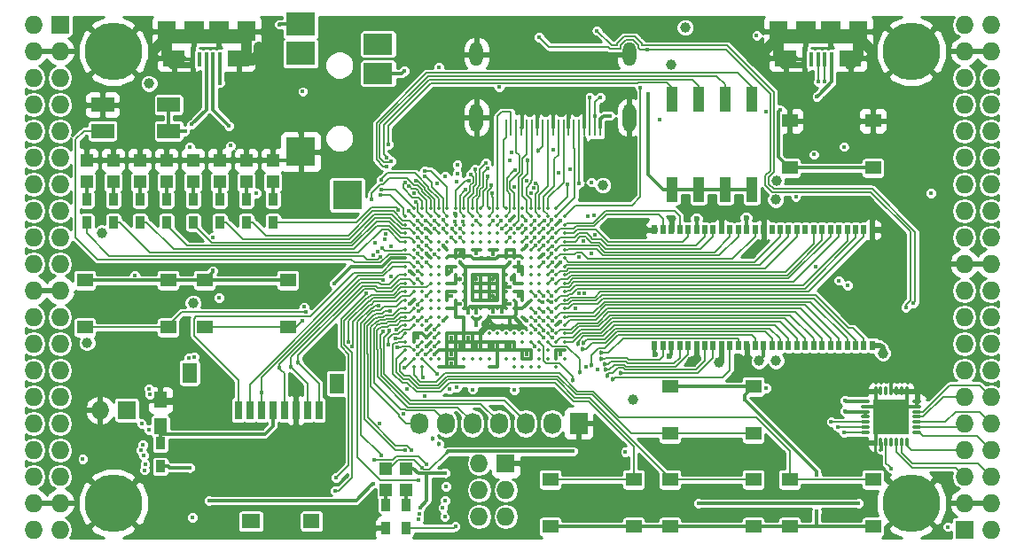
<source format=gtl>
G04 #@! TF.FileFunction,Copper,L1,Top,Signal*
%FSLAX46Y46*%
G04 Gerber Fmt 4.6, Leading zero omitted, Abs format (unit mm)*
G04 Created by KiCad (PCBNEW 4.0.7+dfsg1-1) date Tue Oct  3 19:54:00 2017*
%MOMM*%
%LPD*%
G01*
G04 APERTURE LIST*
%ADD10C,0.100000*%
%ADD11R,0.700000X1.800000*%
%ADD12R,1.600000X1.400000*%
%ADD13R,1.800000X1.400000*%
%ADD14R,1.400000X1.900000*%
%ADD15R,1.198880X1.198880*%
%ADD16R,0.560000X0.900000*%
%ADD17R,1.727200X1.727200*%
%ADD18O,1.727200X1.727200*%
%ADD19C,5.500000*%
%ADD20R,2.200000X1.400000*%
%ADD21R,0.900000X1.200000*%
%ADD22R,2.100000X1.600000*%
%ADD23R,1.900000X1.900000*%
%ADD24R,0.400000X1.350000*%
%ADD25R,1.800000X1.900000*%
%ADD26O,0.850000X0.300000*%
%ADD27O,0.300000X0.850000*%
%ADD28R,1.675000X1.675000*%
%ADD29C,0.350000*%
%ADD30R,1.727200X2.032000*%
%ADD31O,1.727200X2.032000*%
%ADD32R,2.800000X2.200000*%
%ADD33R,2.800000X2.800000*%
%ADD34R,2.800000X2.000000*%
%ADD35O,1.300000X2.700000*%
%ADD36O,1.300000X2.300000*%
%ADD37R,0.250000X1.600000*%
%ADD38R,1.550000X1.300000*%
%ADD39R,1.120000X2.440000*%
%ADD40R,1.250000X1.500000*%
%ADD41C,0.400000*%
%ADD42C,1.000000*%
%ADD43C,0.600000*%
%ADD44C,0.454000*%
%ADD45C,0.300000*%
%ADD46C,1.000000*%
%ADD47C,0.600000*%
%ADD48C,0.500000*%
%ADD49C,0.190000*%
%ADD50C,0.200000*%
%ADD51C,0.254000*%
G04 APERTURE END LIST*
D10*
D11*
X114930000Y-99520000D03*
X116030000Y-99520000D03*
X117130000Y-99520000D03*
X118230000Y-99520000D03*
X119330000Y-99520000D03*
X120430000Y-99520000D03*
X121530000Y-99520000D03*
X122630000Y-99520000D03*
D12*
X121920000Y-110120000D03*
D13*
X116120000Y-110120000D03*
D14*
X124320000Y-96970000D03*
X110270000Y-95970000D03*
D15*
X118230000Y-77709020D03*
X118230000Y-75610980D03*
X115690000Y-77709020D03*
X115690000Y-75610980D03*
X113150000Y-77709020D03*
X113150000Y-75610980D03*
X110610000Y-77709020D03*
X110610000Y-75610980D03*
X108070000Y-77709020D03*
X108070000Y-75610980D03*
X105530000Y-77709020D03*
X105530000Y-75610980D03*
X102990000Y-77709020D03*
X102990000Y-75610980D03*
X100450000Y-77709020D03*
X100450000Y-75610980D03*
D16*
X175480000Y-82270000D03*
X154680000Y-93330000D03*
X155480000Y-93330000D03*
X156280000Y-93330000D03*
X157080000Y-93330000D03*
X157880000Y-93330000D03*
X158680000Y-93330000D03*
X159480000Y-93330000D03*
X160280000Y-93330000D03*
X161080000Y-93330000D03*
X161880000Y-93330000D03*
X162680000Y-93330000D03*
X163480000Y-93330000D03*
X164280000Y-93330000D03*
X165080000Y-93330000D03*
X165880000Y-93330000D03*
X166680000Y-93330000D03*
X167480000Y-93330000D03*
X168280000Y-93330000D03*
X169080000Y-93330000D03*
X169880000Y-93330000D03*
X170680000Y-93330000D03*
X171480000Y-93330000D03*
X172280000Y-93330000D03*
X173080000Y-93330000D03*
X173880000Y-93330000D03*
X174680000Y-93330000D03*
X175480000Y-93330000D03*
X174680000Y-82270000D03*
X173880000Y-82270000D03*
X173080000Y-82270000D03*
X172280000Y-82270000D03*
X171480000Y-82270000D03*
X170680000Y-82270000D03*
X169880000Y-82270000D03*
X169080000Y-82270000D03*
X168280000Y-82270000D03*
X167480000Y-82270000D03*
X166680000Y-82270000D03*
X165880000Y-82270000D03*
X165080000Y-82270000D03*
X164280000Y-82270000D03*
X163480000Y-82270000D03*
X162680000Y-82270000D03*
X161880000Y-82270000D03*
X161080000Y-82270000D03*
X160280000Y-82270000D03*
X159480000Y-82270000D03*
X158680000Y-82270000D03*
X157880000Y-82270000D03*
X157080000Y-82270000D03*
X156280000Y-82270000D03*
X155480000Y-82270000D03*
X154680000Y-82270000D03*
D17*
X97910000Y-62690000D03*
D18*
X95370000Y-62690000D03*
X97910000Y-65230000D03*
X95370000Y-65230000D03*
X97910000Y-67770000D03*
X95370000Y-67770000D03*
X97910000Y-70310000D03*
X95370000Y-70310000D03*
X97910000Y-72850000D03*
X95370000Y-72850000D03*
X97910000Y-75390000D03*
X95370000Y-75390000D03*
X97910000Y-77930000D03*
X95370000Y-77930000D03*
X97910000Y-80470000D03*
X95370000Y-80470000D03*
X97910000Y-83010000D03*
X95370000Y-83010000D03*
X97910000Y-85550000D03*
X95370000Y-85550000D03*
X97910000Y-88090000D03*
X95370000Y-88090000D03*
X97910000Y-90630000D03*
X95370000Y-90630000D03*
X97910000Y-93170000D03*
X95370000Y-93170000D03*
X97910000Y-95710000D03*
X95370000Y-95710000D03*
X97910000Y-98250000D03*
X95370000Y-98250000D03*
X97910000Y-100790000D03*
X95370000Y-100790000D03*
X97910000Y-103330000D03*
X95370000Y-103330000D03*
X97910000Y-105870000D03*
X95370000Y-105870000D03*
X97910000Y-108410000D03*
X95370000Y-108410000D03*
X97910000Y-110950000D03*
X95370000Y-110950000D03*
D17*
X184270000Y-110950000D03*
D18*
X186810000Y-110950000D03*
X184270000Y-108410000D03*
X186810000Y-108410000D03*
X184270000Y-105870000D03*
X186810000Y-105870000D03*
X184270000Y-103330000D03*
X186810000Y-103330000D03*
X184270000Y-100790000D03*
X186810000Y-100790000D03*
X184270000Y-98250000D03*
X186810000Y-98250000D03*
X184270000Y-95710000D03*
X186810000Y-95710000D03*
X184270000Y-93170000D03*
X186810000Y-93170000D03*
X184270000Y-90630000D03*
X186810000Y-90630000D03*
X184270000Y-88090000D03*
X186810000Y-88090000D03*
X184270000Y-85550000D03*
X186810000Y-85550000D03*
X184270000Y-83010000D03*
X186810000Y-83010000D03*
X184270000Y-80470000D03*
X186810000Y-80470000D03*
X184270000Y-77930000D03*
X186810000Y-77930000D03*
X184270000Y-75390000D03*
X186810000Y-75390000D03*
X184270000Y-72850000D03*
X186810000Y-72850000D03*
X184270000Y-70310000D03*
X186810000Y-70310000D03*
X184270000Y-67770000D03*
X186810000Y-67770000D03*
X184270000Y-65230000D03*
X186810000Y-65230000D03*
X184270000Y-62690000D03*
X186810000Y-62690000D03*
D19*
X102990000Y-108410000D03*
X179190000Y-108410000D03*
X179190000Y-65230000D03*
X102990000Y-65230000D03*
D20*
X108274000Y-70330000D03*
X101974000Y-70330000D03*
X101974000Y-72830000D03*
X108274000Y-72830000D03*
D17*
X104260000Y-99520000D03*
D18*
X101720000Y-99520000D03*
D15*
X129025000Y-105074980D03*
X129025000Y-107173020D03*
X130930000Y-107173020D03*
X130930000Y-105074980D03*
D21*
X129025000Y-108580000D03*
X129025000Y-110780000D03*
X130930000Y-110780000D03*
X130930000Y-108580000D03*
X107480000Y-102700000D03*
X107480000Y-104900000D03*
D22*
X114980000Y-65875000D03*
X108780000Y-65875000D03*
D23*
X113080000Y-63325000D03*
X110680000Y-63325000D03*
D24*
X113180000Y-66000000D03*
X112530000Y-66000000D03*
X111880000Y-66000000D03*
X111230000Y-66000000D03*
X110580000Y-66000000D03*
D25*
X115680000Y-63325000D03*
X108080000Y-63325000D03*
D22*
X173400000Y-65875000D03*
X167200000Y-65875000D03*
D23*
X171500000Y-63325000D03*
X169100000Y-63325000D03*
D24*
X171600000Y-66000000D03*
X170950000Y-66000000D03*
X170300000Y-66000000D03*
X169650000Y-66000000D03*
X169000000Y-66000000D03*
D25*
X174100000Y-63325000D03*
X166500000Y-63325000D03*
D17*
X140455000Y-104600000D03*
D18*
X137915000Y-104600000D03*
X140455000Y-107140000D03*
X137915000Y-107140000D03*
X140455000Y-109680000D03*
X137915000Y-109680000D03*
D21*
X118230000Y-81570000D03*
X118230000Y-79370000D03*
X115690000Y-81570000D03*
X115690000Y-79370000D03*
X113150000Y-81570000D03*
X113150000Y-79370000D03*
X110610000Y-81570000D03*
X110610000Y-79370000D03*
X108070000Y-81570000D03*
X108070000Y-79370000D03*
X105530000Y-81570000D03*
X105530000Y-79370000D03*
X102990000Y-81570000D03*
X102990000Y-79370000D03*
X100450000Y-81570000D03*
X100450000Y-79370000D03*
D26*
X179735000Y-101655000D03*
X179735000Y-101155000D03*
X179735000Y-100655000D03*
X179735000Y-100155000D03*
X179735000Y-99655000D03*
X179735000Y-99155000D03*
X179735000Y-98655000D03*
D27*
X178785000Y-97705000D03*
X178285000Y-97705000D03*
X177785000Y-97705000D03*
X177285000Y-97705000D03*
X176785000Y-97705000D03*
X176285000Y-97705000D03*
X175785000Y-97705000D03*
D26*
X174835000Y-98655000D03*
X174835000Y-99155000D03*
X174835000Y-99655000D03*
X174835000Y-100155000D03*
X174835000Y-100655000D03*
X174835000Y-101155000D03*
X174835000Y-101655000D03*
D27*
X175785000Y-102605000D03*
X176285000Y-102605000D03*
X176785000Y-102605000D03*
X177285000Y-102605000D03*
X177785000Y-102605000D03*
X178285000Y-102605000D03*
X178785000Y-102605000D03*
D28*
X176447500Y-99317500D03*
X176447500Y-100992500D03*
X178122500Y-99317500D03*
X178122500Y-100992500D03*
D29*
X131680000Y-80200000D03*
X132480000Y-80200000D03*
X133280000Y-80200000D03*
X134080000Y-80200000D03*
X134880000Y-80200000D03*
X135680000Y-80200000D03*
X136480000Y-80200000D03*
X137280000Y-80200000D03*
X138080000Y-80200000D03*
X138880000Y-80200000D03*
X139680000Y-80200000D03*
X140480000Y-80200000D03*
X141280000Y-80200000D03*
X142080000Y-80200000D03*
X142880000Y-80200000D03*
X143680000Y-80200000D03*
X144480000Y-80200000D03*
X145280000Y-80200000D03*
X130880000Y-81000000D03*
X131680000Y-81000000D03*
X132480000Y-81000000D03*
X133280000Y-81000000D03*
X134080000Y-81000000D03*
X134880000Y-81000000D03*
X135680000Y-81000000D03*
X136480000Y-81000000D03*
X137280000Y-81000000D03*
X138080000Y-81000000D03*
X138880000Y-81000000D03*
X139680000Y-81000000D03*
X140480000Y-81000000D03*
X141280000Y-81000000D03*
X142080000Y-81000000D03*
X142880000Y-81000000D03*
X143680000Y-81000000D03*
X144480000Y-81000000D03*
X145280000Y-81000000D03*
X146080000Y-81000000D03*
X130880000Y-81800000D03*
X131680000Y-81800000D03*
X132480000Y-81800000D03*
X133280000Y-81800000D03*
X134080000Y-81800000D03*
X134880000Y-81800000D03*
X135680000Y-81800000D03*
X136480000Y-81800000D03*
X137280000Y-81800000D03*
X138080000Y-81800000D03*
X138880000Y-81800000D03*
X139680000Y-81800000D03*
X140480000Y-81800000D03*
X141280000Y-81800000D03*
X142080000Y-81800000D03*
X142880000Y-81800000D03*
X143680000Y-81800000D03*
X144480000Y-81800000D03*
X145280000Y-81800000D03*
X146080000Y-81800000D03*
X130880000Y-82600000D03*
X131680000Y-82600000D03*
X132480000Y-82600000D03*
X133280000Y-82600000D03*
X134080000Y-82600000D03*
X134880000Y-82600000D03*
X135680000Y-82600000D03*
X136480000Y-82600000D03*
X137280000Y-82600000D03*
X138080000Y-82600000D03*
X138880000Y-82600000D03*
X139680000Y-82600000D03*
X140480000Y-82600000D03*
X141280000Y-82600000D03*
X142080000Y-82600000D03*
X142880000Y-82600000D03*
X143680000Y-82600000D03*
X144480000Y-82600000D03*
X145280000Y-82600000D03*
X146080000Y-82600000D03*
X130880000Y-83400000D03*
X131680000Y-83400000D03*
X132480000Y-83400000D03*
X133280000Y-83400000D03*
X134080000Y-83400000D03*
X134880000Y-83400000D03*
X135680000Y-83400000D03*
X136480000Y-83400000D03*
X137280000Y-83400000D03*
X138080000Y-83400000D03*
X138880000Y-83400000D03*
X139680000Y-83400000D03*
X140480000Y-83400000D03*
X141280000Y-83400000D03*
X142080000Y-83400000D03*
X142880000Y-83400000D03*
X143680000Y-83400000D03*
X144480000Y-83400000D03*
X145280000Y-83400000D03*
X146080000Y-83400000D03*
X130880000Y-84200000D03*
X131680000Y-84200000D03*
X132480000Y-84200000D03*
X133280000Y-84200000D03*
X134080000Y-84200000D03*
X134880000Y-84200000D03*
X135680000Y-84200000D03*
X136480000Y-84200000D03*
X137280000Y-84200000D03*
X138080000Y-84200000D03*
X138880000Y-84200000D03*
X139680000Y-84200000D03*
X140480000Y-84200000D03*
X141280000Y-84200000D03*
X142080000Y-84200000D03*
X142880000Y-84200000D03*
X143680000Y-84200000D03*
X144480000Y-84200000D03*
X145280000Y-84200000D03*
X146080000Y-84200000D03*
X130880000Y-85000000D03*
X131680000Y-85000000D03*
X132480000Y-85000000D03*
X133280000Y-85000000D03*
X134080000Y-85000000D03*
X134880000Y-85000000D03*
X135680000Y-85000000D03*
X136480000Y-85000000D03*
X137280000Y-85000000D03*
X138080000Y-85000000D03*
X138880000Y-85000000D03*
X139680000Y-85000000D03*
X140480000Y-85000000D03*
X141280000Y-85000000D03*
X142080000Y-85000000D03*
X142880000Y-85000000D03*
X143680000Y-85000000D03*
X144480000Y-85000000D03*
X145280000Y-85000000D03*
X146080000Y-85000000D03*
X130880000Y-85800000D03*
X131680000Y-85800000D03*
X132480000Y-85800000D03*
X133280000Y-85800000D03*
X134080000Y-85800000D03*
X134880000Y-85800000D03*
X135680000Y-85800000D03*
X136480000Y-85800000D03*
X137280000Y-85800000D03*
X138080000Y-85800000D03*
X138880000Y-85800000D03*
X139680000Y-85800000D03*
X140480000Y-85800000D03*
X141280000Y-85800000D03*
X142080000Y-85800000D03*
X142880000Y-85800000D03*
X143680000Y-85800000D03*
X144480000Y-85800000D03*
X145280000Y-85800000D03*
X146080000Y-85800000D03*
X130880000Y-86600000D03*
X131680000Y-86600000D03*
X132480000Y-86600000D03*
X133280000Y-86600000D03*
X134080000Y-86600000D03*
X134880000Y-86600000D03*
X135680000Y-86600000D03*
X136480000Y-86600000D03*
X137280000Y-86600000D03*
X138080000Y-86600000D03*
X138880000Y-86600000D03*
X139680000Y-86600000D03*
X140480000Y-86600000D03*
X141280000Y-86600000D03*
X142080000Y-86600000D03*
X142880000Y-86600000D03*
X143680000Y-86600000D03*
X144480000Y-86600000D03*
X145280000Y-86600000D03*
X146080000Y-86600000D03*
X130880000Y-87400000D03*
X131680000Y-87400000D03*
X132480000Y-87400000D03*
X133280000Y-87400000D03*
X134080000Y-87400000D03*
X134880000Y-87400000D03*
X135680000Y-87400000D03*
X136480000Y-87400000D03*
X137280000Y-87400000D03*
X138080000Y-87400000D03*
X138880000Y-87400000D03*
X139680000Y-87400000D03*
X140480000Y-87400000D03*
X141280000Y-87400000D03*
X142080000Y-87400000D03*
X142880000Y-87400000D03*
X143680000Y-87400000D03*
X144480000Y-87400000D03*
X145280000Y-87400000D03*
X146080000Y-87400000D03*
X130880000Y-88200000D03*
X131680000Y-88200000D03*
X132480000Y-88200000D03*
X133280000Y-88200000D03*
X134080000Y-88200000D03*
X134880000Y-88200000D03*
X135680000Y-88200000D03*
X136480000Y-88200000D03*
X137280000Y-88200000D03*
X138080000Y-88200000D03*
X138880000Y-88200000D03*
X139680000Y-88200000D03*
X140480000Y-88200000D03*
X141280000Y-88200000D03*
X142080000Y-88200000D03*
X142880000Y-88200000D03*
X143680000Y-88200000D03*
X144480000Y-88200000D03*
X145280000Y-88200000D03*
X146080000Y-88200000D03*
X130880000Y-89000000D03*
X131680000Y-89000000D03*
X132480000Y-89000000D03*
X133280000Y-89000000D03*
X134080000Y-89000000D03*
X134880000Y-89000000D03*
X135680000Y-89000000D03*
X136480000Y-89000000D03*
X137280000Y-89000000D03*
X138080000Y-89000000D03*
X138880000Y-89000000D03*
X139680000Y-89000000D03*
X140480000Y-89000000D03*
X141280000Y-89000000D03*
X142080000Y-89000000D03*
X142880000Y-89000000D03*
X143680000Y-89000000D03*
X144480000Y-89000000D03*
X145280000Y-89000000D03*
X146080000Y-89000000D03*
X130880000Y-89800000D03*
X131680000Y-89800000D03*
X132480000Y-89800000D03*
X133280000Y-89800000D03*
X134080000Y-89800000D03*
X134880000Y-89800000D03*
X135680000Y-89800000D03*
X136480000Y-89800000D03*
X137280000Y-89800000D03*
X138080000Y-89800000D03*
X138880000Y-89800000D03*
X139680000Y-89800000D03*
X140480000Y-89800000D03*
X141280000Y-89800000D03*
X142080000Y-89800000D03*
X142880000Y-89800000D03*
X143680000Y-89800000D03*
X144480000Y-89800000D03*
X145280000Y-89800000D03*
X146080000Y-89800000D03*
X130880000Y-90600000D03*
X131680000Y-90600000D03*
X132480000Y-90600000D03*
X133280000Y-90600000D03*
X134080000Y-90600000D03*
X134880000Y-90600000D03*
X135680000Y-90600000D03*
X136480000Y-90600000D03*
X137280000Y-90600000D03*
X138080000Y-90600000D03*
X138880000Y-90600000D03*
X139680000Y-90600000D03*
X140480000Y-90600000D03*
X141280000Y-90600000D03*
X142080000Y-90600000D03*
X142880000Y-90600000D03*
X143680000Y-90600000D03*
X144480000Y-90600000D03*
X145280000Y-90600000D03*
X146080000Y-90600000D03*
X130880000Y-91400000D03*
X131680000Y-91400000D03*
X132480000Y-91400000D03*
X133280000Y-91400000D03*
X134080000Y-91400000D03*
X142880000Y-91400000D03*
X143680000Y-91400000D03*
X144480000Y-91400000D03*
X145280000Y-91400000D03*
X146080000Y-91400000D03*
X130880000Y-92200000D03*
X131680000Y-92200000D03*
X132480000Y-92200000D03*
X133280000Y-92200000D03*
X134080000Y-92200000D03*
X134880000Y-92200000D03*
X135680000Y-92200000D03*
X136480000Y-92200000D03*
X137280000Y-92200000D03*
X138080000Y-92200000D03*
X138880000Y-92200000D03*
X139680000Y-92200000D03*
X140480000Y-92200000D03*
X141280000Y-92200000D03*
X142080000Y-92200000D03*
X142880000Y-92200000D03*
X143680000Y-92200000D03*
X144480000Y-92200000D03*
X145280000Y-92200000D03*
X146080000Y-92200000D03*
X130880000Y-93000000D03*
X131680000Y-93000000D03*
X132480000Y-93000000D03*
X133280000Y-93000000D03*
X134080000Y-93000000D03*
X134880000Y-93000000D03*
X135680000Y-93000000D03*
X136480000Y-93000000D03*
X137280000Y-93000000D03*
X138080000Y-93000000D03*
X138880000Y-93000000D03*
X139680000Y-93000000D03*
X140480000Y-93000000D03*
X141280000Y-93000000D03*
X142080000Y-93000000D03*
X142880000Y-93000000D03*
X143680000Y-93000000D03*
X144480000Y-93000000D03*
X145280000Y-93000000D03*
X146080000Y-93000000D03*
X130880000Y-93800000D03*
X131680000Y-93800000D03*
X132480000Y-93800000D03*
X133280000Y-93800000D03*
X134080000Y-93800000D03*
X134880000Y-93800000D03*
X135680000Y-93800000D03*
X136480000Y-93800000D03*
X137280000Y-93800000D03*
X138080000Y-93800000D03*
X138880000Y-93800000D03*
X139680000Y-93800000D03*
X140480000Y-93800000D03*
X141280000Y-93800000D03*
X142080000Y-93800000D03*
X142880000Y-93800000D03*
X143680000Y-93800000D03*
X144480000Y-93800000D03*
X145280000Y-93800000D03*
X146080000Y-93800000D03*
X130880000Y-94600000D03*
X131680000Y-94600000D03*
X132480000Y-94600000D03*
X133280000Y-94600000D03*
X134080000Y-94600000D03*
X134880000Y-94600000D03*
X135680000Y-94600000D03*
X136480000Y-94600000D03*
X137280000Y-94600000D03*
X138080000Y-94600000D03*
X138880000Y-94600000D03*
X139680000Y-94600000D03*
X140480000Y-94600000D03*
X141280000Y-94600000D03*
X142080000Y-94600000D03*
X142880000Y-94600000D03*
X143680000Y-94600000D03*
X144480000Y-94600000D03*
X145280000Y-94600000D03*
X146080000Y-94600000D03*
X131680000Y-95400000D03*
X132480000Y-95400000D03*
X134080000Y-95400000D03*
X134880000Y-95400000D03*
X135680000Y-95400000D03*
X136480000Y-95400000D03*
X138880000Y-95400000D03*
X139680000Y-95400000D03*
X141280000Y-95400000D03*
X142080000Y-95400000D03*
X142880000Y-95400000D03*
X143680000Y-95400000D03*
X145280000Y-95400000D03*
D30*
X147440000Y-100790000D03*
D31*
X144900000Y-100790000D03*
X142360000Y-100790000D03*
X139820000Y-100790000D03*
X137280000Y-100790000D03*
X134740000Y-100790000D03*
X132200000Y-100790000D03*
D32*
X120880000Y-62640000D03*
X120880000Y-65440000D03*
D33*
X120880000Y-74840000D03*
X125330000Y-78940000D03*
D34*
X128280000Y-67340000D03*
X128280000Y-64540000D03*
D35*
X152280000Y-71550000D03*
X137680000Y-71550000D03*
D36*
X137680000Y-65500000D03*
D37*
X140480000Y-72500000D03*
X140980000Y-72500000D03*
X141480000Y-72500000D03*
X141980000Y-72500000D03*
X142480000Y-72500000D03*
X142980000Y-72500000D03*
X143480000Y-72500000D03*
X143980000Y-72500000D03*
X144480000Y-72500000D03*
X144980000Y-72500000D03*
X145480000Y-72500000D03*
X145980000Y-72500000D03*
X146480000Y-72500000D03*
X146980000Y-72500000D03*
X147480000Y-72500000D03*
X147980000Y-72500000D03*
X148480000Y-72500000D03*
X148980000Y-72500000D03*
X149480000Y-72500000D03*
D36*
X152280000Y-65500000D03*
D38*
X175550000Y-71870000D03*
X175550000Y-76370000D03*
X167590000Y-76370000D03*
X167590000Y-71870000D03*
X100280000Y-91610000D03*
X100280000Y-87110000D03*
X108240000Y-87110000D03*
X108240000Y-91610000D03*
X111710000Y-91610000D03*
X111710000Y-87110000D03*
X119670000Y-87110000D03*
X119670000Y-91610000D03*
X156160000Y-101770000D03*
X156160000Y-97270000D03*
X164120000Y-97270000D03*
X164120000Y-101770000D03*
X164120000Y-106160000D03*
X164120000Y-110660000D03*
X156160000Y-110660000D03*
X156160000Y-106160000D03*
X152690000Y-106160000D03*
X152690000Y-110660000D03*
X144730000Y-110660000D03*
X144730000Y-106160000D03*
X175550000Y-106160000D03*
X175550000Y-110660000D03*
X167590000Y-110660000D03*
X167590000Y-106160000D03*
D39*
X163950000Y-69815000D03*
X156330000Y-78425000D03*
X161410000Y-69815000D03*
X158870000Y-78425000D03*
X158870000Y-69815000D03*
X161410000Y-78425000D03*
X156330000Y-69815000D03*
X163950000Y-78425000D03*
D40*
X107480000Y-101050000D03*
X107480000Y-98550000D03*
D41*
X139575609Y-69792857D03*
D42*
X116880503Y-64802940D03*
X106974809Y-64953974D03*
X175210328Y-64948943D03*
X165417246Y-64954666D03*
D41*
X175495631Y-71457432D03*
X146468970Y-70993942D03*
X144978424Y-71024054D03*
X143480350Y-71016526D03*
X142000564Y-71008511D03*
X113273209Y-99681387D03*
X147987361Y-71377791D03*
X144102010Y-84600000D03*
X132880424Y-84561218D03*
X135567436Y-80702302D03*
X132810347Y-82177990D03*
X145713035Y-91022010D03*
X145680000Y-94177990D03*
X177285000Y-95710000D03*
D42*
X177229911Y-82281349D03*
D41*
X170046000Y-85804000D03*
D43*
X164741832Y-81130572D03*
D41*
X120770000Y-72215000D03*
D43*
X161067993Y-81216119D03*
D42*
X158233687Y-94852616D03*
X162992748Y-94820185D03*
D43*
X156280000Y-81210838D03*
D41*
X131254529Y-86251357D03*
X140880000Y-81400000D03*
X136085174Y-89394826D03*
X145680000Y-81400000D03*
X120430000Y-97050000D03*
X150080000Y-81600000D03*
X131280000Y-89400000D03*
X133690245Y-94180159D03*
D44*
X139312644Y-91359700D03*
D41*
X140874194Y-91433353D03*
X145680000Y-85422010D03*
X135280000Y-95000000D03*
X135280000Y-94200000D03*
X142480000Y-94200000D03*
X140880000Y-93400000D03*
X139280000Y-93400000D03*
X137680000Y-93400000D03*
X136080000Y-93400000D03*
X136880000Y-92600000D03*
X135280000Y-92600000D03*
X132880000Y-91800000D03*
X132880000Y-93400000D03*
D44*
X141042859Y-86994997D03*
X139280000Y-87000000D03*
X136110990Y-86995403D03*
X139280000Y-88600000D03*
X137680000Y-87000000D03*
X136080000Y-84600000D03*
D42*
X156235582Y-66548363D03*
D41*
X127801946Y-106537732D03*
D42*
X166321614Y-77572282D03*
X166248957Y-79408030D03*
X101932065Y-82585048D03*
X106417803Y-68312483D03*
X166280000Y-94800000D03*
D41*
X112134000Y-108156000D03*
X150457224Y-71377791D03*
X172289562Y-87124051D03*
D42*
X157600000Y-62944000D03*
D41*
X139820000Y-68665673D03*
X128441330Y-100758313D03*
X172834633Y-99599920D03*
X172879922Y-98618650D03*
X176305593Y-103279812D03*
X165349214Y-97422919D03*
D42*
X160875897Y-94988750D03*
D41*
X164433885Y-63737451D03*
X148639876Y-77729346D03*
D42*
X149751640Y-78029346D03*
D41*
X134079160Y-66786153D03*
X109828000Y-72830000D03*
X116654336Y-78777990D03*
D42*
X176474303Y-94069095D03*
D41*
X173094000Y-87582000D03*
D42*
X100479904Y-93063904D03*
D43*
X163422030Y-81120665D03*
X154726292Y-94171363D03*
X156077107Y-94380779D03*
X158680000Y-81210838D03*
D41*
X112515000Y-83010000D03*
X181065000Y-78785000D03*
X110529662Y-109760338D03*
X110280000Y-105000000D03*
X100080000Y-104200000D03*
X113080000Y-88800000D03*
D42*
X164653770Y-94825547D03*
D41*
X137665894Y-91402446D03*
X135273306Y-88618602D03*
X139272517Y-84611349D03*
X137680556Y-84534085D03*
X141680000Y-86200000D03*
X135280000Y-86200000D03*
X132880000Y-92600000D03*
X132080000Y-92600000D03*
X141680000Y-88600000D03*
X141680000Y-85400000D03*
D42*
X152621047Y-98519969D03*
D41*
X136885174Y-90194826D03*
X140094890Y-90122990D03*
X139280000Y-90122990D03*
X140880000Y-89400000D03*
X137680000Y-90172990D03*
X140880000Y-87800000D03*
X140880000Y-85400000D03*
D44*
X136080000Y-85400000D03*
D41*
X121369010Y-90164222D03*
X130022933Y-91834237D03*
X121036481Y-91008234D03*
X129902064Y-92678248D03*
D42*
X110617371Y-89287199D03*
D41*
X142480000Y-91000000D03*
X142480000Y-83800000D03*
X134480000Y-83800000D03*
X134480000Y-91000000D03*
X105037711Y-86632990D03*
X155149360Y-71764535D03*
X121086654Y-69078528D03*
X170182962Y-69571012D03*
X174110000Y-108410000D03*
X158870000Y-108410000D03*
X134750646Y-106810513D03*
X137288700Y-97538741D03*
X133680000Y-91800000D03*
D44*
X134074414Y-102752225D03*
D41*
X134675868Y-108131585D03*
X135085458Y-97531790D03*
D44*
X133449289Y-102232615D03*
D41*
X133680000Y-92600000D03*
X127935466Y-104261259D03*
X132936956Y-104698915D03*
X134463998Y-108841973D03*
X132752670Y-98178920D03*
X133685668Y-93402482D03*
X134636872Y-109719950D03*
X130714529Y-99901000D03*
X131039363Y-97487286D03*
X132846234Y-94197073D03*
X118858690Y-62658970D03*
X130761990Y-67119621D03*
X148477832Y-69619684D03*
X149475951Y-69619684D03*
X148991194Y-71377791D03*
X153984196Y-65077116D03*
X153322343Y-68673419D03*
X143650666Y-63862520D03*
X178665908Y-89713903D03*
X149183754Y-63257114D03*
X179375977Y-89317806D03*
X140035989Y-81400000D03*
X128776655Y-87110882D03*
X132077895Y-86272150D03*
X117121665Y-97817265D03*
X118843798Y-95498222D03*
D44*
X119978162Y-95412951D03*
X120634035Y-94977604D03*
D41*
X113212238Y-68244401D03*
X166678914Y-70803555D03*
X146387166Y-77939336D03*
X147480000Y-77822010D03*
X131453853Y-103296209D03*
X144891634Y-91008466D03*
D44*
X148653935Y-95249010D03*
X149565978Y-94054788D03*
D41*
X144867244Y-90164455D03*
D44*
X150720500Y-96575802D03*
D41*
X144890381Y-83866022D03*
D44*
X151448039Y-95951686D03*
D41*
X144894101Y-83022010D03*
D44*
X150149219Y-96229829D03*
D41*
X144901285Y-86268736D03*
D44*
X150033441Y-95660469D03*
D41*
X144888562Y-86993817D03*
D44*
X149952517Y-95085120D03*
D41*
X144877648Y-88622010D03*
D44*
X149584522Y-94635504D03*
D41*
X144810610Y-89177990D03*
X144895773Y-91874444D03*
D44*
X147777713Y-93691005D03*
X147356233Y-93219138D03*
D41*
X144102010Y-92600000D03*
D44*
X147915304Y-93060979D03*
D41*
X144882352Y-92577990D03*
X130807074Y-95454141D03*
X130141304Y-93529144D03*
X132080000Y-93400000D03*
X129254670Y-93244631D03*
X133919980Y-96038729D03*
X141280000Y-97600000D03*
X132572818Y-96383863D03*
X135770000Y-97338127D03*
X132080000Y-94200000D03*
X128669601Y-84020243D03*
X105906712Y-103816552D03*
X129459184Y-90039192D03*
X132080000Y-89444020D03*
X130839486Y-103354982D03*
X128602801Y-103831529D03*
X132162861Y-106185868D03*
X128321313Y-89539949D03*
X132880000Y-88600000D03*
X127145130Y-88379076D03*
X124253981Y-105982535D03*
X132080000Y-87000000D03*
X125827283Y-93452662D03*
X124202418Y-107207639D03*
D44*
X142530990Y-75662841D03*
X143525587Y-74749772D03*
D41*
X110313517Y-74380698D03*
X132146108Y-109940263D03*
X114166000Y-74247000D03*
X132189000Y-109415000D03*
X135567436Y-81489225D03*
X135767546Y-77648547D03*
X134702010Y-77200000D03*
X134471354Y-81347908D03*
X132761172Y-77202673D03*
X132737245Y-76676207D03*
X128545566Y-77476577D03*
X127643658Y-79355564D03*
X110718734Y-94451783D03*
X128515897Y-78994176D03*
X110193102Y-94489889D03*
X128569727Y-78469921D03*
X106412639Y-97453606D03*
X131230910Y-78113843D03*
X106479997Y-97976296D03*
X131709326Y-78745875D03*
X132783332Y-81399993D03*
X129016746Y-82660638D03*
X105679715Y-100783924D03*
X132084821Y-83022010D03*
X128948848Y-83183258D03*
X106401171Y-101377901D03*
X132886504Y-83777990D03*
X129513931Y-83860979D03*
X105803161Y-102850427D03*
X132117443Y-83866021D03*
X127966259Y-83527946D03*
X105651866Y-103355255D03*
X132079996Y-84503337D03*
X128256283Y-84387285D03*
X106023598Y-104697574D03*
X133671942Y-84595200D03*
X127824162Y-84688968D03*
X105973679Y-105248709D03*
X132875802Y-85428138D03*
D44*
X146862501Y-96617499D03*
X147534467Y-95913260D03*
D41*
X148102806Y-95339021D03*
X143280000Y-91000000D03*
X149207706Y-95605291D03*
X144082424Y-90132858D03*
X143989948Y-89177990D03*
X147125926Y-89802879D03*
X143281824Y-90201951D03*
X144102010Y-85397219D03*
X147422472Y-84858593D03*
X144886544Y-85385186D03*
X144102010Y-83000000D03*
X148975652Y-82755341D03*
X144885092Y-82177990D03*
X147470668Y-88324835D03*
X144082832Y-88584510D03*
X147997681Y-88324844D03*
X143278026Y-88595030D03*
X144102010Y-82185600D03*
X148935852Y-80899014D03*
X148337768Y-80975785D03*
X144866392Y-81333979D03*
X139280000Y-81400000D03*
X139145358Y-78809170D03*
X139040624Y-78036724D03*
X138723613Y-77165705D03*
X138593844Y-75910161D03*
X138716105Y-76425854D03*
X137680000Y-81400000D03*
X137538026Y-76510532D03*
X137116016Y-76974740D03*
X136928568Y-77562978D03*
X136634118Y-78451672D03*
X135830689Y-76094515D03*
X136411444Y-81497309D03*
X148668800Y-84550385D03*
X144877691Y-84532933D03*
X144102010Y-83800000D03*
X147894174Y-83335809D03*
X142851623Y-78759750D03*
X142473549Y-82998913D03*
X143105106Y-78295223D03*
X142396423Y-82191394D03*
X145494012Y-76834828D03*
X144146021Y-81374784D03*
X143331797Y-77819457D03*
X146627648Y-76461302D03*
X143257990Y-82207154D03*
X143257990Y-81379632D03*
X145017056Y-74655847D03*
X141318978Y-78199263D03*
X141657990Y-82130345D03*
X142413979Y-81382236D03*
X140080000Y-82200000D03*
X141342967Y-76554996D03*
X141046643Y-74873804D03*
X140864029Y-83041403D03*
X140890207Y-75681941D03*
X140924011Y-82179283D03*
X129542604Y-86703515D03*
X132880000Y-83022010D03*
X132080000Y-82177990D03*
X132080000Y-81400000D03*
X131847310Y-79589886D03*
X130856828Y-77742623D03*
X131923295Y-77584853D03*
X133654358Y-82177990D03*
X133627343Y-81396408D03*
X129336756Y-91938993D03*
X132880000Y-91000000D03*
X128765088Y-92004296D03*
X132077648Y-90977990D03*
X130196821Y-80377733D03*
X131180000Y-80500000D03*
X128489708Y-84867377D03*
X132079620Y-85428138D03*
X165326966Y-71026598D03*
X134501414Y-82177578D03*
X133922194Y-77854836D03*
X135656559Y-110610712D03*
X132448438Y-104994496D03*
X146844288Y-103452739D03*
X134707351Y-105508447D03*
X132280000Y-108800000D03*
X112515000Y-86185000D03*
X163277422Y-98501717D03*
X170126036Y-109212466D03*
X170157734Y-105666345D03*
X169895346Y-75092988D03*
X143257990Y-83000000D03*
X168166438Y-79108038D03*
X151896383Y-103510715D03*
X114039000Y-72342000D03*
X110483000Y-72215000D03*
X177274002Y-105079115D03*
X143258015Y-93423150D03*
X172761273Y-101651681D03*
X143280000Y-91800000D03*
X172193360Y-101105663D03*
X144064831Y-91877646D03*
X171540304Y-100645743D03*
X144080000Y-91000000D03*
X154044000Y-69294000D03*
X129061632Y-76229575D03*
X135280000Y-83022010D03*
X129493343Y-75737814D03*
X136080000Y-83000000D03*
X129122249Y-75363607D03*
X135345425Y-82176814D03*
X129252218Y-74142461D03*
X135830698Y-76905381D03*
X136080000Y-82200000D03*
X172746637Y-74347988D03*
X143280000Y-83800000D03*
X142480000Y-77600000D03*
X170300000Y-68151000D03*
X170950000Y-68125562D03*
X125480000Y-93000000D03*
X121206217Y-89662983D03*
X132156079Y-90030946D03*
X182654362Y-110665838D03*
X124080000Y-87400000D03*
X124080000Y-87400000D03*
D45*
X139858451Y-69792857D02*
X139575609Y-69792857D01*
X140192348Y-69792857D02*
X139858451Y-69792857D01*
X140785205Y-69200000D02*
X140192348Y-69792857D01*
X141880000Y-69200000D02*
X140785205Y-69200000D01*
D46*
X116880503Y-65510046D02*
X116880503Y-64802940D01*
X116265561Y-66124988D02*
X116880503Y-65510046D01*
X115680000Y-65910000D02*
X115894988Y-66124988D01*
X115680000Y-63960000D02*
X115680000Y-65910000D01*
X115894988Y-66124988D02*
X116265561Y-66124988D01*
X107474808Y-64453975D02*
X106974809Y-64953974D01*
X107968783Y-63960000D02*
X107474808Y-64453975D01*
X108080000Y-63960000D02*
X107968783Y-63960000D01*
X174710329Y-64448944D02*
X175210328Y-64948943D01*
X174100000Y-63960000D02*
X174221385Y-63960000D01*
X174221385Y-63960000D02*
X174710329Y-64448944D01*
X165917245Y-64454667D02*
X165417246Y-64954666D01*
X166411912Y-63960000D02*
X165917245Y-64454667D01*
X166500000Y-63960000D02*
X166411912Y-63960000D01*
D45*
X175495631Y-71740274D02*
X175495631Y-71457432D01*
X175495631Y-72230631D02*
X175495631Y-71740274D01*
X175535000Y-72270000D02*
X175495631Y-72230631D01*
X143480000Y-72500000D02*
X143480000Y-71016876D01*
X143480000Y-71016876D02*
X143480350Y-71016526D01*
X144980000Y-72500000D02*
X144980000Y-71025630D01*
X144980000Y-71025630D02*
X144978424Y-71024054D01*
X146480000Y-72500000D02*
X146480000Y-71004972D01*
X146480000Y-71004972D02*
X146468970Y-70993942D01*
X147980000Y-72500000D02*
X147980000Y-71385152D01*
X147980000Y-71385152D02*
X147987361Y-71377791D01*
X146468970Y-70711100D02*
X146468970Y-70993942D01*
X146468970Y-69211030D02*
X146468970Y-70711100D01*
X146480000Y-69200000D02*
X146468970Y-69211030D01*
X144978424Y-70741212D02*
X144978424Y-71024054D01*
X144978424Y-69201576D02*
X144978424Y-70741212D01*
X144980000Y-69200000D02*
X144978424Y-69201576D01*
X143480350Y-70733684D02*
X143480350Y-71016526D01*
X143480350Y-69200350D02*
X143480350Y-70733684D01*
X143480000Y-69200000D02*
X143480350Y-69200350D01*
X142000564Y-71008511D02*
X142000564Y-72479436D01*
X142000564Y-72479436D02*
X141980000Y-72500000D01*
X142000564Y-70725669D02*
X142000564Y-71008511D01*
X142000564Y-69320564D02*
X142000564Y-70725669D01*
X141880000Y-69200000D02*
X142000564Y-69320564D01*
X146480000Y-69200000D02*
X147780000Y-69200000D01*
X147780000Y-69200000D02*
X147940542Y-69360542D01*
X147987361Y-71094949D02*
X147987361Y-71377791D01*
X147940542Y-71048130D02*
X147987361Y-71094949D01*
X147940542Y-69360542D02*
X147940542Y-71048130D01*
X112441822Y-98850000D02*
X113073210Y-99481388D01*
X107480000Y-98850000D02*
X112441822Y-98850000D01*
X113073210Y-99481388D02*
X113273209Y-99681387D01*
D47*
X108780000Y-66510000D02*
X110455000Y-66510000D01*
D45*
X110455000Y-66510000D02*
X110580000Y-66635000D01*
D46*
X108080000Y-63960000D02*
X108080000Y-65810000D01*
X108080000Y-65810000D02*
X108780000Y-66510000D01*
X115680000Y-63960000D02*
X115680000Y-65810000D01*
D45*
X115680000Y-65810000D02*
X114980000Y-66510000D01*
D46*
X113080000Y-63960000D02*
X115680000Y-63960000D01*
X110680000Y-63960000D02*
X113080000Y-63960000D01*
X108080000Y-63960000D02*
X110680000Y-63960000D01*
D47*
X167200000Y-66510000D02*
X168875000Y-66510000D01*
D45*
X168875000Y-66510000D02*
X169000000Y-66635000D01*
D46*
X174100000Y-63960000D02*
X174100000Y-65810000D01*
X174100000Y-65810000D02*
X173400000Y-66510000D01*
X166500000Y-63960000D02*
X166500000Y-65810000D01*
X166500000Y-65810000D02*
X167200000Y-66510000D01*
X171500000Y-63960000D02*
X174100000Y-63960000D01*
X169100000Y-63960000D02*
X171500000Y-63960000D01*
X166500000Y-63960000D02*
X169100000Y-63960000D01*
D45*
X143680000Y-85000000D02*
X144080000Y-84600000D01*
X144080000Y-84600000D02*
X144102010Y-84600000D01*
X132880424Y-84600424D02*
X132880424Y-84561218D01*
X133280000Y-85000000D02*
X132880424Y-84600424D01*
X135680000Y-80752513D02*
X135629789Y-80702302D01*
X135629789Y-80702302D02*
X135567436Y-80702302D01*
X135680000Y-81000000D02*
X135680000Y-80752513D01*
X132857990Y-82177990D02*
X132810347Y-82177990D01*
X133280000Y-82600000D02*
X132857990Y-82177990D01*
X145657990Y-91022010D02*
X145713035Y-91022010D01*
X145280000Y-91400000D02*
X145657990Y-91022010D01*
X145680000Y-93800000D02*
X145680000Y-94177990D01*
X178785000Y-97705000D02*
X178785000Y-98655000D01*
X178785000Y-98655000D02*
X178122500Y-99317500D01*
X176285000Y-97705000D02*
X175785000Y-97705000D01*
X175785000Y-102605000D02*
X175785000Y-101655000D01*
X175785000Y-101655000D02*
X176447500Y-100992500D01*
X178122500Y-99317500D02*
X178122500Y-100992500D01*
X176447500Y-99317500D02*
X178122500Y-99317500D01*
X176447500Y-100992500D02*
X178122500Y-100992500D01*
X177285000Y-97705000D02*
X177285000Y-95710000D01*
X178122500Y-99317500D02*
X178285000Y-99155000D01*
X178285000Y-99155000D02*
X179735000Y-99155000D01*
X179735000Y-98655000D02*
X179735000Y-99155000D01*
X177785000Y-97705000D02*
X177920000Y-97705000D01*
X177920000Y-97705000D02*
X178285000Y-97705000D01*
X178285000Y-97705000D02*
X178785000Y-97705000D01*
X177285000Y-97705000D02*
X177785000Y-97705000D01*
X175785000Y-97705000D02*
X175785000Y-98655000D01*
X175785000Y-98655000D02*
X176447500Y-99317500D01*
X174835000Y-99155000D02*
X176285000Y-99155000D01*
X176285000Y-99155000D02*
X176447500Y-99317500D01*
X177241260Y-82270000D02*
X177229911Y-82281349D01*
X164941831Y-81330571D02*
X164741832Y-81130572D01*
X165080000Y-81468740D02*
X164941831Y-81330571D01*
X165080000Y-82270000D02*
X165080000Y-81468740D01*
X120770000Y-73030000D02*
X120770000Y-72215000D01*
X120880000Y-74840000D02*
X120880000Y-73140000D01*
X120880000Y-73140000D02*
X120770000Y-73030000D01*
X118230000Y-75610980D02*
X120109020Y-75610980D01*
X120109020Y-75610980D02*
X120880000Y-74840000D01*
X142280000Y-69200000D02*
X141880000Y-69200000D01*
X161080000Y-81228126D02*
X161067993Y-81216119D01*
X161080000Y-82270000D02*
X161080000Y-81228126D01*
D48*
X175480000Y-82270000D02*
X177241260Y-82270000D01*
D45*
X158680000Y-94406303D02*
X158433686Y-94652617D01*
X158433686Y-94652617D02*
X158233687Y-94852616D01*
X158680000Y-93330000D02*
X158680000Y-94406303D01*
X163192747Y-94620186D02*
X162992748Y-94820185D01*
X163480000Y-94332933D02*
X163192747Y-94620186D01*
X163480000Y-93330000D02*
X163480000Y-94332933D01*
X156280000Y-82270000D02*
X156280000Y-81210838D01*
X131331357Y-86251357D02*
X131254529Y-86251357D01*
X131680000Y-86600000D02*
X131331357Y-86251357D01*
X141280000Y-81000000D02*
X140880000Y-81400000D01*
X135685174Y-89394826D02*
X135802332Y-89394826D01*
X135680000Y-89400000D02*
X135685174Y-89394826D01*
X135802332Y-89394826D02*
X136085174Y-89394826D01*
X135054999Y-84825001D02*
X137080000Y-84825001D01*
X137280000Y-85000000D02*
X137105001Y-84825001D01*
X137105001Y-84825001D02*
X137080000Y-84825001D01*
X138280000Y-85088351D02*
X137368351Y-85088351D01*
X137368351Y-85088351D02*
X137280000Y-85000000D01*
X139680000Y-86600000D02*
X139280000Y-87000000D01*
X139680000Y-88200000D02*
X139680000Y-89000000D01*
X139680000Y-87400000D02*
X139680000Y-88200000D01*
X139680000Y-86600000D02*
X139680000Y-87400000D01*
X137280000Y-88200000D02*
X137280000Y-89000000D01*
X137280000Y-87400000D02*
X137280000Y-88200000D01*
X137280000Y-86600000D02*
X137280000Y-87400000D01*
X138880000Y-87400000D02*
X138880000Y-88200000D01*
X138880000Y-86600000D02*
X138880000Y-87400000D01*
X138080000Y-87400000D02*
X138080000Y-86600000D01*
X138080000Y-88200000D02*
X138080000Y-87400000D01*
X138080000Y-89000000D02*
X138080000Y-88200000D01*
X138080000Y-88200000D02*
X138880000Y-88200000D01*
X138080000Y-87400000D02*
X138880000Y-87400000D01*
X137280000Y-87400000D02*
X138080000Y-87400000D01*
X145454999Y-81625001D02*
X145680000Y-81400000D01*
X145280000Y-81800000D02*
X145454999Y-81625001D01*
X120430000Y-99520000D02*
X120430000Y-97050000D01*
X153430000Y-81600000D02*
X150080000Y-81600000D01*
X154680000Y-82270000D02*
X154100000Y-82270000D01*
X154100000Y-82270000D02*
X153430000Y-81600000D01*
X141480000Y-89800000D02*
X141480000Y-89200000D01*
X141480000Y-89200000D02*
X141280000Y-89000000D01*
X141280000Y-89800000D02*
X141480000Y-89800000D01*
X141480000Y-89800000D02*
X142080000Y-89800000D01*
X141454999Y-90425001D02*
X141454999Y-89825001D01*
X141454999Y-89825001D02*
X141480000Y-89800000D01*
X131680000Y-89000000D02*
X131280000Y-89400000D01*
X133699841Y-94180159D02*
X133690245Y-94180159D01*
X134080000Y-93800000D02*
X133699841Y-94180159D01*
X139085645Y-91132701D02*
X139312644Y-91359700D01*
X138880000Y-90927056D02*
X139085645Y-91132701D01*
X138880000Y-90600000D02*
X138880000Y-90927056D01*
X140874194Y-90605806D02*
X140874194Y-91150511D01*
X140880000Y-90600000D02*
X140874194Y-90605806D01*
X140874194Y-91150511D02*
X140874194Y-91433353D01*
X140480000Y-90600000D02*
X140880000Y-90600000D01*
X140880000Y-90600000D02*
X141280000Y-90600000D01*
X139680000Y-90600000D02*
X140480000Y-90600000D01*
X138880000Y-90600000D02*
X139680000Y-90600000D01*
X145280000Y-85800000D02*
X145657990Y-85422010D01*
X145657990Y-85422010D02*
X145680000Y-85422010D01*
X141280000Y-85000000D02*
X141280000Y-84800000D01*
X141280000Y-84200000D02*
X141280000Y-85000000D01*
X140480000Y-84200000D02*
X141280000Y-84200000D01*
X141280000Y-84800000D02*
X141280000Y-84200000D01*
X141905001Y-84825001D02*
X141305001Y-84825001D01*
X141305001Y-84825001D02*
X141280000Y-84800000D01*
X140480000Y-85000000D02*
X140480000Y-84200000D01*
X139680000Y-85000000D02*
X139680000Y-84898347D01*
X139680000Y-84898347D02*
X139753346Y-84825001D01*
X138280000Y-85088351D02*
X138680000Y-85088351D01*
X138280000Y-85088351D02*
X139489996Y-85088351D01*
X138080000Y-85000000D02*
X138191649Y-85000000D01*
X138191649Y-85000000D02*
X138280000Y-85088351D01*
X138880000Y-85000000D02*
X138768351Y-85000000D01*
X138768351Y-85000000D02*
X138680000Y-85088351D01*
X135680000Y-84200000D02*
X135680000Y-84800000D01*
X135680000Y-84800000D02*
X135680000Y-85000000D01*
X135054999Y-84825001D02*
X135654999Y-84825001D01*
X135654999Y-84825001D02*
X135680000Y-84800000D01*
X136480000Y-85000000D02*
X136480000Y-84200000D01*
X134880000Y-85000000D02*
X135054999Y-84825001D01*
X138880000Y-87400000D02*
X139680000Y-87400000D01*
X138880000Y-88200000D02*
X138880000Y-89000000D01*
X138880000Y-88200000D02*
X139680000Y-88200000D01*
X137280000Y-88200000D02*
X138080000Y-88200000D01*
X141280000Y-90600000D02*
X141454999Y-90425001D01*
X142280000Y-69200000D02*
X143480000Y-69200000D01*
X143480000Y-69200000D02*
X144980000Y-69200000D01*
X144980000Y-69200000D02*
X146480000Y-69200000D01*
D48*
X115690000Y-75610980D02*
X118230000Y-75610980D01*
X113150000Y-75610980D02*
X115690000Y-75610980D01*
X110610000Y-75610980D02*
X113150000Y-75610980D01*
X108070000Y-75610980D02*
X110610000Y-75610980D01*
X105530000Y-75610980D02*
X108070000Y-75610980D01*
X102990000Y-75610980D02*
X105530000Y-75610980D01*
X100450000Y-75610980D02*
X102990000Y-75610980D01*
D45*
X142080000Y-89800000D02*
X142880000Y-89000000D01*
X145680000Y-93800000D02*
X145280000Y-93800000D01*
X146080000Y-93800000D02*
X145680000Y-93800000D01*
X135680000Y-89400000D02*
X135680000Y-89800000D01*
X135680000Y-89000000D02*
X135680000Y-89400000D01*
X135280000Y-95400000D02*
X135680000Y-95400000D01*
X134880000Y-95400000D02*
X135280000Y-95400000D01*
X135280000Y-95400000D02*
X135280000Y-95000000D01*
X135280000Y-93800000D02*
X135680000Y-93800000D01*
X134880000Y-93800000D02*
X135280000Y-93800000D01*
X135280000Y-93800000D02*
X135280000Y-94200000D01*
X142480000Y-93800000D02*
X142080000Y-93800000D01*
X142880000Y-93800000D02*
X142480000Y-93800000D01*
X142480000Y-93800000D02*
X142480000Y-94200000D01*
X140880000Y-93000000D02*
X141280000Y-93000000D01*
X140480000Y-93000000D02*
X140880000Y-93000000D01*
X140880000Y-93000000D02*
X140880000Y-93400000D01*
X139280000Y-93000000D02*
X138880000Y-93000000D01*
X139680000Y-93000000D02*
X139280000Y-93000000D01*
X139280000Y-93000000D02*
X139280000Y-93400000D01*
X137680000Y-93000000D02*
X137280000Y-93000000D01*
X137680000Y-93000000D02*
X137680000Y-93400000D01*
X138080000Y-93000000D02*
X137680000Y-93000000D01*
X136080000Y-93000000D02*
X135680000Y-93000000D01*
X136480000Y-93000000D02*
X136080000Y-93000000D01*
X136080000Y-93000000D02*
X136080000Y-93400000D01*
X136880000Y-93000000D02*
X136480000Y-93000000D01*
X137280000Y-93000000D02*
X136880000Y-93000000D01*
X136880000Y-93000000D02*
X136880000Y-92600000D01*
X135280000Y-93000000D02*
X135680000Y-93000000D01*
X134880000Y-93000000D02*
X135280000Y-93000000D01*
X135280000Y-93000000D02*
X135280000Y-92600000D01*
X133280000Y-91400000D02*
X132880000Y-91800000D01*
X133280000Y-93000000D02*
X132880000Y-93400000D01*
X139753346Y-84825001D02*
X141905001Y-84825001D01*
X139489996Y-85088351D02*
X139753346Y-84825001D01*
X141905001Y-84825001D02*
X142080000Y-85000000D01*
X141042859Y-86837141D02*
X141042859Y-86994997D01*
X141280000Y-86600000D02*
X141042859Y-86837141D01*
X135684597Y-86995403D02*
X135789964Y-86995403D01*
X135680000Y-87000000D02*
X135684597Y-86995403D01*
X135789964Y-86995403D02*
X136110990Y-86995403D01*
X135680000Y-87000000D02*
X135680000Y-86600000D01*
X135680000Y-87400000D02*
X135680000Y-87000000D01*
X138880000Y-90600000D02*
X138880000Y-91091880D01*
X138880000Y-91091880D02*
X138080000Y-91891880D01*
X138080000Y-91891880D02*
X138080000Y-92200000D01*
X136480000Y-90600000D02*
X136480000Y-92200000D01*
X139680000Y-89000000D02*
X139280000Y-88600000D01*
X137280000Y-86600000D02*
X137680000Y-87000000D01*
X136480000Y-84200000D02*
X136080000Y-84600000D01*
X141280000Y-86600000D02*
X141280000Y-87400000D01*
X142080000Y-87400000D02*
X141280000Y-87400000D01*
X135680000Y-84200000D02*
X136480000Y-84200000D01*
X134880000Y-87400000D02*
X135680000Y-87400000D01*
X138880000Y-86600000D02*
X139680000Y-86600000D01*
X138080000Y-86600000D02*
X138880000Y-86600000D01*
X137280000Y-86600000D02*
X138080000Y-86600000D01*
X138880000Y-89000000D02*
X139680000Y-89000000D01*
X138080000Y-89000000D02*
X138880000Y-89000000D01*
X137280000Y-89000000D02*
X138080000Y-89000000D01*
X135680000Y-89800000D02*
X134880000Y-89800000D01*
X135680000Y-90600000D02*
X135680000Y-89800000D01*
X135680000Y-90600000D02*
X136480000Y-90600000D01*
X140480000Y-93000000D02*
X139680000Y-93000000D01*
X139680000Y-93800000D02*
X140480000Y-93800000D01*
X139680000Y-93800000D02*
X139680000Y-94600000D01*
X139680000Y-95400000D02*
X139680000Y-94600000D01*
X138880000Y-95400000D02*
X139680000Y-95400000D01*
X135680000Y-95400000D02*
X136480000Y-95400000D01*
X135680000Y-95400000D02*
X135680000Y-94600000D01*
X134880000Y-95400000D02*
X134080000Y-95400000D01*
X134880000Y-94600000D02*
X134880000Y-95400000D01*
X134080000Y-93800000D02*
X134880000Y-93800000D01*
X134880000Y-94600000D02*
X134880000Y-93800000D01*
X135680000Y-94600000D02*
X134880000Y-94600000D01*
X135680000Y-93800000D02*
X135680000Y-94600000D01*
X134880000Y-93000000D02*
X134880000Y-93800000D01*
X134880000Y-92200000D02*
X134880000Y-93000000D01*
X135680000Y-92200000D02*
X134880000Y-92200000D01*
X135680000Y-93800000D02*
X136480000Y-93800000D01*
X135680000Y-93000000D02*
X135680000Y-93800000D01*
X135680000Y-92200000D02*
X135680000Y-93000000D01*
X135680000Y-92200000D02*
X136480000Y-92200000D01*
X136480000Y-92200000D02*
X137280000Y-92200000D01*
X137280000Y-93800000D02*
X137280000Y-93000000D01*
X136480000Y-93800000D02*
X137280000Y-93800000D01*
X136480000Y-93000000D02*
X136480000Y-93800000D01*
X136480000Y-92200000D02*
X136480000Y-93000000D01*
X137280000Y-92200000D02*
X138080000Y-92200000D01*
X137280000Y-93800000D02*
X138080000Y-93800000D01*
X137280000Y-92200000D02*
X137280000Y-93000000D01*
X138080000Y-92200000D02*
X138080000Y-93000000D01*
X138080000Y-93000000D02*
X138880000Y-93000000D01*
X138080000Y-93800000D02*
X138080000Y-93000000D01*
X138880000Y-93800000D02*
X138080000Y-93800000D01*
X138880000Y-93000000D02*
X138880000Y-93800000D01*
X139680000Y-93800000D02*
X139680000Y-93000000D01*
X138880000Y-93800000D02*
X139680000Y-93800000D01*
X140480000Y-93000000D02*
X140480000Y-93800000D01*
X141280000Y-93000000D02*
X141280000Y-93800000D01*
X141280000Y-93800000D02*
X142080000Y-93800000D01*
X140480000Y-93800000D02*
X141280000Y-93800000D01*
X142080000Y-94600000D02*
X142880000Y-94600000D01*
X142080000Y-93800000D02*
X142080000Y-94600000D01*
X142880000Y-94600000D02*
X142880000Y-93800000D01*
X145280000Y-93800000D02*
X145280000Y-94600000D01*
X127601947Y-106737731D02*
X127801946Y-106537732D01*
X126183678Y-108156000D02*
X127601947Y-106737731D01*
X112134000Y-108156000D02*
X126183678Y-108156000D01*
X149480000Y-71700000D02*
X149802209Y-71377791D01*
X149802209Y-71377791D02*
X150457224Y-71377791D01*
X149480000Y-72500000D02*
X149480000Y-71700000D01*
X186810000Y-62877865D02*
X186810000Y-62690000D01*
X172889713Y-99655000D02*
X172834633Y-99599920D01*
X174835000Y-99655000D02*
X172889713Y-99655000D01*
X172916272Y-98655000D02*
X172879922Y-98618650D01*
X174835000Y-98655000D02*
X172916272Y-98655000D01*
X176305593Y-102996970D02*
X176305593Y-103279812D01*
X176285000Y-102605000D02*
X176305593Y-102625593D01*
X176285000Y-103300405D02*
X176305593Y-103279812D01*
X176285000Y-103330000D02*
X176285000Y-103300405D01*
X176305593Y-102625593D02*
X176305593Y-102996970D01*
X176280000Y-103335000D02*
X176285000Y-103330000D01*
D48*
X161080000Y-94784647D02*
X160875897Y-94988750D01*
X161080000Y-93330000D02*
X161080000Y-94784647D01*
D45*
X108274000Y-72830000D02*
X109828000Y-72830000D01*
X108274000Y-70330000D02*
X108274000Y-72830000D01*
X174835000Y-99655000D02*
X174835000Y-100155000D01*
D48*
X176260000Y-93330000D02*
X176474303Y-93544303D01*
X176474303Y-93544303D02*
X176474303Y-94069095D01*
X175480000Y-93330000D02*
X176260000Y-93330000D01*
D45*
X163480000Y-81178635D02*
X163422030Y-81120665D01*
X163480000Y-82270000D02*
X163480000Y-81178635D01*
X154680000Y-93330000D02*
X154680000Y-94125071D01*
X154680000Y-94125071D02*
X154726292Y-94171363D01*
X156280000Y-94177886D02*
X156077107Y-94380779D01*
X156280000Y-93330000D02*
X156280000Y-94177886D01*
X158680000Y-82270000D02*
X158680000Y-81210838D01*
X134880000Y-86600000D02*
X135280000Y-86200000D01*
X135280000Y-85800000D02*
X135280000Y-86200000D01*
X134880000Y-85800000D02*
X134880000Y-86600000D01*
X108330000Y-105000000D02*
X110280000Y-105000000D01*
X107480000Y-104900000D02*
X108230000Y-104900000D01*
X108230000Y-104900000D02*
X108330000Y-105000000D01*
X164853769Y-94625548D02*
X164653770Y-94825547D01*
X165080000Y-94399317D02*
X164853769Y-94625548D01*
X165080000Y-93330000D02*
X165080000Y-94399317D01*
X137665894Y-91119604D02*
X137665894Y-91402446D01*
X137665894Y-90814106D02*
X137665894Y-91119604D01*
X137680000Y-90800000D02*
X137665894Y-90814106D01*
X137680000Y-90800000D02*
X137880000Y-90800000D01*
X137480000Y-90800000D02*
X137680000Y-90800000D01*
X137880000Y-90800000D02*
X138080000Y-90600000D01*
X137280000Y-90600000D02*
X137480000Y-90800000D01*
X132880000Y-92600000D02*
X133280000Y-92200000D01*
X132480000Y-92200000D02*
X132880000Y-92600000D01*
X134990464Y-88618602D02*
X135273306Y-88618602D01*
X134898602Y-88618602D02*
X134990464Y-88618602D01*
X134880000Y-88600000D02*
X134898602Y-88618602D01*
X139272517Y-84328507D02*
X139272517Y-84611349D01*
X139272517Y-84207483D02*
X139272517Y-84328507D01*
X139280000Y-84200000D02*
X139272517Y-84207483D01*
X137680556Y-84200556D02*
X137680556Y-84251243D01*
X137680000Y-84200000D02*
X137680556Y-84200556D01*
X137680556Y-84251243D02*
X137680556Y-84534085D01*
X142080000Y-88600000D02*
X142080000Y-89000000D01*
X142080000Y-88200000D02*
X142080000Y-88600000D01*
X141680000Y-85800000D02*
X141680000Y-86200000D01*
X135280000Y-85800000D02*
X135680000Y-85800000D01*
X134880000Y-85800000D02*
X135280000Y-85800000D01*
X132080000Y-92200000D02*
X132480000Y-92200000D01*
X131680000Y-92200000D02*
X132080000Y-92200000D01*
X132080000Y-92200000D02*
X132080000Y-92600000D01*
X131680000Y-93000000D02*
X131680000Y-92200000D01*
X134880000Y-88600000D02*
X134880000Y-89000000D01*
X134880000Y-88200000D02*
X134880000Y-88600000D01*
X141680000Y-88200000D02*
X142080000Y-88200000D01*
X141280000Y-88200000D02*
X141680000Y-88200000D01*
X141680000Y-88200000D02*
X141680000Y-88600000D01*
X141680000Y-85800000D02*
X142080000Y-85800000D01*
X141280000Y-85800000D02*
X141680000Y-85800000D01*
X141680000Y-85800000D02*
X141680000Y-85400000D01*
X139280000Y-84200000D02*
X139680000Y-84200000D01*
X138880000Y-84200000D02*
X139280000Y-84200000D01*
X137680000Y-84200000D02*
X138080000Y-84200000D01*
X137280000Y-84200000D02*
X137680000Y-84200000D01*
X142080000Y-85800000D02*
X142080000Y-86600000D01*
X134880000Y-88200000D02*
X135680000Y-88200000D01*
X136654999Y-86800000D02*
X136654999Y-87200000D01*
X136654999Y-86600000D02*
X136654999Y-86800000D01*
X136654999Y-86800000D02*
X136654999Y-86774999D01*
X136654999Y-86774999D02*
X136480000Y-86600000D01*
X136654999Y-87200000D02*
X136654999Y-88200000D01*
X136480000Y-87400000D02*
X136654999Y-87225001D01*
X136654999Y-87225001D02*
X136654999Y-87200000D01*
X136885174Y-89911984D02*
X136885174Y-90194826D01*
X136880000Y-89800000D02*
X136885174Y-89805174D01*
X136885174Y-89805174D02*
X136885174Y-89911984D01*
X138080000Y-89625001D02*
X138880000Y-89625001D01*
X138880000Y-89625001D02*
X139280000Y-89625001D01*
X138880000Y-89800000D02*
X138880000Y-89625001D01*
X138080000Y-89800000D02*
X138080000Y-89625001D01*
X137054999Y-89625001D02*
X137280000Y-89625001D01*
X137280000Y-89625001D02*
X137680000Y-89625001D01*
X137280000Y-89800000D02*
X137280000Y-89625001D01*
X137680000Y-89625001D02*
X138080000Y-89625001D01*
X136480000Y-89000000D02*
X136654999Y-89000000D01*
X136654999Y-88200000D02*
X136654999Y-89000000D01*
X136480000Y-88200000D02*
X136654999Y-88200000D01*
X140094890Y-89840148D02*
X140094890Y-90122990D01*
X140094890Y-89639891D02*
X140094890Y-89840148D01*
X140080000Y-89625001D02*
X140094890Y-89639891D01*
X139280000Y-89625001D02*
X139280000Y-90122990D01*
X139280000Y-89625001D02*
X139680000Y-89625001D01*
X139680000Y-89625001D02*
X140080000Y-89625001D01*
X140080000Y-89625001D02*
X140305001Y-89625001D01*
X139680000Y-89800000D02*
X139680000Y-89625001D01*
X140305001Y-89400000D02*
X140305001Y-89000000D01*
X140305001Y-89000000D02*
X140305001Y-88200000D01*
X140480000Y-89000000D02*
X140305001Y-89000000D01*
X140305001Y-88200000D02*
X140305001Y-87800000D01*
X140480000Y-88200000D02*
X140305001Y-88200000D01*
X140305001Y-87800000D02*
X140305001Y-87400000D01*
X140305001Y-87400000D02*
X140305001Y-86600000D01*
X140480000Y-87400000D02*
X140305001Y-87400000D01*
X140305001Y-86600000D02*
X140305001Y-85974999D01*
X140480000Y-86600000D02*
X140305001Y-86600000D01*
X140480000Y-85800000D02*
X139480000Y-85800000D01*
X139480000Y-85800000D02*
X138680000Y-85800000D01*
X139680000Y-85800000D02*
X139480000Y-85800000D01*
X138680000Y-85800000D02*
X137880000Y-85800000D01*
X138880000Y-85800000D02*
X138680000Y-85800000D01*
X137880000Y-85800000D02*
X137080000Y-85800000D01*
X138080000Y-85800000D02*
X137880000Y-85800000D01*
X137080000Y-85800000D02*
X136480000Y-85800000D01*
X137280000Y-85800000D02*
X137080000Y-85800000D01*
X136654999Y-85974999D02*
X136654999Y-86600000D01*
X136654999Y-89000000D02*
X136654999Y-89625001D01*
X140305001Y-89400000D02*
X140880000Y-89400000D01*
X137680000Y-89625001D02*
X137680000Y-90172990D01*
X136880000Y-89800000D02*
X137054999Y-89625001D01*
X140305001Y-89625001D02*
X140480000Y-89800000D01*
X140305001Y-87800000D02*
X140880000Y-87800000D01*
X140305001Y-89625001D02*
X140305001Y-89400000D01*
X140480000Y-85800000D02*
X140880000Y-85400000D01*
X136480000Y-89800000D02*
X136880000Y-89800000D01*
X136480000Y-85800000D02*
X136080000Y-85400000D01*
X140305001Y-85974999D02*
X140480000Y-85800000D01*
X136480000Y-85800000D02*
X136654999Y-85974999D01*
X136654999Y-89625001D02*
X136480000Y-89800000D01*
D49*
X156160000Y-106160000D02*
X164120000Y-106160000D01*
X148488968Y-98358968D02*
X147062304Y-98358968D01*
X134101837Y-97439899D02*
X132070901Y-97439899D01*
X147062304Y-98358968D02*
X145302445Y-96599106D01*
X156690000Y-106560000D02*
X148488968Y-98358968D01*
X145302445Y-96599106D02*
X134942630Y-96599106D01*
X134942630Y-96599106D02*
X134101837Y-97439899D01*
X131207825Y-96576823D02*
X130706357Y-96576823D01*
X132070901Y-97439899D02*
X131207825Y-96576823D01*
X130706357Y-96576823D02*
X130041550Y-95912016D01*
X130041550Y-95912016D02*
X130041550Y-94638450D01*
X130041550Y-94638450D02*
X130880000Y-93800000D01*
X108450000Y-91210000D02*
X109495778Y-90164222D01*
X121086168Y-90164222D02*
X121369010Y-90164222D01*
X109495778Y-90164222D02*
X121086168Y-90164222D01*
X108240000Y-91610000D02*
X100280000Y-91610000D01*
X130525433Y-91400000D02*
X130091196Y-91834237D01*
X130091196Y-91834237D02*
X130022933Y-91834237D01*
X130880000Y-91400000D02*
X130525433Y-91400000D01*
X119670000Y-91610000D02*
X120434715Y-91610000D01*
X120434715Y-91610000D02*
X121036481Y-91008234D01*
X119670000Y-91610000D02*
X111710000Y-91610000D01*
X119425148Y-91210000D02*
X119484873Y-91269725D01*
X130401752Y-92678248D02*
X130184906Y-92678248D01*
X130880000Y-92200000D02*
X130401752Y-92678248D01*
X130184906Y-92678248D02*
X129902064Y-92678248D01*
X130880000Y-93000000D02*
X130193100Y-93000000D01*
X130081742Y-93111358D02*
X129816881Y-93111358D01*
X130193100Y-93000000D02*
X130081742Y-93111358D01*
X130575047Y-96893834D02*
X131076515Y-96893834D01*
X129816881Y-93111358D02*
X129702002Y-93226237D01*
X134233147Y-97756910D02*
X135073940Y-96916117D01*
X129702002Y-93226237D02*
X129702002Y-96020789D01*
X129702002Y-96020789D02*
X130575047Y-96893834D01*
X131076515Y-96893834D02*
X131939591Y-97756910D01*
X131939591Y-97756910D02*
X134233147Y-97756910D01*
X135073940Y-96916117D02*
X145171135Y-96916117D01*
X148357659Y-98675979D02*
X152690000Y-103008320D01*
X152690000Y-103008320D02*
X152690000Y-106160000D01*
X145171135Y-96916117D02*
X145453236Y-97198218D01*
X145453236Y-97198218D02*
X146930994Y-98675979D01*
X146930994Y-98675979D02*
X148357659Y-98675979D01*
X144730000Y-106160000D02*
X152690000Y-106160000D01*
X167590000Y-106160000D02*
X175550000Y-106160000D01*
X167590000Y-106160000D02*
X167590000Y-103406071D01*
X167590000Y-103406071D02*
X164359767Y-100175838D01*
X133839217Y-96805877D02*
X132343079Y-96805877D01*
X164359767Y-100175838D02*
X151274968Y-100175838D01*
X151274968Y-100175838D02*
X148824076Y-97724946D01*
X131680000Y-96142798D02*
X131680000Y-95400000D01*
X148824076Y-97724946D02*
X147324924Y-97724946D01*
X147324924Y-97724946D02*
X145565065Y-95965084D01*
X145565065Y-95965084D02*
X134680010Y-95965084D01*
X134680010Y-95965084D02*
X133839217Y-96805877D01*
X132343079Y-96805877D02*
X131680000Y-96142798D01*
X156160000Y-101770000D02*
X152420809Y-101770000D01*
X152420809Y-101770000D02*
X148692766Y-98041957D01*
X148692766Y-98041957D02*
X147193614Y-98041957D01*
X132202211Y-97122888D02*
X131301595Y-96222272D01*
X147193614Y-98041957D02*
X147007913Y-97856256D01*
X147007913Y-97856256D02*
X145433755Y-96282095D01*
X134811320Y-96282095D02*
X133970527Y-97122888D01*
X130358561Y-95780706D02*
X130358561Y-95121439D01*
X145433755Y-96282095D02*
X134811320Y-96282095D01*
X130358561Y-95121439D02*
X130705001Y-94774999D01*
X133970527Y-97122888D02*
X132202211Y-97122888D01*
X130705001Y-94774999D02*
X130880000Y-94600000D01*
X131301595Y-96222272D02*
X130800127Y-96222272D01*
X130800127Y-96222272D02*
X130358561Y-95780706D01*
X164120000Y-101770000D02*
X156160000Y-101770000D01*
D45*
X142080000Y-90600000D02*
X142480000Y-91000000D01*
X142254999Y-84025001D02*
X142480000Y-83800000D01*
X142080000Y-84200000D02*
X142254999Y-84025001D01*
X134880000Y-84200000D02*
X134480000Y-83800000D01*
X134880000Y-90600000D02*
X134480000Y-91000000D01*
X171600000Y-66635000D02*
X171600000Y-68153974D01*
X170382961Y-69371013D02*
X170182962Y-69571012D01*
X171600000Y-68153974D02*
X170382961Y-69371013D01*
X158870000Y-108410000D02*
X174110000Y-108410000D01*
D49*
X134080000Y-91400000D02*
X133680000Y-91800000D01*
X134080000Y-92200000D02*
X133680000Y-92600000D01*
X128218308Y-104261259D02*
X127935466Y-104261259D01*
X128226028Y-104253539D02*
X128218308Y-104261259D01*
X129704638Y-104253539D02*
X128226028Y-104253539D01*
X130021649Y-103936528D02*
X129704638Y-104253539D01*
X132174569Y-103936528D02*
X130021649Y-103936528D01*
X132936956Y-104698915D02*
X132174569Y-103936528D01*
X133685668Y-93394332D02*
X133685668Y-93402482D01*
X134080000Y-93000000D02*
X133685668Y-93394332D01*
X133280000Y-93800000D02*
X132882927Y-94197073D01*
X132882927Y-94197073D02*
X132846234Y-94197073D01*
D45*
X120880000Y-62640000D02*
X118877660Y-62640000D01*
X118877660Y-62640000D02*
X118858690Y-62658970D01*
X130561991Y-67319620D02*
X130761990Y-67119621D01*
X130541611Y-67340000D02*
X130561991Y-67319620D01*
X128280000Y-67340000D02*
X130541611Y-67340000D01*
D49*
X148480000Y-72500000D02*
X148480000Y-69621852D01*
X148480000Y-69621852D02*
X148477832Y-69619684D01*
X149275952Y-69819683D02*
X149475951Y-69619684D01*
X148991194Y-71377791D02*
X148991194Y-70104441D01*
X148991194Y-70104441D02*
X149275952Y-69819683D01*
X148980000Y-72500000D02*
X148980000Y-71388985D01*
X148980000Y-71388985D02*
X148991194Y-71377791D01*
X165282602Y-78050153D02*
X165282602Y-77094411D01*
X153325968Y-65077116D02*
X153984196Y-65077116D01*
X153152010Y-64638802D02*
X153152010Y-64903158D01*
X179110133Y-88986836D02*
X179110133Y-82466041D01*
X179110133Y-82466041D02*
X175330120Y-78686028D01*
X165748975Y-69285251D02*
X161540840Y-65077116D01*
X153152010Y-64903158D02*
X153325968Y-65077116D01*
X150450436Y-64972117D02*
X151407990Y-64972117D01*
X150289532Y-64811213D02*
X150450436Y-64972117D01*
X165748975Y-76628038D02*
X165748975Y-69285251D01*
X161540840Y-65077116D02*
X154267038Y-65077116D01*
X175330120Y-78686028D02*
X165918477Y-78686028D01*
X152641198Y-64127990D02*
X153152010Y-64638802D01*
X154267038Y-65077116D02*
X153984196Y-65077116D01*
X151407990Y-64638802D02*
X151918802Y-64127990D01*
X143650666Y-63862520D02*
X144599359Y-64811213D01*
X151407990Y-64972117D02*
X151407990Y-64638802D01*
X165282602Y-77094411D02*
X165748975Y-76628038D01*
X144599359Y-64811213D02*
X150289532Y-64811213D01*
X178665908Y-89713903D02*
X178665908Y-89431061D01*
X151918802Y-64127990D02*
X152641198Y-64127990D01*
X165918477Y-78686028D02*
X165282602Y-78050153D01*
X178665908Y-89431061D02*
X179110133Y-88986836D01*
X147118000Y-79962000D02*
X152520000Y-79962000D01*
X146080000Y-81000000D02*
X147118000Y-79962000D01*
X152520000Y-79962000D02*
X153322343Y-79159657D01*
X153322343Y-68956261D02*
X153322343Y-68673419D01*
X153322343Y-79159657D02*
X153322343Y-68956261D01*
X153469021Y-64507492D02*
X153469021Y-64655106D01*
X151090979Y-64507492D02*
X151787492Y-63810979D01*
X151090979Y-64655106D02*
X151090979Y-64507492D01*
X150581746Y-64655106D02*
X151090979Y-64655106D01*
X165599613Y-77918843D02*
X166049787Y-78369017D01*
X179575976Y-89117807D02*
X179375977Y-89317806D01*
X153469021Y-64655106D02*
X161567151Y-64655106D01*
X149183754Y-63257114D02*
X150581746Y-64655106D01*
X151787492Y-63810979D02*
X152772508Y-63810979D01*
X166065986Y-69153941D02*
X166065986Y-76759348D01*
X152772508Y-63810979D02*
X153469021Y-64507492D01*
X161567151Y-64655106D02*
X166065986Y-69153941D01*
X166065986Y-76759348D02*
X165599613Y-77225721D01*
X165599613Y-77225721D02*
X165599613Y-77918843D01*
X166049787Y-78369017D02*
X175461430Y-78369017D01*
X175461430Y-78369017D02*
X179575976Y-82483563D01*
X179575976Y-82483563D02*
X179575976Y-89117807D01*
X139680000Y-81800000D02*
X140035989Y-81444011D01*
X140035989Y-81444011D02*
X140035989Y-81400000D01*
X117121665Y-96423804D02*
X126539436Y-87006033D01*
X126539436Y-87006033D02*
X128671806Y-87006033D01*
X117121665Y-97817265D02*
X117121665Y-96423804D01*
X128671806Y-87006033D02*
X128776655Y-87110882D01*
X132152150Y-86272150D02*
X132077895Y-86272150D01*
X132480000Y-86600000D02*
X132152150Y-86272150D01*
X117130000Y-99520000D02*
X117130000Y-97825600D01*
X117130000Y-97825600D02*
X117121665Y-97817265D01*
X126670745Y-87323044D02*
X118843798Y-95149991D01*
X118843798Y-95215380D02*
X118843798Y-95498222D01*
X118843798Y-95149991D02*
X118843798Y-95215380D01*
X128345953Y-87323044D02*
X126670745Y-87323044D01*
X130880000Y-86600000D02*
X130258328Y-86600000D01*
X128555793Y-87532884D02*
X128345953Y-87323044D01*
X130258328Y-86600000D02*
X129325444Y-87532884D01*
X129325444Y-87532884D02*
X128555793Y-87532884D01*
X119330000Y-95984424D02*
X119043797Y-95698221D01*
X119330000Y-99520000D02*
X119330000Y-95984424D01*
X119043797Y-95698221D02*
X118843798Y-95498222D01*
X131680000Y-87400000D02*
X131280000Y-87000000D01*
X131280000Y-87000000D02*
X130338304Y-87000000D01*
X119978162Y-95091925D02*
X119978162Y-95412951D01*
X119978162Y-94463947D02*
X119978162Y-95091925D01*
X130338304Y-87000000D02*
X129488409Y-87849895D01*
X126802054Y-87640055D02*
X119978162Y-94463947D01*
X128272516Y-87849895D02*
X128062676Y-87640055D01*
X129488409Y-87849895D02*
X128272516Y-87849895D01*
X128062676Y-87640055D02*
X126802054Y-87640055D01*
X120205161Y-95639950D02*
X119978162Y-95412951D01*
X121530000Y-96964789D02*
X120205161Y-95639950D01*
X121530000Y-99520000D02*
X121530000Y-96964789D01*
X126933363Y-87957066D02*
X120634035Y-94256394D01*
X120634035Y-94256394D02*
X120634035Y-94656578D01*
X120634035Y-94656578D02*
X120634035Y-94977604D01*
X128141206Y-88166906D02*
X127931366Y-87957066D01*
X129619719Y-88166906D02*
X128141206Y-88166906D01*
X130880000Y-87400000D02*
X130434324Y-87400000D01*
X130315084Y-87471540D02*
X129619719Y-88166906D01*
X127931366Y-87957066D02*
X126933363Y-87957066D01*
X130434324Y-87400000D02*
X130315084Y-87471540D01*
X122630000Y-99520000D02*
X122630000Y-96973569D01*
X122630000Y-96973569D02*
X120861034Y-95204603D01*
X120861034Y-95204603D02*
X120634035Y-94977604D01*
D45*
X113180000Y-68212163D02*
X113212238Y-68244401D01*
X113180000Y-66635000D02*
X113180000Y-68212163D01*
X167590000Y-76370000D02*
X167524219Y-76370000D01*
X167524219Y-76370000D02*
X166478915Y-75324696D01*
X166478915Y-75324696D02*
X166478915Y-71003554D01*
X166478915Y-71003554D02*
X166678914Y-70803555D01*
X167590000Y-76370000D02*
X167715000Y-76370000D01*
X167715000Y-76370000D02*
X175550000Y-76370000D01*
D49*
X147480000Y-72500000D02*
X147480000Y-77822010D01*
X146387166Y-78222178D02*
X146387166Y-77939336D01*
X146387166Y-79092834D02*
X146387166Y-78222178D01*
X145280000Y-80200000D02*
X146387166Y-79092834D01*
X147480000Y-77539168D02*
X147480000Y-77822010D01*
X129661746Y-90461194D02*
X130322940Y-89800000D01*
X130322940Y-89800000D02*
X130632513Y-89800000D01*
X128921274Y-90461194D02*
X129661746Y-90461194D01*
X127247614Y-91473991D02*
X128018462Y-90703144D01*
X131453853Y-103296209D02*
X131070118Y-102912474D01*
X128135552Y-90703144D02*
X128242723Y-90595973D01*
X127247614Y-94103742D02*
X127247614Y-91473991D01*
X131070118Y-102912474D02*
X129952358Y-102912474D01*
X128786495Y-90595973D02*
X128921274Y-90461194D01*
X127272943Y-100233059D02*
X127272943Y-94129071D01*
X127272943Y-94129071D02*
X127247614Y-94103742D01*
X128018462Y-90703144D02*
X128135552Y-90703144D01*
X128242723Y-90595973D02*
X128786495Y-90595973D01*
X129952358Y-102912474D02*
X127272943Y-100233059D01*
X130632513Y-89800000D02*
X130880000Y-89800000D01*
X146441738Y-86000768D02*
X165221281Y-86000768D01*
X168280000Y-82942049D02*
X168280000Y-82910000D01*
X168280000Y-82910000D02*
X168280000Y-82270000D01*
X165221281Y-86000768D02*
X168280000Y-82942049D01*
X146245505Y-86197001D02*
X146441738Y-86000768D01*
X145280000Y-86600000D02*
X145682999Y-86197001D01*
X145682999Y-86197001D02*
X146245505Y-86197001D01*
X172280000Y-82910000D02*
X172280000Y-82270000D01*
X145680000Y-87800000D02*
X146225446Y-87800000D01*
X167921188Y-87268812D02*
X172280000Y-82910000D01*
X146992034Y-87268812D02*
X167921188Y-87268812D01*
X146500286Y-87760560D02*
X146992034Y-87268812D01*
X146264886Y-87760560D02*
X146500286Y-87760560D01*
X146225446Y-87800000D02*
X146264886Y-87760560D01*
X145280000Y-88200000D02*
X145680000Y-87800000D01*
X155480000Y-82270000D02*
X155480000Y-81200000D01*
X155080000Y-80800000D02*
X150080000Y-80800000D01*
X147186067Y-81955651D02*
X146938720Y-82202999D01*
X155480000Y-81200000D02*
X155080000Y-80800000D01*
X150080000Y-80800000D02*
X148924349Y-81955651D01*
X148924349Y-81955651D02*
X147186067Y-81955651D01*
X146938720Y-82202999D02*
X145677001Y-82202999D01*
X145677001Y-82202999D02*
X145280000Y-82600000D01*
X170680000Y-92690000D02*
X170680000Y-93330000D01*
X147348179Y-91188397D02*
X149223760Y-91188397D01*
X145680000Y-91800000D02*
X146736576Y-91800000D01*
X145280000Y-92200000D02*
X145680000Y-91800000D01*
X146736576Y-91800000D02*
X147348179Y-91188397D01*
X168111911Y-90121911D02*
X170680000Y-92690000D01*
X150290246Y-90121911D02*
X168111911Y-90121911D01*
X149223760Y-91188397D02*
X150290246Y-90121911D01*
X164280000Y-92690000D02*
X163930988Y-92340988D01*
X149350456Y-93605786D02*
X148653935Y-94302307D01*
X163930988Y-92340988D02*
X151209416Y-92340988D01*
X148653935Y-94302307D02*
X148653935Y-94927984D01*
X149944618Y-93605786D02*
X149350456Y-93605786D01*
X164280000Y-93330000D02*
X164280000Y-92690000D01*
X148653935Y-94927984D02*
X148653935Y-95249010D01*
X151209416Y-92340988D02*
X149944618Y-93605786D01*
X144888466Y-91008466D02*
X144891634Y-91008466D01*
X144480000Y-90600000D02*
X144888466Y-91008466D01*
X147123344Y-87585823D02*
X168888739Y-87585823D01*
X146631596Y-88077571D02*
X147123344Y-87585823D01*
X146396196Y-88077571D02*
X146631596Y-88077571D01*
X173080000Y-82910000D02*
X173080000Y-82270000D01*
X146273767Y-88200000D02*
X146396196Y-88077571D01*
X146080000Y-88200000D02*
X146273767Y-88200000D01*
X173080000Y-83394562D02*
X173080000Y-82910000D01*
X168888739Y-87585823D02*
X173080000Y-83394562D01*
X146196243Y-85683757D02*
X164752418Y-85683757D01*
X167480000Y-82956175D02*
X167480000Y-82910000D01*
X164752418Y-85683757D02*
X167480000Y-82956175D01*
X167480000Y-82910000D02*
X167480000Y-82270000D01*
X146080000Y-85800000D02*
X146196243Y-85683757D01*
X149089786Y-82272662D02*
X150281803Y-83464680D01*
X157325320Y-83464680D02*
X157880000Y-82910000D01*
X157880000Y-82910000D02*
X157880000Y-82270000D01*
X150281803Y-83464680D02*
X157325320Y-83464680D01*
X146990039Y-82600000D02*
X147317378Y-82272662D01*
X146080000Y-82600000D02*
X146990039Y-82600000D01*
X147317378Y-82272662D02*
X149089786Y-82272662D01*
X169880000Y-92690000D02*
X169880000Y-93330000D01*
X150421556Y-90438922D02*
X167628922Y-90438922D01*
X167628922Y-90438922D02*
X169880000Y-92690000D01*
X146080000Y-92200000D02*
X146784897Y-92200000D01*
X149355070Y-91505408D02*
X150421556Y-90438922D01*
X146784897Y-92200000D02*
X147479489Y-91505408D01*
X147479489Y-91505408D02*
X149355070Y-91505408D01*
X162680000Y-93330000D02*
X162680000Y-92690000D01*
X149887004Y-94054788D02*
X149565978Y-94054788D01*
X150262536Y-94054788D02*
X149887004Y-94054788D01*
X151659325Y-92657999D02*
X150262536Y-94054788D01*
X162680000Y-92690000D02*
X162647999Y-92657999D01*
X162647999Y-92657999D02*
X151659325Y-92657999D01*
X144480000Y-89800000D02*
X144844455Y-90164455D01*
X144844455Y-90164455D02*
X144867244Y-90164455D01*
X173880000Y-83042883D02*
X173880000Y-82910000D01*
X169020049Y-87902834D02*
X173880000Y-83042883D01*
X145280000Y-89000000D02*
X145680000Y-88600000D01*
X147254654Y-87902834D02*
X169020049Y-87902834D01*
X173880000Y-82910000D02*
X173880000Y-82270000D01*
X146527506Y-88394582D02*
X146762906Y-88394582D01*
X146762906Y-88394582D02*
X147254654Y-87902834D01*
X146322088Y-88600000D02*
X146527506Y-88394582D01*
X145680000Y-88600000D02*
X146322088Y-88600000D01*
X146080000Y-81800000D02*
X146254999Y-81625001D01*
X146254999Y-81625001D02*
X148806678Y-81625001D01*
X148806678Y-81625001D02*
X149961679Y-80470000D01*
X149961679Y-80470000D02*
X156591710Y-80470000D01*
X156591710Y-80470000D02*
X157080000Y-80958290D01*
X157080000Y-80958290D02*
X157080000Y-81630000D01*
X157080000Y-81630000D02*
X157080000Y-82270000D01*
X157080000Y-82270000D02*
X157080000Y-82599602D01*
X169880000Y-82910000D02*
X169880000Y-82270000D01*
X146598104Y-86317779D02*
X167201352Y-86317779D01*
X169880000Y-83639131D02*
X169880000Y-82910000D01*
X167201352Y-86317779D02*
X169880000Y-83639131D01*
X146080000Y-86600000D02*
X146315883Y-86600000D01*
X146315883Y-86600000D02*
X146598104Y-86317779D01*
X148773091Y-83177342D02*
X149546144Y-83177342D01*
X150150493Y-83781691D02*
X158608309Y-83781691D01*
X158608309Y-83781691D02*
X159480000Y-82910000D01*
X149546144Y-83177342D02*
X150150493Y-83781691D01*
X148553651Y-82923035D02*
X148553651Y-82957902D01*
X159480000Y-82910000D02*
X159480000Y-82270000D01*
X148220289Y-82589673D02*
X148553651Y-82923035D01*
X145280000Y-83400000D02*
X145682999Y-82997001D01*
X147448687Y-82589673D02*
X148220289Y-82589673D01*
X147041359Y-82997001D02*
X147448687Y-82589673D01*
X145682999Y-82997001D02*
X147041359Y-82997001D01*
X148553651Y-82957902D02*
X148773091Y-83177342D01*
X161155905Y-96400696D02*
X161880000Y-95676601D01*
X157115298Y-96400696D02*
X161155905Y-96400696D01*
X155204702Y-96400696D02*
X155207399Y-96397999D01*
X161880000Y-95676601D02*
X161880000Y-93330000D01*
X150720500Y-96575802D02*
X150895606Y-96400696D01*
X150895606Y-96400696D02*
X155204702Y-96400696D01*
X155207399Y-96397999D02*
X157112601Y-96397999D01*
X157112601Y-96397999D02*
X157115298Y-96400696D01*
D50*
X144480000Y-84200000D02*
X144813978Y-83866022D01*
X144813978Y-83866022D02*
X144890381Y-83866022D01*
D49*
X169417298Y-88219845D02*
X174680000Y-82957143D01*
X174680000Y-82910000D02*
X174680000Y-82270000D01*
X148975386Y-88746846D02*
X149502386Y-88219845D01*
X174680000Y-82957143D02*
X174680000Y-82910000D01*
X146370410Y-89000000D02*
X146623564Y-88746845D01*
X146623564Y-88746845D02*
X148975386Y-88746846D01*
X146080000Y-89000000D02*
X146370410Y-89000000D01*
X149502386Y-88219845D02*
X169417298Y-88219845D01*
X149092450Y-90871386D02*
X150158936Y-89804900D01*
X171480000Y-92690000D02*
X171480000Y-93330000D01*
X146080000Y-91400000D02*
X146608614Y-90871386D01*
X168594900Y-89804900D02*
X171480000Y-92690000D01*
X150158936Y-89804900D02*
X168594900Y-89804900D01*
X146608614Y-90871386D02*
X149092450Y-90871386D01*
X150019183Y-84098702D02*
X159091298Y-84098702D01*
X148088979Y-82906684D02*
X148236640Y-83054345D01*
X147579997Y-82906684D02*
X148088979Y-82906684D01*
X160280000Y-82910000D02*
X160280000Y-82270000D01*
X148236640Y-83054345D02*
X148236640Y-83089212D01*
X146080000Y-83400000D02*
X147086681Y-83400000D01*
X149414834Y-83494353D02*
X150019183Y-84098702D01*
X148236640Y-83089212D02*
X148641781Y-83494353D01*
X159091298Y-84098702D02*
X160280000Y-82910000D01*
X147086681Y-83400000D02*
X147579997Y-82906684D01*
X148641781Y-83494353D02*
X149414834Y-83494353D01*
X149633696Y-88536856D02*
X170035667Y-88536856D01*
X174680000Y-92690000D02*
X174680000Y-93330000D01*
X173664011Y-91674011D02*
X174680000Y-92690000D01*
X146754874Y-89063856D02*
X149106697Y-89063856D01*
X146418730Y-89400000D02*
X146754874Y-89063856D01*
X173172822Y-91674011D02*
X173664011Y-91674011D01*
X145280000Y-89800000D02*
X145680000Y-89400000D01*
X145680000Y-89400000D02*
X146418730Y-89400000D01*
X170035667Y-88536856D02*
X173172822Y-91674011D01*
X149106697Y-89063856D02*
X149633696Y-88536856D01*
X158781610Y-95993382D02*
X151489735Y-95993382D01*
X160280000Y-93330000D02*
X160280000Y-94494992D01*
X160280000Y-94494992D02*
X158781610Y-95993382D01*
X151489735Y-95993382D02*
X151448039Y-95951686D01*
D50*
X144480000Y-83400000D02*
X144857990Y-83022010D01*
X144857990Y-83022010D02*
X144894101Y-83022010D01*
D49*
X148501668Y-83802561D02*
X145677439Y-83802561D01*
X148510471Y-83811364D02*
X148501668Y-83802561D01*
X160374287Y-84415713D02*
X149887873Y-84415713D01*
X145454999Y-84025001D02*
X145280000Y-84200000D01*
X149283527Y-83811364D02*
X148510471Y-83811364D01*
X149702172Y-84230012D02*
X149283527Y-83811364D01*
X149887873Y-84415713D02*
X149702172Y-84230012D01*
X145677439Y-83802561D02*
X145454999Y-84025001D01*
X161880000Y-82910000D02*
X160374287Y-84415713D01*
X161880000Y-82270000D02*
X161880000Y-82910000D01*
X162680000Y-82910000D02*
X162680000Y-82270000D01*
X148379161Y-84128375D02*
X149152218Y-84128375D01*
X148370358Y-84119572D02*
X148379161Y-84128375D01*
X149756563Y-84732724D02*
X160857276Y-84732724D01*
X146407915Y-84119572D02*
X148370358Y-84119572D01*
X146327487Y-84200000D02*
X146407915Y-84119572D01*
X160857276Y-84732724D02*
X162680000Y-82910000D01*
X146080000Y-84200000D02*
X146327487Y-84200000D01*
X149152218Y-84128375D02*
X149756563Y-84732724D01*
X170680000Y-83287452D02*
X170680000Y-82910000D01*
X167332662Y-86634790D02*
X170680000Y-83287452D01*
X145680000Y-87000000D02*
X146364204Y-87000000D01*
X146729414Y-86634790D02*
X167332662Y-86634790D01*
X146364204Y-87000000D02*
X146729414Y-86634790D01*
X145280000Y-87400000D02*
X145680000Y-87000000D01*
X170680000Y-82910000D02*
X170680000Y-82270000D01*
X151828192Y-95667315D02*
X151663561Y-95502684D01*
X158639317Y-95667315D02*
X151828192Y-95667315D01*
X151160375Y-95502684D02*
X150660229Y-96002830D01*
X151663561Y-95502684D02*
X151160375Y-95502684D01*
X159480000Y-94826632D02*
X158639317Y-95667315D01*
X159480000Y-93330000D02*
X159480000Y-94826632D01*
X150660229Y-96002830D02*
X150376218Y-96002830D01*
X150376218Y-96002830D02*
X150149219Y-96229829D01*
X144811264Y-86268736D02*
X144901285Y-86268736D01*
X144480000Y-86600000D02*
X144811264Y-86268736D01*
X147727616Y-84436583D02*
X148340768Y-85049735D01*
X164280000Y-82910000D02*
X164280000Y-82270000D01*
X148340768Y-85049735D02*
X162140265Y-85049735D01*
X147070550Y-84597001D02*
X147230968Y-84436583D01*
X145682999Y-84597001D02*
X147070550Y-84597001D01*
X145280000Y-85000000D02*
X145682999Y-84597001D01*
X162140265Y-85049735D02*
X164280000Y-82910000D01*
X147230968Y-84436583D02*
X147727616Y-84436583D01*
X171480000Y-82910000D02*
X171480000Y-82270000D01*
X171480000Y-82940475D02*
X171480000Y-82910000D01*
X146860724Y-86951801D02*
X167468674Y-86951801D01*
X146080000Y-87400000D02*
X146412525Y-87400000D01*
X146412525Y-87400000D02*
X146860724Y-86951801D01*
X167468674Y-86951801D02*
X171480000Y-82940475D01*
X173880000Y-92829510D02*
X173880000Y-93330000D01*
X169904357Y-88853867D02*
X173880000Y-92829510D01*
X149765006Y-88853867D02*
X169904357Y-88853867D01*
X146467051Y-89800000D02*
X146886184Y-89380867D01*
X146886184Y-89380867D02*
X149238007Y-89380867D01*
X146080000Y-89800000D02*
X146467051Y-89800000D01*
X149238007Y-89380867D02*
X149765006Y-88853867D01*
X145280000Y-90600000D02*
X145678604Y-90201396D01*
X149896316Y-89170878D02*
X169596075Y-89170878D01*
X145678604Y-90201396D02*
X146899881Y-90201396D01*
X169596075Y-89170878D02*
X173080000Y-92654803D01*
X146923365Y-90224880D02*
X148842314Y-90224880D01*
X148842314Y-90224880D02*
X149896316Y-89170878D01*
X146899881Y-90201396D02*
X146923365Y-90224880D01*
X173080000Y-92654803D02*
X173080000Y-92690000D01*
X173080000Y-92690000D02*
X173080000Y-93330000D01*
X172280000Y-92690000D02*
X172280000Y-93330000D01*
X150027626Y-89487889D02*
X169077889Y-89487889D01*
X148961140Y-90554375D02*
X150027626Y-89487889D01*
X146327487Y-90600000D02*
X146373112Y-90554375D01*
X169077889Y-89487889D02*
X172280000Y-92690000D01*
X146080000Y-90600000D02*
X146327487Y-90600000D01*
X146373112Y-90554375D02*
X148961140Y-90554375D01*
X151794871Y-95185673D02*
X150829263Y-95185673D01*
X150354467Y-95660469D02*
X150033441Y-95660469D01*
X157880000Y-93330000D02*
X157880000Y-94162570D01*
X150829263Y-95185673D02*
X150354467Y-95660469D01*
X156692266Y-95350304D02*
X151959502Y-95350304D01*
X157880000Y-94162570D02*
X156692266Y-95350304D01*
X151959502Y-95350304D02*
X151794871Y-95185673D01*
X144886183Y-86993817D02*
X144888562Y-86993817D01*
X144480000Y-87400000D02*
X144886183Y-86993817D01*
X157080000Y-94514249D02*
X156560956Y-95033293D01*
X150490001Y-94868662D02*
X150273543Y-95085120D01*
X151926181Y-94868662D02*
X150490001Y-94868662D01*
X150273543Y-95085120D02*
X149952517Y-95085120D01*
X156560956Y-95033293D02*
X152090812Y-95033293D01*
X157080000Y-93330000D02*
X157080000Y-94514249D01*
X152090812Y-95033293D02*
X151926181Y-94868662D01*
X144877648Y-88597648D02*
X144877648Y-88622010D01*
X144480000Y-88200000D02*
X144877648Y-88597648D01*
X149905548Y-94635504D02*
X149584522Y-94635504D01*
X149989401Y-94551651D02*
X149905548Y-94635504D01*
X152215594Y-94709754D02*
X152057491Y-94551651D01*
X155147284Y-94709754D02*
X152215594Y-94709754D01*
X155480000Y-94377038D02*
X155147284Y-94709754D01*
X152057491Y-94551651D02*
X149989401Y-94551651D01*
X155480000Y-93330000D02*
X155480000Y-94377038D01*
X144480000Y-89000000D02*
X144657990Y-89177990D01*
X144657990Y-89177990D02*
X144810610Y-89177990D01*
X144480000Y-91400000D02*
X144895773Y-91815773D01*
X144895773Y-91815773D02*
X144895773Y-91874444D01*
X165880000Y-93330000D02*
X165880000Y-92690000D01*
X165213977Y-92023977D02*
X151078106Y-92023977D01*
X151078106Y-92023977D02*
X150011620Y-93090463D01*
X148754539Y-93090463D02*
X148153997Y-93691005D01*
X150011620Y-93090463D02*
X148754539Y-93090463D01*
X165880000Y-92690000D02*
X165213977Y-92023977D01*
X148098739Y-93691005D02*
X147777713Y-93691005D01*
X148153997Y-93691005D02*
X148098739Y-93691005D01*
X169080000Y-92690000D02*
X169080000Y-93330000D01*
X149486380Y-91822419D02*
X150552866Y-90755933D01*
X167145933Y-90755933D02*
X169080000Y-92690000D01*
X147610798Y-91822419D02*
X149486380Y-91822419D01*
X150552866Y-90755933D02*
X167145933Y-90755933D01*
X145680000Y-92600000D02*
X146833217Y-92600000D01*
X146833217Y-92600000D02*
X147610798Y-91822419D01*
X145280000Y-93000000D02*
X145680000Y-92600000D01*
X150684176Y-91072944D02*
X166662944Y-91072944D01*
X168280000Y-92690000D02*
X168280000Y-93330000D01*
X146881538Y-93000000D02*
X147742108Y-92139430D01*
X147742108Y-92139430D02*
X149617690Y-92139430D01*
X166662944Y-91072944D02*
X168280000Y-92690000D01*
X149617690Y-92139430D02*
X150684176Y-91072944D01*
X146080000Y-93000000D02*
X146881538Y-93000000D01*
X146080000Y-85000000D02*
X146446746Y-85366746D01*
X166680000Y-82910000D02*
X166680000Y-82270000D01*
X164223254Y-85366746D02*
X166680000Y-82910000D01*
X146446746Y-85366746D02*
X164223254Y-85366746D01*
X167480000Y-93330000D02*
X167480000Y-92690000D01*
X147356233Y-92973626D02*
X147356233Y-93219138D01*
X150815486Y-91389955D02*
X149749000Y-92456441D01*
X166179955Y-91389955D02*
X150815486Y-91389955D01*
X147873418Y-92456441D02*
X147356233Y-92973626D01*
X149749000Y-92456441D02*
X147873418Y-92456441D01*
X167480000Y-92690000D02*
X166179955Y-91389955D01*
X143680000Y-92200000D02*
X144080000Y-92600000D01*
X144080000Y-92600000D02*
X144102010Y-92600000D01*
X148202831Y-92773452D02*
X148142303Y-92833980D01*
X150946796Y-91706966D02*
X149880310Y-92773452D01*
X148142303Y-92833980D02*
X147915304Y-93060979D01*
X149880310Y-92773452D02*
X148202831Y-92773452D01*
X166680000Y-92690000D02*
X165696966Y-91706966D01*
X166680000Y-93330000D02*
X166680000Y-92690000D01*
X165696966Y-91706966D02*
X150946796Y-91706966D01*
X144857990Y-92577990D02*
X144882352Y-92577990D01*
X144480000Y-92200000D02*
X144857990Y-92577990D01*
X131680000Y-94600000D02*
X130825859Y-95454141D01*
X130825859Y-95454141D02*
X130807074Y-95454141D01*
X130553290Y-93400000D02*
X130424146Y-93529144D01*
X130424146Y-93529144D02*
X130141304Y-93529144D01*
X131680000Y-93800000D02*
X131280000Y-93400000D01*
X131280000Y-93400000D02*
X130553290Y-93400000D01*
X132080000Y-93400000D02*
X132480000Y-93000000D01*
X129254670Y-92961789D02*
X129254670Y-93244631D01*
X131280000Y-91800000D02*
X130681734Y-91800000D01*
X129254670Y-92645643D02*
X129254670Y-92961789D01*
X129644074Y-92256239D02*
X129254670Y-92645643D01*
X131680000Y-91400000D02*
X131280000Y-91800000D01*
X130681734Y-91800000D02*
X130225495Y-92256239D01*
X130225495Y-92256239D02*
X129644074Y-92256239D01*
X133918729Y-96038729D02*
X133919980Y-96038729D01*
X132480000Y-94600000D02*
X133918729Y-96038729D01*
X132480000Y-96291045D02*
X132572818Y-96383863D01*
X132480000Y-95400000D02*
X132480000Y-96291045D01*
X132480000Y-93800000D02*
X132080000Y-94200000D01*
X128198647Y-93709812D02*
X128198647Y-91867918D01*
X128223976Y-96337564D02*
X128223976Y-93735141D01*
X131282913Y-90997087D02*
X131505001Y-90774999D01*
X128636653Y-91547006D02*
X129180425Y-91547006D01*
X128223976Y-93735141D02*
X128198647Y-93709812D01*
X131121391Y-99234979D02*
X128223976Y-96337564D01*
X135877379Y-99234979D02*
X131121391Y-99234979D01*
X137280000Y-100790000D02*
X137280000Y-100637600D01*
X128529482Y-91654177D02*
X128636653Y-91547006D01*
X128198647Y-91867918D02*
X128412389Y-91654177D01*
X128412389Y-91654177D02*
X128529482Y-91654177D01*
X137280000Y-100637600D02*
X135877379Y-99234979D01*
X130064886Y-91412227D02*
X130480025Y-90997087D01*
X129180425Y-91547006D02*
X129315204Y-91412227D01*
X129315204Y-91412227D02*
X130064886Y-91412227D01*
X130480025Y-90997087D02*
X131282913Y-90997087D01*
X131505001Y-90774999D02*
X131680000Y-90600000D01*
X134740000Y-100637600D02*
X133654390Y-99551990D01*
X127906965Y-96933601D02*
X127906965Y-93866451D01*
X134740000Y-100790000D02*
X134740000Y-100637600D01*
X130632513Y-90600000D02*
X130880000Y-90600000D01*
X129933576Y-91095216D02*
X130428792Y-90600000D01*
X130917090Y-99478999D02*
X130452363Y-99478999D01*
X128398172Y-91337166D02*
X128505343Y-91229995D01*
X129049115Y-91229995D02*
X129183894Y-91095216D01*
X128505343Y-91229995D02*
X129049115Y-91229995D01*
X127881636Y-93841122D02*
X127881636Y-91736609D01*
X133654390Y-99551990D02*
X130990081Y-99551990D01*
X127906965Y-93866451D02*
X127881636Y-93841122D01*
X130452363Y-99478999D02*
X127906965Y-96933601D01*
X127881636Y-91736609D02*
X128281080Y-91337166D01*
X130428792Y-90600000D02*
X130632513Y-90600000D01*
X128281080Y-91337166D02*
X128398172Y-91337166D01*
X130990081Y-99551990D02*
X130917090Y-99478999D01*
X129183894Y-91095216D02*
X129933576Y-91095216D01*
X129052584Y-90778205D02*
X128917805Y-90912984D01*
X128374033Y-90912984D02*
X128266862Y-91020155D01*
X127589954Y-97233554D02*
X130292528Y-99936128D01*
X129802266Y-90778205D02*
X129052584Y-90778205D01*
X130292528Y-99936128D02*
X130292528Y-100103561D01*
X127589954Y-93997761D02*
X127589954Y-97233554D01*
X127564625Y-91605300D02*
X127564625Y-93972432D01*
X128266862Y-91020155D02*
X128149771Y-91020155D01*
X128917805Y-90912984D02*
X128374033Y-90912984D01*
X130377472Y-90202999D02*
X129802266Y-90778205D01*
X131146400Y-100790000D02*
X132200000Y-100790000D01*
X130292528Y-100103561D02*
X130978967Y-100790000D01*
X131680000Y-89800000D02*
X131277001Y-90202999D01*
X130978967Y-100790000D02*
X131146400Y-100790000D01*
X131277001Y-90202999D02*
X130377472Y-90202999D01*
X127564625Y-93972432D02*
X127589954Y-93997761D01*
X128149771Y-91020155D02*
X127564625Y-91605300D01*
X130632513Y-84200000D02*
X130549524Y-84282989D01*
X128932347Y-84282989D02*
X128869600Y-84220242D01*
X128869600Y-84220242D02*
X128669601Y-84020243D01*
X130880000Y-84200000D02*
X130632513Y-84200000D01*
X130549524Y-84282989D02*
X128932347Y-84282989D01*
X130839486Y-103354982D02*
X129946545Y-103354982D01*
X128111413Y-90278962D02*
X128655185Y-90278962D01*
X128004242Y-90386133D02*
X128111413Y-90278962D01*
X127887153Y-90386133D02*
X128004242Y-90386133D01*
X129946545Y-103354982D02*
X126955932Y-100364369D01*
X126955932Y-100364369D02*
X126955932Y-94260381D01*
X126930603Y-94235052D02*
X126930603Y-91342682D01*
X126930603Y-91342682D02*
X127887153Y-90386133D01*
X129176342Y-90039192D02*
X129459184Y-90039192D01*
X128894955Y-90039192D02*
X129176342Y-90039192D01*
X126955932Y-94260381D02*
X126930603Y-94235052D01*
X128655185Y-90278962D02*
X128894955Y-90039192D01*
X132080000Y-89400000D02*
X132080000Y-89444020D01*
X132480000Y-89000000D02*
X132080000Y-89400000D01*
X130880000Y-89000000D02*
X130632513Y-89000000D01*
X130632513Y-89000000D02*
X130015331Y-89617182D01*
X130015331Y-89617182D02*
X128868644Y-89617182D01*
X126638921Y-101867649D02*
X128402802Y-103631530D01*
X128402802Y-103631530D02*
X128602801Y-103831529D01*
X126638921Y-94391691D02*
X126638921Y-101867649D01*
X128868644Y-89617182D02*
X128523875Y-89961951D01*
X128523875Y-89961951D02*
X127980103Y-89961951D01*
X127755844Y-90069122D02*
X126613592Y-91211373D01*
X126613592Y-91211373D02*
X126613592Y-94366362D01*
X126613592Y-94366362D02*
X126638921Y-94391691D01*
X127872932Y-90069122D02*
X127755844Y-90069122D01*
X127980103Y-89961951D02*
X127872932Y-90069122D01*
X131880019Y-106185868D02*
X132162861Y-106185868D01*
X128485997Y-106185868D02*
X131880019Y-106185868D01*
X126296581Y-103996452D02*
X128485997Y-106185868D01*
X126296581Y-91080064D02*
X126296581Y-103996452D01*
X127624535Y-89752111D02*
X126296581Y-91080064D01*
X128321313Y-89539949D02*
X127953784Y-89539949D01*
X127953784Y-89539949D02*
X127741622Y-89752111D01*
X127741622Y-89752111D02*
X127624535Y-89752111D01*
X133280000Y-88200000D02*
X132880000Y-88600000D01*
X125486323Y-94184585D02*
X124740987Y-93439249D01*
X124740987Y-93439249D02*
X124740987Y-90783219D01*
X124253981Y-105982535D02*
X125486323Y-104750193D01*
X126945131Y-88579075D02*
X127145130Y-88379076D01*
X124740987Y-90783219D02*
X126945131Y-88579075D01*
X125486323Y-104750193D02*
X125486323Y-94184585D01*
X132480000Y-87400000D02*
X132080000Y-87000000D01*
X131280204Y-88599796D02*
X130531792Y-88599796D01*
X125902002Y-93377943D02*
X125827283Y-93452662D01*
X127610312Y-89435100D02*
X127493226Y-89435100D01*
X127927472Y-89117939D02*
X127610312Y-89435100D01*
X130531792Y-88599796D02*
X130013649Y-89117939D01*
X127493226Y-89435100D02*
X125902002Y-91026323D01*
X125902002Y-91026323D02*
X125902002Y-93377943D01*
X130013649Y-89117939D02*
X127927472Y-89117939D01*
X131680000Y-88200000D02*
X131280204Y-88599796D01*
X125803334Y-105955181D02*
X124550876Y-107207639D01*
X124550876Y-107207639D02*
X124485260Y-107207639D01*
X127347692Y-88801078D02*
X127230602Y-88801078D01*
X127664853Y-88483917D02*
X127347692Y-88801078D01*
X129751028Y-88483917D02*
X127664853Y-88483917D01*
X132880000Y-87800000D02*
X130434945Y-87800000D01*
X133280000Y-87400000D02*
X132880000Y-87800000D01*
X124485260Y-107207639D02*
X124202418Y-107207639D01*
X125803334Y-94033376D02*
X125803334Y-105955181D01*
X125057998Y-93288040D02*
X125803334Y-94033376D01*
X127230602Y-88801078D02*
X125057998Y-90973682D01*
X125057998Y-90973682D02*
X125057998Y-93288040D01*
X130434945Y-87800000D02*
X129751028Y-88483917D01*
X140262955Y-73707045D02*
X140262955Y-79982955D01*
X140262955Y-79982955D02*
X140305001Y-80025001D01*
X140305001Y-80025001D02*
X140480000Y-80200000D01*
X140480000Y-72500000D02*
X140480000Y-73490000D01*
X140480000Y-73490000D02*
X140262955Y-73707045D01*
X139680000Y-80200000D02*
X139680000Y-71404608D01*
X139680000Y-71404608D02*
X140071687Y-71012921D01*
X140071687Y-71012921D02*
X140960906Y-71012921D01*
X140960906Y-71012921D02*
X140980000Y-71032015D01*
X140980000Y-71032015D02*
X140980000Y-72500000D01*
X141764977Y-76793819D02*
X140896977Y-77661819D01*
X141480000Y-74864363D02*
X141764977Y-75149340D01*
X140896977Y-78401824D02*
X141280000Y-78784847D01*
X141280000Y-78784847D02*
X141280000Y-79952513D01*
X141480000Y-72500000D02*
X141480000Y-74864363D01*
X141764977Y-75149340D02*
X141764977Y-76793819D01*
X140896977Y-77661819D02*
X140896977Y-78401824D01*
X141280000Y-79952513D02*
X141280000Y-80200000D01*
X142480000Y-72500000D02*
X142480000Y-75049307D01*
X142081988Y-76925129D02*
X141740988Y-77266129D01*
X141454999Y-81625001D02*
X141280000Y-81800000D01*
X142480000Y-75049307D02*
X142081988Y-75447319D01*
X142081988Y-75447319D02*
X142081988Y-76925129D01*
X141740988Y-77266129D02*
X141740988Y-78670119D01*
X141740988Y-78670119D02*
X141678144Y-78732963D01*
X141678144Y-78732963D02*
X141678144Y-81401856D01*
X141678144Y-81401856D02*
X141454999Y-81625001D01*
X142902001Y-77802561D02*
X142429622Y-78274940D01*
X142429622Y-78274940D02*
X142429622Y-78962311D01*
X142980000Y-72500000D02*
X142980000Y-77505837D01*
X142980000Y-77505837D02*
X142902001Y-77583836D01*
X142902001Y-77583836D02*
X142902001Y-77802561D01*
X142429622Y-78962311D02*
X142880000Y-79412689D01*
X142880000Y-79412689D02*
X142880000Y-80200000D01*
X143980000Y-72500000D02*
X143980000Y-74295359D01*
X143980000Y-74295359D02*
X143752586Y-74522773D01*
X143752586Y-74522773D02*
X143525587Y-74749772D01*
X142057999Y-77397439D02*
X142530990Y-76924448D01*
X142880000Y-81000000D02*
X142481747Y-80601747D01*
X142530990Y-76924448D02*
X142530990Y-75983867D01*
X142481747Y-80601747D02*
X142481747Y-79462757D01*
X142481747Y-79462757D02*
X142057999Y-79039009D01*
X142057999Y-79039009D02*
X142057999Y-77397439D01*
X142530990Y-75983867D02*
X142530990Y-75662841D01*
X143680000Y-78946664D02*
X143680000Y-79952513D01*
X144480000Y-72500000D02*
X144480000Y-78146664D01*
X143680000Y-79952513D02*
X143680000Y-80200000D01*
X144480000Y-78146664D02*
X143680000Y-78946664D01*
X145480000Y-72500000D02*
X145480000Y-75108013D01*
X145480000Y-75108013D02*
X145066567Y-75521446D01*
X145066567Y-75521446D02*
X145066567Y-78115651D01*
X145066567Y-78115651D02*
X144076359Y-79105859D01*
X144080000Y-80449943D02*
X144480000Y-80849943D01*
X144480000Y-80849943D02*
X144480000Y-81000000D01*
X144080000Y-79109500D02*
X144080000Y-80449943D01*
X144076359Y-79105859D02*
X144080000Y-79109500D01*
X144076359Y-79105859D02*
X144077001Y-79106501D01*
X145980000Y-72500000D02*
X145980000Y-77727460D01*
X145980000Y-77727460D02*
X144480000Y-79227460D01*
X144480000Y-80200000D02*
X144480000Y-79227460D01*
X146025720Y-72782904D02*
X145980000Y-72737184D01*
X145280000Y-81000000D02*
X147049658Y-79230342D01*
X147049658Y-74519658D02*
X146980000Y-74450000D01*
X147049658Y-79230342D02*
X147049658Y-74519658D01*
X146980000Y-74450000D02*
X146980000Y-72500000D01*
X135680000Y-81552513D02*
X135616712Y-81489225D01*
X135616712Y-81489225D02*
X135567436Y-81489225D01*
X135680000Y-81800000D02*
X135680000Y-81552513D01*
X134880000Y-81800000D02*
X134471354Y-81391354D01*
X134471354Y-81391354D02*
X134471354Y-81347908D01*
X132762490Y-77201355D02*
X132761172Y-77202673D01*
X134880000Y-81000000D02*
X134480099Y-80600099D01*
X132798256Y-77201355D02*
X132762490Y-77201355D01*
X133403202Y-77806301D02*
X132798256Y-77201355D01*
X134480099Y-79265604D02*
X133403202Y-78188707D01*
X133403202Y-78188707D02*
X133403202Y-77806301D01*
X134480099Y-80600099D02*
X134480099Y-79265604D01*
X134880000Y-78195200D02*
X133361007Y-76676207D01*
X134880000Y-80200000D02*
X134880000Y-78195200D01*
X133361007Y-76676207D02*
X133020087Y-76676207D01*
X133020087Y-76676207D02*
X132737245Y-76676207D01*
X131788503Y-76852273D02*
X129169870Y-76852273D01*
X131960745Y-77025490D02*
X131960745Y-77024515D01*
X134080000Y-80200000D02*
X134080000Y-79313826D01*
X134080000Y-79313826D02*
X133086191Y-78320017D01*
X133086191Y-78320017D02*
X133086191Y-78150936D01*
X133086191Y-78150936D02*
X131960745Y-77025490D01*
X131960745Y-77024515D02*
X131788503Y-76852273D01*
X129169870Y-76852273D02*
X128745565Y-77276578D01*
X128745565Y-77276578D02*
X128545566Y-77476577D01*
X131729266Y-78006854D02*
X131043025Y-77320613D01*
X128748128Y-77898579D02*
X128509436Y-77898579D01*
X128509436Y-77898579D02*
X127643658Y-78764357D01*
X129326094Y-77320613D02*
X128748128Y-77898579D01*
X132045468Y-78006854D02*
X131729266Y-78006854D01*
X132452169Y-78413555D02*
X132045468Y-78006854D01*
X132452169Y-78582637D02*
X132452169Y-78413555D01*
X133280000Y-79410468D02*
X132452169Y-78582637D01*
X127643658Y-78764357D02*
X127643658Y-79072722D01*
X127643658Y-79072722D02*
X127643658Y-79355564D01*
X133280000Y-80200000D02*
X133280000Y-79410468D01*
X131043025Y-77320613D02*
X129326094Y-77320613D01*
X130705001Y-80265096D02*
X129434081Y-78994176D01*
X130705001Y-80825001D02*
X130705001Y-80265096D01*
X130880000Y-81000000D02*
X130705001Y-80825001D01*
X128798739Y-78994176D02*
X128515897Y-78994176D01*
X129434081Y-78994176D02*
X128798739Y-78994176D01*
X128852569Y-78469921D02*
X128569727Y-78469921D01*
X129949921Y-78469921D02*
X128852569Y-78469921D01*
X131680000Y-80200000D02*
X129949921Y-78469921D01*
X131440932Y-78323865D02*
X131430909Y-78313842D01*
X133280000Y-81000000D02*
X132877001Y-80597001D01*
X132877001Y-80597001D02*
X132877001Y-79455789D01*
X132877001Y-79455789D02*
X132135158Y-78713947D01*
X132135158Y-78713947D02*
X132135158Y-78544866D01*
X132135158Y-78544866D02*
X131914158Y-78323865D01*
X131914158Y-78323865D02*
X131440932Y-78323865D01*
X131430909Y-78313842D02*
X131230910Y-78113843D01*
D50*
X132879993Y-81399993D02*
X132783332Y-81399993D01*
X133280000Y-81800000D02*
X132879993Y-81399993D01*
D49*
X132102010Y-83022010D02*
X132084821Y-83022010D01*
X132480000Y-83400000D02*
X132102010Y-83022010D01*
X133280000Y-84200000D02*
X132886504Y-83806504D01*
X132886504Y-83806504D02*
X132886504Y-83777990D01*
D50*
X132146021Y-83866021D02*
X132117443Y-83866021D01*
X132480000Y-84200000D02*
X132146021Y-83866021D01*
X132079996Y-84599996D02*
X132079996Y-84503337D01*
X132480000Y-85000000D02*
X132079996Y-84599996D01*
X133675200Y-84595200D02*
X133671942Y-84595200D01*
X134080000Y-85000000D02*
X133675200Y-84595200D01*
X132908138Y-85428138D02*
X132875802Y-85428138D01*
X133280000Y-85800000D02*
X132908138Y-85428138D01*
D49*
X144082999Y-94790561D02*
X144295437Y-95002999D01*
X143680000Y-93000000D02*
X144082999Y-93402999D01*
X144295437Y-95002999D02*
X145569027Y-95002999D01*
X145569027Y-95002999D02*
X146862501Y-96296473D01*
X146862501Y-96296473D02*
X146862501Y-96617499D01*
X144082999Y-93402999D02*
X144082999Y-94790561D01*
X183406401Y-105006401D02*
X184270000Y-105870000D01*
X179287017Y-105006401D02*
X183406401Y-105006401D01*
X177785000Y-103504384D02*
X179287017Y-105006401D01*
X177785000Y-102605000D02*
X177785000Y-103504384D01*
X178285000Y-102605000D02*
X178285000Y-103556063D01*
X178285000Y-103556063D02*
X179328937Y-104600000D01*
X179328937Y-104600000D02*
X185540000Y-104600000D01*
X185540000Y-104600000D02*
X186810000Y-105870000D01*
X147534467Y-95592234D02*
X147534467Y-95913260D01*
X144480000Y-93000000D02*
X144880000Y-93400000D01*
X144880000Y-93400000D02*
X146280000Y-93400000D01*
X147534467Y-94654467D02*
X147534467Y-95592234D01*
X146280000Y-93400000D02*
X147534467Y-94654467D01*
X178785000Y-102605000D02*
X178785000Y-102880000D01*
X178785000Y-102880000D02*
X179235000Y-103330000D01*
X179235000Y-103330000D02*
X183048686Y-103330000D01*
X183048686Y-103330000D02*
X184270000Y-103330000D01*
X143280000Y-91000000D02*
X142880000Y-90600000D01*
X179735000Y-101655000D02*
X180010000Y-101655000D01*
X180010000Y-101655000D02*
X180350000Y-101995000D01*
X185475000Y-101995000D02*
X185946401Y-102466401D01*
X180350000Y-101995000D02*
X185475000Y-101995000D01*
X185946401Y-102466401D02*
X186810000Y-103330000D01*
X144012858Y-90132858D02*
X144082424Y-90132858D01*
X143680000Y-89800000D02*
X144012858Y-90132858D01*
X143857990Y-89177990D02*
X143989948Y-89177990D01*
X143680000Y-89000000D02*
X143857990Y-89177990D01*
X179735000Y-101155000D02*
X183905000Y-101155000D01*
X183905000Y-101155000D02*
X184270000Y-100790000D01*
X179735000Y-100655000D02*
X182460641Y-100655000D01*
X182460641Y-100655000D02*
X183411242Y-99704399D01*
X183411242Y-99704399D02*
X185724399Y-99704399D01*
X185724399Y-99704399D02*
X185946401Y-99926401D01*
X185946401Y-99926401D02*
X186810000Y-100790000D01*
X143281824Y-90201824D02*
X143281824Y-90201951D01*
X142880000Y-89800000D02*
X143281824Y-90201824D01*
X143680000Y-85800000D02*
X144082781Y-85397219D01*
X144082781Y-85397219D02*
X144102010Y-85397219D01*
X144480000Y-85800000D02*
X144886544Y-85393456D01*
X144886544Y-85393456D02*
X144886544Y-85385186D01*
X143680000Y-83400000D02*
X144080000Y-83000000D01*
X144080000Y-83000000D02*
X144102010Y-83000000D01*
X144480000Y-82600000D02*
X144885092Y-82194908D01*
X144885092Y-82194908D02*
X144885092Y-82177990D01*
X179735000Y-100155000D02*
X180350000Y-100155000D01*
X180350000Y-100155000D02*
X182255000Y-98250000D01*
X182255000Y-98250000D02*
X183048686Y-98250000D01*
X183048686Y-98250000D02*
X184270000Y-98250000D01*
X144064510Y-88584510D02*
X144082832Y-88584510D01*
X143680000Y-88200000D02*
X144064510Y-88584510D01*
X179735000Y-99655000D02*
X180350000Y-99655000D01*
X180350000Y-99655000D02*
X182840601Y-97164399D01*
X182840601Y-97164399D02*
X185724399Y-97164399D01*
X185724399Y-97164399D02*
X185946401Y-97386401D01*
X185946401Y-97386401D02*
X186810000Y-98250000D01*
X143275030Y-88595030D02*
X143278026Y-88595030D01*
X142880000Y-88200000D02*
X143275030Y-88595030D01*
X144094400Y-82185600D02*
X144102010Y-82185600D01*
X143680000Y-82600000D02*
X144094400Y-82185600D01*
X144866392Y-81413608D02*
X144866392Y-81333979D01*
X144480000Y-81800000D02*
X144866392Y-81413608D01*
X139280000Y-81400000D02*
X138880000Y-81800000D01*
X139280000Y-80600000D02*
X139280000Y-79226654D01*
X139280000Y-79226654D02*
X139145358Y-79092012D01*
X139145358Y-79092012D02*
X139145358Y-78809170D01*
X138880000Y-81000000D02*
X139280000Y-80600000D01*
X138705001Y-78652713D02*
X139040624Y-78317090D01*
X138880000Y-80200000D02*
X138705001Y-80025001D01*
X138705001Y-80025001D02*
X138705001Y-78652713D01*
X139040624Y-78317090D02*
X139040624Y-78036724D01*
X138723613Y-77448547D02*
X138723613Y-77165705D01*
X138618614Y-77553546D02*
X138723613Y-77448547D01*
X138618614Y-78290780D02*
X138618614Y-77553546D01*
X138324163Y-78585230D02*
X138618614Y-78290780D01*
X138080000Y-80200000D02*
X138324163Y-79955837D01*
X138324163Y-79955837D02*
X138324163Y-78585230D01*
X137690141Y-78916853D02*
X137690141Y-78322610D01*
X138393845Y-76110160D02*
X138593844Y-75910161D01*
X137690141Y-78322610D02*
X137984592Y-78028160D01*
X137984592Y-76519413D02*
X138393845Y-76110160D01*
X137280000Y-79326994D02*
X137690141Y-78916853D01*
X137280000Y-80200000D02*
X137280000Y-79326994D01*
X137984592Y-78028160D02*
X137984592Y-76519413D01*
X138301603Y-76840356D02*
X138516106Y-76625853D01*
X138301603Y-78159470D02*
X138301603Y-76840356D01*
X137682630Y-79372684D02*
X138007152Y-79048163D01*
X138080000Y-81000000D02*
X137682630Y-80602630D01*
X138516106Y-76625853D02*
X138716105Y-76425854D01*
X138007152Y-79048163D02*
X138007152Y-78453920D01*
X137682630Y-80602630D02*
X137682630Y-79372684D01*
X138007152Y-78453920D02*
X138301603Y-78159470D01*
X137680000Y-81400000D02*
X138080000Y-81800000D01*
X137373130Y-78785543D02*
X137373130Y-78191301D01*
X137538026Y-76793374D02*
X137538026Y-76510532D01*
X137667581Y-77896850D02*
X137667581Y-76922929D01*
X137373130Y-78191301D02*
X137667581Y-77896850D01*
X136880000Y-79278673D02*
X137373130Y-78785543D01*
X136880000Y-80600000D02*
X136880000Y-79278673D01*
X137667581Y-76922929D02*
X137538026Y-76793374D01*
X137280000Y-81000000D02*
X136880000Y-80600000D01*
X137316015Y-77174739D02*
X137116016Y-76974740D01*
X136480000Y-80200000D02*
X136480000Y-79230352D01*
X137350570Y-77209294D02*
X137316015Y-77174739D01*
X136480000Y-79230352D02*
X137056119Y-78654233D01*
X137056119Y-78654233D02*
X137056119Y-78059991D01*
X137056119Y-78059991D02*
X137350570Y-77765540D01*
X137350570Y-77765540D02*
X137350570Y-77209294D01*
X135680000Y-80200000D02*
X135680000Y-78528704D01*
X135680000Y-78528704D02*
X136645726Y-77562978D01*
X136645726Y-77562978D02*
X136928568Y-77562978D01*
X136077561Y-80597561D02*
X136077561Y-79008229D01*
X136077561Y-79008229D02*
X136434119Y-78651671D01*
X136434119Y-78651671D02*
X136634118Y-78451672D01*
X136480000Y-81000000D02*
X136077561Y-80597561D01*
X136424796Y-81497309D02*
X136411444Y-81497309D01*
X136480000Y-81800000D02*
X136480000Y-81552513D01*
X136480000Y-81552513D02*
X136424796Y-81497309D01*
X144480000Y-85000000D02*
X144877691Y-84602309D01*
X144877691Y-84602309D02*
X144877691Y-84532933D01*
X144080000Y-83800000D02*
X144102010Y-83800000D01*
X143680000Y-84200000D02*
X144080000Y-83800000D01*
X142473549Y-83006451D02*
X142473549Y-82998913D01*
X142080000Y-83400000D02*
X142473549Y-83006451D01*
X142080000Y-82600000D02*
X142396423Y-82283577D01*
X142396423Y-82283577D02*
X142396423Y-82191394D01*
X144105216Y-81374784D02*
X144146021Y-81374784D01*
X143680000Y-81800000D02*
X144105216Y-81374784D01*
X143271122Y-80582320D02*
X143282999Y-80570443D01*
X143282999Y-80570443D02*
X143282999Y-78863039D01*
X143282999Y-78863039D02*
X143531796Y-78614242D01*
X143531796Y-78614242D02*
X143531796Y-78019456D01*
X143531796Y-78019456D02*
X143331797Y-77819457D01*
X143271122Y-80582320D02*
X143271122Y-80591122D01*
X143271122Y-80591122D02*
X143680000Y-81000000D01*
X143285964Y-80597162D02*
X143271122Y-80582320D01*
X143257990Y-82222010D02*
X143257990Y-82207154D01*
X142880000Y-82600000D02*
X143257990Y-82222010D01*
X142880000Y-81800000D02*
X143257990Y-81422010D01*
X143257990Y-81422010D02*
X143257990Y-81379632D01*
X142080000Y-81800000D02*
X141749655Y-82130345D01*
X141749655Y-82130345D02*
X141657990Y-82130345D01*
X142413979Y-81333979D02*
X142413979Y-81382236D01*
X142080000Y-81000000D02*
X142413979Y-81333979D01*
X140480000Y-81800000D02*
X140080000Y-82200000D01*
X140878407Y-80601593D02*
X140878407Y-78831575D01*
X140579966Y-78533134D02*
X140579966Y-77317997D01*
X140579966Y-77317997D02*
X141142968Y-76754995D01*
X140878407Y-78831575D02*
X140579966Y-78533134D01*
X140480000Y-81000000D02*
X140878407Y-80601593D01*
X141142968Y-76754995D02*
X141342967Y-76554996D01*
X140838597Y-83041403D02*
X140864029Y-83041403D01*
X140480000Y-83400000D02*
X140838597Y-83041403D01*
X140900717Y-82179283D02*
X140924011Y-82179283D01*
X140480000Y-82600000D02*
X140900717Y-82179283D01*
X116030000Y-98430000D02*
X116030000Y-99520000D01*
X130880000Y-85800000D02*
X129654424Y-85800000D01*
X129654424Y-85800000D02*
X128765402Y-86689022D01*
X116030000Y-97067149D02*
X116030000Y-98430000D01*
X128765402Y-86689022D02*
X126408127Y-86689022D01*
X126408127Y-86689022D02*
X116030000Y-97067149D01*
X133280000Y-83400000D02*
X132902010Y-83022010D01*
X132902010Y-83022010D02*
X132880000Y-83022010D01*
X132080000Y-82200000D02*
X132080000Y-82177990D01*
X132480000Y-82600000D02*
X132080000Y-82200000D01*
X132480000Y-81800000D02*
X132080000Y-81400000D01*
X132047309Y-79789885D02*
X131847310Y-79589886D01*
X132082999Y-79825575D02*
X132047309Y-79789885D01*
X132082999Y-80602999D02*
X132082999Y-79825575D01*
X132480000Y-81000000D02*
X132082999Y-80602999D01*
X132140767Y-79167876D02*
X131511031Y-79167876D01*
X131511031Y-79167876D02*
X130656829Y-78313674D01*
X130656829Y-78313674D02*
X130656829Y-77942622D01*
X130656829Y-77942622D02*
X130856828Y-77742623D01*
X132480000Y-80200000D02*
X132480000Y-79507109D01*
X132480000Y-79507109D02*
X132140767Y-79167876D01*
X132769180Y-78451327D02*
X132769180Y-78282246D01*
X132769180Y-78282246D02*
X132071787Y-77584853D01*
X134080000Y-81000000D02*
X133677001Y-80597001D01*
X132071787Y-77584853D02*
X131923295Y-77584853D01*
X133677001Y-79359148D02*
X132769180Y-78451327D01*
X133677001Y-80597001D02*
X133677001Y-79359148D01*
X133657990Y-82177990D02*
X133654358Y-82177990D01*
X134080000Y-82600000D02*
X133657990Y-82177990D01*
X134080000Y-81800000D02*
X133676408Y-81396408D01*
X133676408Y-81396408D02*
X133627343Y-81396408D01*
X131384011Y-98600957D02*
X128857998Y-96074944D01*
X129336756Y-92057190D02*
X129336756Y-91938993D01*
X128832669Y-92561277D02*
X129336756Y-92057190D01*
X140323357Y-98600957D02*
X131384011Y-98600957D01*
X128857998Y-93472521D02*
X128832669Y-93447192D01*
X128857998Y-96074944D02*
X128857998Y-93472521D01*
X142360000Y-100637600D02*
X140323357Y-98600957D01*
X128832669Y-93447192D02*
X128832669Y-92561277D01*
X142360000Y-100790000D02*
X142360000Y-100637600D01*
X133280000Y-90600000D02*
X132880000Y-91000000D01*
X131252701Y-98917968D02*
X128540987Y-96206254D01*
X128540987Y-93603831D02*
X128515658Y-93578502D01*
X128515658Y-93578502D02*
X128515658Y-92253726D01*
X139820000Y-100790000D02*
X139820000Y-100637600D01*
X128565089Y-92204295D02*
X128765088Y-92004296D01*
X138100368Y-98917968D02*
X131252701Y-98917968D01*
X128540987Y-96206254D02*
X128540987Y-93603831D01*
X139820000Y-100637600D02*
X138100368Y-98917968D01*
X128515658Y-92253726D02*
X128565089Y-92204295D01*
X132102010Y-90977990D02*
X132077648Y-90977990D01*
X132480000Y-90600000D02*
X132102010Y-90977990D01*
X139820000Y-100790000D02*
X139820000Y-100942400D01*
X118230000Y-81570000D02*
X126243837Y-81570000D01*
X126243837Y-81570000D02*
X127636103Y-80177734D01*
X127636103Y-80177734D02*
X129996822Y-80177734D01*
X129996822Y-80177734D02*
X130196821Y-80377733D01*
X131680000Y-81000000D02*
X131180000Y-80500000D01*
X129732229Y-80509955D02*
X130622274Y-81400000D01*
X131505001Y-81625001D02*
X131680000Y-81800000D01*
X131280000Y-81400000D02*
X131505001Y-81625001D01*
X130622274Y-81400000D02*
X131280000Y-81400000D01*
X125423238Y-82838917D02*
X127752199Y-80509955D01*
X127752199Y-80509955D02*
X129732229Y-80509955D01*
X117598917Y-82838917D02*
X125423238Y-82838917D01*
X115690000Y-81570000D02*
X116330000Y-81570000D01*
X116330000Y-81570000D02*
X117598917Y-82838917D01*
X130632513Y-81800000D02*
X130880000Y-81800000D01*
X129600920Y-80826966D02*
X130573954Y-81800000D01*
X127883509Y-80826966D02*
X129600920Y-80826966D01*
X115387596Y-83167596D02*
X125542879Y-83167596D01*
X113150000Y-81570000D02*
X113790000Y-81570000D01*
X130573954Y-81800000D02*
X130632513Y-81800000D01*
X113790000Y-81570000D02*
X115387596Y-83167596D01*
X125542879Y-83167596D02*
X127883509Y-80826966D01*
X130527680Y-82202047D02*
X131282047Y-82202047D01*
X110610000Y-81570000D02*
X110610000Y-81720000D01*
X110610000Y-81720000D02*
X112375472Y-83485472D01*
X131282047Y-82202047D02*
X131505001Y-82425001D01*
X128014819Y-81143977D02*
X129469610Y-81143977D01*
X131505001Y-82425001D02*
X131680000Y-82600000D01*
X112375472Y-83485472D02*
X125673324Y-83485472D01*
X129469610Y-81143977D02*
X130527680Y-82202047D01*
X125673324Y-83485472D02*
X128014819Y-81143977D01*
X125790106Y-83817011D02*
X112515000Y-83817011D01*
X129338300Y-81460988D02*
X128146129Y-81460988D01*
X128146129Y-81460988D02*
X125790106Y-83817011D01*
X130880000Y-82600000D02*
X130477312Y-82600000D01*
X130477312Y-82600000D02*
X129338300Y-81460988D01*
X108070000Y-81570000D02*
X108070000Y-81808518D01*
X108070000Y-81808518D02*
X110078493Y-83817011D01*
X110078493Y-83817011D02*
X112515000Y-83817011D01*
X112515000Y-83817011D02*
X112427431Y-83817011D01*
X129350617Y-81921626D02*
X130425992Y-82997001D01*
X131277001Y-82997001D02*
X131505001Y-83225001D01*
X128133812Y-81921626D02*
X129350617Y-81921626D01*
X125921416Y-84134022D02*
X128133812Y-81921626D01*
X108734022Y-84134022D02*
X125921416Y-84134022D01*
X131505001Y-83225001D02*
X131680000Y-83400000D01*
X105530000Y-81570000D02*
X106170000Y-81570000D01*
X130425992Y-82997001D02*
X131277001Y-82997001D01*
X106170000Y-81570000D02*
X108734022Y-84134022D01*
X106511033Y-84451033D02*
X126418610Y-84451033D01*
X102990000Y-81570000D02*
X103630000Y-81570000D01*
X129219307Y-82238637D02*
X130380670Y-83400000D01*
X103630000Y-81570000D02*
X106511033Y-84451033D01*
X126418610Y-84451033D02*
X128631006Y-82238637D01*
X128631006Y-82238637D02*
X129219307Y-82238637D01*
X130380670Y-83400000D02*
X130632513Y-83400000D01*
X130632513Y-83400000D02*
X130880000Y-83400000D01*
X100450000Y-82610254D02*
X102612731Y-84772985D01*
X128289709Y-85067376D02*
X128489708Y-84867377D01*
X128246107Y-85110978D02*
X128289709Y-85067376D01*
X100450000Y-81570000D02*
X100450000Y-82610254D01*
X127203251Y-85110978D02*
X128246107Y-85110978D01*
X126865258Y-84772985D02*
X127203251Y-85110978D01*
X102612731Y-84772985D02*
X126865258Y-84772985D01*
X132480000Y-85800000D02*
X132108138Y-85428138D01*
X132108138Y-85428138D02*
X132079620Y-85428138D01*
X134501414Y-82221414D02*
X134501414Y-82177578D01*
X134880000Y-82600000D02*
X134501414Y-82221414D01*
X134232000Y-110780000D02*
X130930000Y-110780000D01*
X135487271Y-110780000D02*
X135656559Y-110610712D01*
X134232000Y-110780000D02*
X135487271Y-110780000D01*
X132634249Y-105180307D02*
X132448438Y-104994496D01*
X133193574Y-105180307D02*
X132634249Y-105180307D01*
X134805677Y-103568204D02*
X133193574Y-105180307D01*
X130152959Y-104253539D02*
X131707481Y-104253539D01*
X129331518Y-105074980D02*
X130152959Y-104253539D01*
X129025000Y-105074980D02*
X129331518Y-105074980D01*
X132248439Y-104794497D02*
X132448438Y-104994496D01*
X131707481Y-104253539D02*
X132248439Y-104794497D01*
D45*
X134921142Y-103452739D02*
X134805677Y-103568204D01*
X146844288Y-103452739D02*
X134921142Y-103452739D01*
X129025000Y-108580000D02*
X129025000Y-107173020D01*
X130930000Y-108580000D02*
X130930000Y-107173020D01*
X132115703Y-105552318D02*
X132835000Y-105552318D01*
X132835000Y-105552318D02*
X134380638Y-105552318D01*
X132280000Y-108800000D02*
X132927443Y-108152557D01*
X132927443Y-108152557D02*
X132927443Y-105644761D01*
X132927443Y-105644761D02*
X132835000Y-105552318D01*
X134380638Y-105552318D02*
X134424509Y-105508447D01*
X130930000Y-105074980D02*
X131638365Y-105074980D01*
X131638365Y-105074980D02*
X132115703Y-105552318D01*
X134424509Y-105508447D02*
X134707351Y-105508447D01*
X107480000Y-101800000D02*
X117480000Y-101800000D01*
X117480000Y-101800000D02*
X118230000Y-101050000D01*
X118230000Y-101050000D02*
X118230000Y-99520000D01*
X107480000Y-101800000D02*
X107480000Y-102700000D01*
X107480000Y-100750000D02*
X107480000Y-101800000D01*
D49*
X110712999Y-92437601D02*
X110712999Y-90782399D01*
X110909166Y-90586232D02*
X121770881Y-90586232D01*
X128634092Y-86372011D02*
X129606102Y-85400000D01*
X114930000Y-96654602D02*
X110712999Y-92437601D01*
X121770881Y-90586232D02*
X125985101Y-86372011D01*
X114930000Y-99520000D02*
X114930000Y-96654602D01*
X125985101Y-86372011D02*
X128634092Y-86372011D01*
X110712999Y-90782399D02*
X110909166Y-90586232D01*
X131505001Y-85625001D02*
X131680000Y-85800000D01*
X131280000Y-85400000D02*
X131505001Y-85625001D01*
X129606102Y-85400000D02*
X131280000Y-85400000D01*
X131680000Y-85000000D02*
X131280000Y-84600000D01*
X131280000Y-84600000D02*
X129353897Y-84600000D01*
X129353897Y-84600000D02*
X128525908Y-85427989D01*
X128525908Y-85427989D02*
X126037641Y-85427989D01*
X101452173Y-85102334D02*
X99391404Y-83041565D01*
X126037641Y-85427989D02*
X125711986Y-85102334D01*
X125711986Y-85102334D02*
X101452173Y-85102334D01*
X99391404Y-83041565D02*
X99391404Y-73654596D01*
X99391404Y-73654596D02*
X100216000Y-72830000D01*
X100216000Y-72830000D02*
X101974000Y-72830000D01*
D45*
X112515000Y-86185000D02*
X112515000Y-86305000D01*
X112515000Y-86305000D02*
X111710000Y-87110000D01*
X108240000Y-87110000D02*
X100280000Y-87110000D01*
X111710000Y-87110000D02*
X110635000Y-87110000D01*
X110635000Y-87110000D02*
X108240000Y-87110000D01*
X119670000Y-87110000D02*
X111710000Y-87110000D01*
X163277422Y-98501717D02*
X163277422Y-98112578D01*
X163277422Y-98112578D02*
X164120000Y-97270000D01*
X164120000Y-97270000D02*
X156160000Y-97270000D01*
X175550000Y-110660000D02*
X170046000Y-110660000D01*
X170046000Y-110660000D02*
X167590000Y-110660000D01*
X170126036Y-109212466D02*
X170126036Y-110579964D01*
X170126036Y-110579964D02*
X170046000Y-110660000D01*
X152690000Y-110660000D02*
X144730000Y-110660000D01*
X156160000Y-110660000D02*
X155085000Y-110660000D01*
X155085000Y-110660000D02*
X152690000Y-110660000D01*
X164120000Y-110660000D02*
X156160000Y-110660000D01*
X167590000Y-110660000D02*
X166515000Y-110660000D01*
X166515000Y-110660000D02*
X164120000Y-110660000D01*
X163477421Y-98701716D02*
X163277422Y-98501717D01*
X170157734Y-105666345D02*
X170157734Y-105382029D01*
X170157734Y-105382029D02*
X163477421Y-98701716D01*
D49*
X143257990Y-83022010D02*
X143257990Y-83000000D01*
X142880000Y-83400000D02*
X143257990Y-83022010D01*
D45*
X118230000Y-77709020D02*
X118230000Y-79370000D01*
X115690000Y-77709020D02*
X115690000Y-79370000D01*
X113150000Y-77709020D02*
X113150000Y-79370000D01*
X110610000Y-77709020D02*
X110610000Y-79370000D01*
X108070000Y-77709020D02*
X108070000Y-79370000D01*
X105530000Y-77709020D02*
X105530000Y-79370000D01*
X102990000Y-77709020D02*
X102990000Y-79370000D01*
X100450000Y-77709020D02*
X100450000Y-79370000D01*
X112515000Y-70818000D02*
X114039000Y-72342000D01*
X112515000Y-67625000D02*
X112515000Y-70818000D01*
X112530000Y-66635000D02*
X112530000Y-67610000D01*
X112530000Y-67610000D02*
X112515000Y-67625000D01*
X111880000Y-70818000D02*
X110483000Y-72215000D01*
X111880000Y-67610000D02*
X111880000Y-70818000D01*
X111880000Y-66635000D02*
X111880000Y-67610000D01*
D49*
X176785000Y-104590113D02*
X177074003Y-104879116D01*
X177074003Y-104879116D02*
X177274002Y-105079115D01*
X176785000Y-102605000D02*
X176785000Y-104590113D01*
X143258015Y-93378015D02*
X143258015Y-93423150D01*
X142880000Y-93000000D02*
X143258015Y-93378015D01*
X172764592Y-101655000D02*
X172761273Y-101651681D01*
X174835000Y-101655000D02*
X172764592Y-101655000D01*
X142880000Y-91400000D02*
X143280000Y-91800000D01*
X172242697Y-101155000D02*
X172193360Y-101105663D01*
X174835000Y-101155000D02*
X172242697Y-101155000D01*
X144064831Y-91784831D02*
X144064831Y-91877646D01*
X143680000Y-91400000D02*
X144064831Y-91784831D01*
X171549561Y-100655000D02*
X171540304Y-100645743D01*
X174835000Y-100655000D02*
X171549561Y-100655000D01*
X143680000Y-90600000D02*
X144080000Y-91000000D01*
D45*
X156330000Y-78425000D02*
X155470000Y-78425000D01*
X155470000Y-78425000D02*
X154044000Y-76999000D01*
X154044000Y-76999000D02*
X154044000Y-76579000D01*
X161410000Y-78425000D02*
X163950000Y-78425000D01*
X158870000Y-78425000D02*
X161410000Y-78425000D01*
X156330000Y-78425000D02*
X158870000Y-78425000D01*
X154044000Y-69294000D02*
X154044000Y-76579000D01*
D49*
X128778790Y-76229575D02*
X129061632Y-76229575D01*
X132915231Y-67292630D02*
X128126736Y-72081125D01*
X128126736Y-72081125D02*
X128126736Y-75577521D01*
X152613558Y-67292630D02*
X132915231Y-67292630D01*
X152635815Y-67270373D02*
X152613558Y-67292630D01*
X162598931Y-67270373D02*
X152635815Y-67270373D01*
X164014181Y-68685623D02*
X162598931Y-67270373D01*
X128126736Y-75577521D02*
X128778790Y-76229575D01*
X163950000Y-69815000D02*
X163950000Y-68621442D01*
X135302010Y-83022010D02*
X135280000Y-83022010D01*
X135680000Y-83400000D02*
X135302010Y-83022010D01*
X129423592Y-75807565D02*
X129493343Y-75737814D01*
X152744868Y-67609641D02*
X133046541Y-67609641D01*
X152767125Y-67587384D02*
X152744868Y-67609641D01*
X160619467Y-67587384D02*
X152767125Y-67587384D01*
X133046541Y-67609641D02*
X128443747Y-72212435D01*
X161382213Y-69808178D02*
X161410000Y-69780391D01*
X128443747Y-75375568D02*
X128875744Y-75807565D01*
X128875744Y-75807565D02*
X129423592Y-75807565D01*
X161410000Y-69780391D02*
X161410000Y-68377917D01*
X161410000Y-68377917D02*
X160619467Y-67587384D01*
X128443747Y-72212435D02*
X128443747Y-75375568D01*
X136480000Y-83400000D02*
X136080000Y-83000000D01*
X128810253Y-72294250D02*
X128810253Y-75051611D01*
X133177851Y-67926652D02*
X128810253Y-72294250D01*
X158265315Y-67904395D02*
X152898435Y-67904395D01*
X158870000Y-68509080D02*
X158265315Y-67904395D01*
X158870000Y-69702255D02*
X158870000Y-68509080D01*
X158880218Y-69712473D02*
X158870000Y-69702255D01*
X152898435Y-67904395D02*
X152876178Y-67926652D01*
X152876178Y-67926652D02*
X133177851Y-67926652D01*
X128922250Y-75163608D02*
X129122249Y-75363607D01*
X128810253Y-75051611D02*
X128922250Y-75163608D01*
X135680000Y-82600000D02*
X135345425Y-82265425D01*
X135345425Y-82265425D02*
X135345425Y-82176814D01*
X153029745Y-68221406D02*
X153007488Y-68243663D01*
X156309863Y-69685129D02*
X156309863Y-68668453D01*
X133360390Y-68243663D02*
X129239970Y-72364083D01*
X129239970Y-74130213D02*
X129252218Y-74142461D01*
X155862816Y-68221406D02*
X153029745Y-68221406D01*
X129239970Y-72364083D02*
X129239970Y-74130213D01*
X153007488Y-68243663D02*
X133360390Y-68243663D01*
X156309863Y-68668453D02*
X155862816Y-68221406D01*
X136480000Y-82600000D02*
X136080000Y-82200000D01*
X142880000Y-84200000D02*
X143280000Y-83800000D01*
X170300000Y-66635000D02*
X170300000Y-68151000D01*
X170950000Y-66635000D02*
X170950000Y-68125562D01*
X125480000Y-91000005D02*
X125480000Y-92717158D01*
X127361916Y-89118089D02*
X125480000Y-91000005D01*
X130483268Y-88200000D02*
X129882340Y-88800928D01*
X127796163Y-88800928D02*
X127479002Y-89118089D01*
X130880000Y-88200000D02*
X130483268Y-88200000D01*
X129882340Y-88800928D02*
X127796163Y-88800928D01*
X127479002Y-89118089D02*
X127361916Y-89118089D01*
X125480000Y-92717158D02*
X125480000Y-93000000D01*
X132249054Y-90030946D02*
X132156079Y-90030946D01*
X132480000Y-89800000D02*
X132249054Y-90030946D01*
D45*
X128679999Y-85799999D02*
X125680001Y-85799999D01*
X125680001Y-85799999D02*
X124080000Y-87400000D01*
X129480000Y-85000000D02*
X129479997Y-85000000D01*
X129479997Y-85000000D02*
X128679999Y-85799999D01*
X130880000Y-85000000D02*
X129480000Y-85000000D01*
D51*
G36*
X136707802Y-97422666D02*
X136707600Y-97653802D01*
X136795865Y-97867421D01*
X136959160Y-98031001D01*
X137172625Y-98119639D01*
X137403761Y-98119841D01*
X137617380Y-98031576D01*
X137780960Y-97868281D01*
X137869598Y-97654816D01*
X137869800Y-97423680D01*
X137856759Y-97392117D01*
X140737224Y-97392117D01*
X140699102Y-97483925D01*
X140698900Y-97715061D01*
X140787165Y-97928680D01*
X140950460Y-98092260D01*
X141163925Y-98180898D01*
X141395061Y-98181100D01*
X141608680Y-98092835D01*
X141772260Y-97929540D01*
X141860898Y-97716075D01*
X141861100Y-97484939D01*
X141822747Y-97392117D01*
X144973969Y-97392117D01*
X145116653Y-97534801D01*
X145116656Y-97534803D01*
X146594411Y-99012562D01*
X146748836Y-99115746D01*
X146865740Y-99139000D01*
X146450091Y-99139000D01*
X146216702Y-99235673D01*
X146038073Y-99414301D01*
X145941400Y-99647690D01*
X145941400Y-99971621D01*
X145780065Y-99730166D01*
X145376288Y-99460371D01*
X144900000Y-99365631D01*
X144423712Y-99460371D01*
X144019935Y-99730166D01*
X143750140Y-100133943D01*
X143655400Y-100610231D01*
X143655400Y-100969769D01*
X143750140Y-101446057D01*
X144019935Y-101849834D01*
X144423712Y-102119629D01*
X144900000Y-102214369D01*
X145376288Y-102119629D01*
X145780065Y-101849834D01*
X145941400Y-101608379D01*
X145941400Y-101932310D01*
X146038073Y-102165699D01*
X146216702Y-102344327D01*
X146450091Y-102441000D01*
X147154250Y-102441000D01*
X147313000Y-102282250D01*
X147313000Y-100917000D01*
X147567000Y-100917000D01*
X147567000Y-102282250D01*
X147725750Y-102441000D01*
X148429909Y-102441000D01*
X148663298Y-102344327D01*
X148841927Y-102165699D01*
X148938600Y-101932310D01*
X148938600Y-101075750D01*
X148779850Y-100917000D01*
X147567000Y-100917000D01*
X147313000Y-100917000D01*
X147293000Y-100917000D01*
X147293000Y-100663000D01*
X147313000Y-100663000D01*
X147313000Y-100643000D01*
X147567000Y-100643000D01*
X147567000Y-100663000D01*
X148779850Y-100663000D01*
X148938600Y-100504250D01*
X148938600Y-99930086D01*
X151938266Y-102929752D01*
X151781322Y-102929615D01*
X151567703Y-103017880D01*
X151404123Y-103181175D01*
X151315485Y-103394640D01*
X151315283Y-103625776D01*
X151403548Y-103839395D01*
X151566843Y-104002975D01*
X151780308Y-104091613D01*
X152011444Y-104091815D01*
X152214000Y-104008121D01*
X152214000Y-105121536D01*
X151915000Y-105121536D01*
X151773810Y-105148103D01*
X151644135Y-105231546D01*
X151557141Y-105358866D01*
X151526536Y-105510000D01*
X151526536Y-105684000D01*
X145893464Y-105684000D01*
X145893464Y-105510000D01*
X145866897Y-105368810D01*
X145783454Y-105239135D01*
X145656134Y-105152141D01*
X145505000Y-105121536D01*
X143955000Y-105121536D01*
X143813810Y-105148103D01*
X143684135Y-105231546D01*
X143597141Y-105358866D01*
X143566536Y-105510000D01*
X143566536Y-106810000D01*
X143593103Y-106951190D01*
X143676546Y-107080865D01*
X143803866Y-107167859D01*
X143955000Y-107198464D01*
X145505000Y-107198464D01*
X145646190Y-107171897D01*
X145775865Y-107088454D01*
X145862859Y-106961134D01*
X145893464Y-106810000D01*
X145893464Y-106636000D01*
X151526536Y-106636000D01*
X151526536Y-106810000D01*
X151553103Y-106951190D01*
X151636546Y-107080865D01*
X151763866Y-107167859D01*
X151915000Y-107198464D01*
X153465000Y-107198464D01*
X153606190Y-107171897D01*
X153735865Y-107088454D01*
X153822859Y-106961134D01*
X153853464Y-106810000D01*
X153853464Y-105510000D01*
X153826897Y-105368810D01*
X153743454Y-105239135D01*
X153616134Y-105152141D01*
X153465000Y-105121536D01*
X153166000Y-105121536D01*
X153166000Y-103709166D01*
X154996536Y-105539702D01*
X154996536Y-106810000D01*
X155023103Y-106951190D01*
X155106546Y-107080865D01*
X155233866Y-107167859D01*
X155385000Y-107198464D01*
X156935000Y-107198464D01*
X157076190Y-107171897D01*
X157205865Y-107088454D01*
X157292859Y-106961134D01*
X157323464Y-106810000D01*
X157323464Y-106636000D01*
X162956536Y-106636000D01*
X162956536Y-106810000D01*
X162983103Y-106951190D01*
X163066546Y-107080865D01*
X163193866Y-107167859D01*
X163345000Y-107198464D01*
X164895000Y-107198464D01*
X165036190Y-107171897D01*
X165165865Y-107088454D01*
X165252859Y-106961134D01*
X165283464Y-106810000D01*
X165283464Y-105510000D01*
X165256897Y-105368810D01*
X165173454Y-105239135D01*
X165046134Y-105152141D01*
X164895000Y-105121536D01*
X163345000Y-105121536D01*
X163203810Y-105148103D01*
X163074135Y-105231546D01*
X162987141Y-105358866D01*
X162956536Y-105510000D01*
X162956536Y-105684000D01*
X157323464Y-105684000D01*
X157323464Y-105510000D01*
X157296897Y-105368810D01*
X157213454Y-105239135D01*
X157086134Y-105152141D01*
X156935000Y-105121536D01*
X155924702Y-105121536D01*
X153049166Y-102246000D01*
X154996536Y-102246000D01*
X154996536Y-102420000D01*
X155023103Y-102561190D01*
X155106546Y-102690865D01*
X155233866Y-102777859D01*
X155385000Y-102808464D01*
X156935000Y-102808464D01*
X157076190Y-102781897D01*
X157205865Y-102698454D01*
X157292859Y-102571134D01*
X157323464Y-102420000D01*
X157323464Y-102246000D01*
X162956536Y-102246000D01*
X162956536Y-102420000D01*
X162983103Y-102561190D01*
X163066546Y-102690865D01*
X163193866Y-102777859D01*
X163345000Y-102808464D01*
X164895000Y-102808464D01*
X165036190Y-102781897D01*
X165165865Y-102698454D01*
X165252859Y-102571134D01*
X165283464Y-102420000D01*
X165283464Y-101772701D01*
X167114000Y-103603237D01*
X167114000Y-105121536D01*
X166815000Y-105121536D01*
X166673810Y-105148103D01*
X166544135Y-105231546D01*
X166457141Y-105358866D01*
X166426536Y-105510000D01*
X166426536Y-106810000D01*
X166453103Y-106951190D01*
X166536546Y-107080865D01*
X166663866Y-107167859D01*
X166815000Y-107198464D01*
X168365000Y-107198464D01*
X168506190Y-107171897D01*
X168635865Y-107088454D01*
X168722859Y-106961134D01*
X168753464Y-106810000D01*
X168753464Y-106636000D01*
X174386536Y-106636000D01*
X174386536Y-106810000D01*
X174413103Y-106951190D01*
X174496546Y-107080865D01*
X174623866Y-107167859D01*
X174775000Y-107198464D01*
X176027683Y-107198464D01*
X175806669Y-107728343D01*
X175803352Y-109074976D01*
X176028168Y-109621536D01*
X174775000Y-109621536D01*
X174633810Y-109648103D01*
X174504135Y-109731546D01*
X174417141Y-109858866D01*
X174386536Y-110010000D01*
X174386536Y-110129000D01*
X170657036Y-110129000D01*
X170657036Y-109448709D01*
X170706934Y-109328541D01*
X170707136Y-109097405D01*
X170642511Y-108941000D01*
X173873757Y-108941000D01*
X173993925Y-108990898D01*
X174225061Y-108991100D01*
X174438680Y-108902835D01*
X174602260Y-108739540D01*
X174690898Y-108526075D01*
X174691100Y-108294939D01*
X174602835Y-108081320D01*
X174439540Y-107917740D01*
X174226075Y-107829102D01*
X173994939Y-107828900D01*
X173873687Y-107879000D01*
X159106243Y-107879000D01*
X158986075Y-107829102D01*
X158754939Y-107828900D01*
X158541320Y-107917165D01*
X158377740Y-108080460D01*
X158289102Y-108293925D01*
X158288900Y-108525061D01*
X158377165Y-108738680D01*
X158540460Y-108902260D01*
X158753925Y-108990898D01*
X158985061Y-108991100D01*
X159106313Y-108941000D01*
X169609662Y-108941000D01*
X169545138Y-109096391D01*
X169544936Y-109327527D01*
X169595036Y-109448779D01*
X169595036Y-110129000D01*
X168753464Y-110129000D01*
X168753464Y-110010000D01*
X168726897Y-109868810D01*
X168643454Y-109739135D01*
X168516134Y-109652141D01*
X168365000Y-109621536D01*
X166815000Y-109621536D01*
X166673810Y-109648103D01*
X166544135Y-109731546D01*
X166457141Y-109858866D01*
X166426536Y-110010000D01*
X166426536Y-110129000D01*
X165283464Y-110129000D01*
X165283464Y-110010000D01*
X165256897Y-109868810D01*
X165173454Y-109739135D01*
X165046134Y-109652141D01*
X164895000Y-109621536D01*
X163345000Y-109621536D01*
X163203810Y-109648103D01*
X163074135Y-109731546D01*
X162987141Y-109858866D01*
X162956536Y-110010000D01*
X162956536Y-110129000D01*
X157323464Y-110129000D01*
X157323464Y-110010000D01*
X157296897Y-109868810D01*
X157213454Y-109739135D01*
X157086134Y-109652141D01*
X156935000Y-109621536D01*
X155385000Y-109621536D01*
X155243810Y-109648103D01*
X155114135Y-109731546D01*
X155027141Y-109858866D01*
X154996536Y-110010000D01*
X154996536Y-110129000D01*
X153853464Y-110129000D01*
X153853464Y-110010000D01*
X153826897Y-109868810D01*
X153743454Y-109739135D01*
X153616134Y-109652141D01*
X153465000Y-109621536D01*
X151915000Y-109621536D01*
X151773810Y-109648103D01*
X151644135Y-109731546D01*
X151557141Y-109858866D01*
X151526536Y-110010000D01*
X151526536Y-110129000D01*
X145893464Y-110129000D01*
X145893464Y-110010000D01*
X145866897Y-109868810D01*
X145783454Y-109739135D01*
X145656134Y-109652141D01*
X145505000Y-109621536D01*
X143955000Y-109621536D01*
X143813810Y-109648103D01*
X143684135Y-109731546D01*
X143597141Y-109858866D01*
X143566536Y-110010000D01*
X143566536Y-111310000D01*
X143593103Y-111451190D01*
X143676546Y-111580865D01*
X143803866Y-111667859D01*
X143908265Y-111689000D01*
X131603395Y-111689000D01*
X131650865Y-111658454D01*
X131737859Y-111531134D01*
X131768464Y-111380000D01*
X131768464Y-111256000D01*
X135487271Y-111256000D01*
X135669429Y-111219767D01*
X135711345Y-111191759D01*
X135771620Y-111191812D01*
X135985239Y-111103547D01*
X136148819Y-110940252D01*
X136237457Y-110726787D01*
X136237659Y-110495651D01*
X136149394Y-110282032D01*
X135986099Y-110118452D01*
X135772634Y-110029814D01*
X135541498Y-110029612D01*
X135327879Y-110117877D01*
X135164299Y-110281172D01*
X135154820Y-110304000D01*
X132604111Y-110304000D01*
X132638368Y-110269803D01*
X132727006Y-110056338D01*
X132727208Y-109825202D01*
X132687585Y-109729307D01*
X132769898Y-109531075D01*
X132770100Y-109299939D01*
X132720884Y-109180826D01*
X132772260Y-109129540D01*
X132822571Y-109008376D01*
X132873913Y-108957034D01*
X133882898Y-108957034D01*
X133971163Y-109170653D01*
X134134458Y-109334233D01*
X134181373Y-109353714D01*
X134144612Y-109390410D01*
X134055974Y-109603875D01*
X134055772Y-109835011D01*
X134144037Y-110048630D01*
X134307332Y-110212210D01*
X134520797Y-110300848D01*
X134751933Y-110301050D01*
X134965552Y-110212785D01*
X135129132Y-110049490D01*
X135217770Y-109836025D01*
X135217927Y-109655617D01*
X136670400Y-109655617D01*
X136670400Y-109704383D01*
X136765140Y-110180671D01*
X137034935Y-110584448D01*
X137438712Y-110854243D01*
X137915000Y-110948983D01*
X138391288Y-110854243D01*
X138795065Y-110584448D01*
X139064860Y-110180671D01*
X139159600Y-109704383D01*
X139159600Y-109655617D01*
X139210400Y-109655617D01*
X139210400Y-109704383D01*
X139305140Y-110180671D01*
X139574935Y-110584448D01*
X139978712Y-110854243D01*
X140455000Y-110948983D01*
X140931288Y-110854243D01*
X141335065Y-110584448D01*
X141604860Y-110180671D01*
X141699600Y-109704383D01*
X141699600Y-109655617D01*
X141604860Y-109179329D01*
X141335065Y-108775552D01*
X140931288Y-108505757D01*
X140455000Y-108411017D01*
X139978712Y-108505757D01*
X139574935Y-108775552D01*
X139305140Y-109179329D01*
X139210400Y-109655617D01*
X139159600Y-109655617D01*
X139064860Y-109179329D01*
X138795065Y-108775552D01*
X138391288Y-108505757D01*
X137915000Y-108411017D01*
X137438712Y-108505757D01*
X137034935Y-108775552D01*
X136765140Y-109179329D01*
X136670400Y-109655617D01*
X135217927Y-109655617D01*
X135217972Y-109604889D01*
X135129707Y-109391270D01*
X134966412Y-109227690D01*
X134919497Y-109208209D01*
X134956258Y-109171513D01*
X135044896Y-108958048D01*
X135045098Y-108726912D01*
X135003012Y-108625055D01*
X135004548Y-108624420D01*
X135168128Y-108461125D01*
X135256766Y-108247660D01*
X135256968Y-108016524D01*
X135168703Y-107802905D01*
X135005408Y-107639325D01*
X134791943Y-107550687D01*
X134560807Y-107550485D01*
X134347188Y-107638750D01*
X134183608Y-107802045D01*
X134094970Y-108015510D01*
X134094768Y-108246646D01*
X134136854Y-108348503D01*
X134135318Y-108349138D01*
X133971738Y-108512433D01*
X133883100Y-108725898D01*
X133882898Y-108957034D01*
X132873913Y-108957034D01*
X133302914Y-108528033D01*
X133302917Y-108528031D01*
X133418023Y-108355762D01*
X133427690Y-108307165D01*
X133458444Y-108152557D01*
X133458443Y-108152552D01*
X133458443Y-106925574D01*
X134169546Y-106925574D01*
X134257811Y-107139193D01*
X134421106Y-107302773D01*
X134634571Y-107391411D01*
X134865707Y-107391613D01*
X135079326Y-107303348D01*
X135242906Y-107140053D01*
X135253052Y-107115617D01*
X136670400Y-107115617D01*
X136670400Y-107164383D01*
X136765140Y-107640671D01*
X137034935Y-108044448D01*
X137438712Y-108314243D01*
X137915000Y-108408983D01*
X138391288Y-108314243D01*
X138795065Y-108044448D01*
X139064860Y-107640671D01*
X139159600Y-107164383D01*
X139159600Y-107115617D01*
X139064860Y-106639329D01*
X138795065Y-106235552D01*
X138391288Y-105965757D01*
X137915000Y-105871017D01*
X137438712Y-105965757D01*
X137034935Y-106235552D01*
X136765140Y-106639329D01*
X136670400Y-107115617D01*
X135253052Y-107115617D01*
X135331544Y-106926588D01*
X135331746Y-106695452D01*
X135243481Y-106481833D01*
X135080186Y-106318253D01*
X134866721Y-106229615D01*
X134635585Y-106229413D01*
X134421966Y-106317678D01*
X134258386Y-106480973D01*
X134169748Y-106694438D01*
X134169546Y-106925574D01*
X133458443Y-106925574D01*
X133458443Y-106083318D01*
X134380638Y-106083318D01*
X134513240Y-106056942D01*
X134591276Y-106089345D01*
X134822412Y-106089547D01*
X135036031Y-106001282D01*
X135199611Y-105837987D01*
X135288249Y-105624522D01*
X135288451Y-105393386D01*
X135200186Y-105179767D01*
X135036891Y-105016187D01*
X134823426Y-104927549D01*
X134592290Y-104927347D01*
X134471038Y-104977447D01*
X134424509Y-104977447D01*
X134221304Y-105017867D01*
X134216139Y-105021318D01*
X134025729Y-105021318D01*
X134983143Y-104063904D01*
X135008882Y-104058784D01*
X135121195Y-103983739D01*
X136842375Y-103983739D01*
X136765140Y-104099329D01*
X136670400Y-104575617D01*
X136670400Y-104624383D01*
X136765140Y-105100671D01*
X137034935Y-105504448D01*
X137438712Y-105774243D01*
X137915000Y-105868983D01*
X138391288Y-105774243D01*
X138795065Y-105504448D01*
X138956400Y-105262993D01*
X138956400Y-105589909D01*
X139053073Y-105823298D01*
X139231701Y-106001927D01*
X139465090Y-106098600D01*
X139779898Y-106098600D01*
X139574935Y-106235552D01*
X139305140Y-106639329D01*
X139210400Y-107115617D01*
X139210400Y-107164383D01*
X139305140Y-107640671D01*
X139574935Y-108044448D01*
X139978712Y-108314243D01*
X140455000Y-108408983D01*
X140931288Y-108314243D01*
X141335065Y-108044448D01*
X141604860Y-107640671D01*
X141699600Y-107164383D01*
X141699600Y-107115617D01*
X141604860Y-106639329D01*
X141335065Y-106235552D01*
X141130102Y-106098600D01*
X141444910Y-106098600D01*
X141678299Y-106001927D01*
X141856927Y-105823298D01*
X141953600Y-105589909D01*
X141953600Y-104885750D01*
X141794850Y-104727000D01*
X140582000Y-104727000D01*
X140582000Y-104747000D01*
X140328000Y-104747000D01*
X140328000Y-104727000D01*
X140308000Y-104727000D01*
X140308000Y-104473000D01*
X140328000Y-104473000D01*
X140328000Y-104453000D01*
X140582000Y-104453000D01*
X140582000Y-104473000D01*
X141794850Y-104473000D01*
X141953600Y-104314250D01*
X141953600Y-103983739D01*
X146608045Y-103983739D01*
X146728213Y-104033637D01*
X146959349Y-104033839D01*
X147172968Y-103945574D01*
X147336548Y-103782279D01*
X147425186Y-103568814D01*
X147425388Y-103337678D01*
X147337123Y-103124059D01*
X147173828Y-102960479D01*
X146960363Y-102871841D01*
X146729227Y-102871639D01*
X146607975Y-102921739D01*
X134921142Y-102921739D01*
X134717937Y-102962159D01*
X134617787Y-103029077D01*
X134682308Y-102873694D01*
X134682519Y-102631817D01*
X134590152Y-102408271D01*
X134419268Y-102237089D01*
X134195883Y-102144331D01*
X134057366Y-102144210D01*
X134057394Y-102112207D01*
X133982945Y-101932027D01*
X134263712Y-102119629D01*
X134740000Y-102214369D01*
X135216288Y-102119629D01*
X135620065Y-101849834D01*
X135889860Y-101446057D01*
X135984600Y-100969769D01*
X135984600Y-100610231D01*
X135889860Y-100133943D01*
X135620065Y-99730166D01*
X135591350Y-99710979D01*
X135680213Y-99710979D01*
X136125667Y-100156433D01*
X136035400Y-100610231D01*
X136035400Y-100969769D01*
X136130140Y-101446057D01*
X136399935Y-101849834D01*
X136803712Y-102119629D01*
X137280000Y-102214369D01*
X137756288Y-102119629D01*
X138160065Y-101849834D01*
X138429860Y-101446057D01*
X138524600Y-100969769D01*
X138524600Y-100610231D01*
X138429860Y-100133943D01*
X138160065Y-99730166D01*
X137756288Y-99460371D01*
X137422459Y-99393968D01*
X137903202Y-99393968D01*
X138665667Y-100156433D01*
X138575400Y-100610231D01*
X138575400Y-100969769D01*
X138670140Y-101446057D01*
X138939935Y-101849834D01*
X139343712Y-102119629D01*
X139820000Y-102214369D01*
X140296288Y-102119629D01*
X140700065Y-101849834D01*
X140969860Y-101446057D01*
X141064600Y-100969769D01*
X141064600Y-100610231D01*
X140969860Y-100133943D01*
X140700065Y-99730166D01*
X140296288Y-99460371D01*
X139820000Y-99365631D01*
X139343712Y-99460371D01*
X139327062Y-99471496D01*
X138932523Y-99076957D01*
X140126191Y-99076957D01*
X141205667Y-100156433D01*
X141115400Y-100610231D01*
X141115400Y-100969769D01*
X141210140Y-101446057D01*
X141479935Y-101849834D01*
X141883712Y-102119629D01*
X142360000Y-102214369D01*
X142836288Y-102119629D01*
X143240065Y-101849834D01*
X143509860Y-101446057D01*
X143604600Y-100969769D01*
X143604600Y-100610231D01*
X143509860Y-100133943D01*
X143240065Y-99730166D01*
X142836288Y-99460371D01*
X142360000Y-99365631D01*
X141883712Y-99460371D01*
X141867062Y-99471496D01*
X140659940Y-98264374D01*
X140505515Y-98161190D01*
X140323357Y-98124957D01*
X134522641Y-98124957D01*
X134569730Y-98093493D01*
X134697596Y-97965627D01*
X134755918Y-98024050D01*
X134969383Y-98112688D01*
X135200519Y-98112890D01*
X135414138Y-98024625D01*
X135559288Y-97879728D01*
X135653925Y-97919025D01*
X135885061Y-97919227D01*
X136098680Y-97830962D01*
X136262260Y-97667667D01*
X136350898Y-97454202D01*
X136350952Y-97392117D01*
X136720487Y-97392117D01*
X136707802Y-97422666D01*
X136707802Y-97422666D01*
G37*
X136707802Y-97422666D02*
X136707600Y-97653802D01*
X136795865Y-97867421D01*
X136959160Y-98031001D01*
X137172625Y-98119639D01*
X137403761Y-98119841D01*
X137617380Y-98031576D01*
X137780960Y-97868281D01*
X137869598Y-97654816D01*
X137869800Y-97423680D01*
X137856759Y-97392117D01*
X140737224Y-97392117D01*
X140699102Y-97483925D01*
X140698900Y-97715061D01*
X140787165Y-97928680D01*
X140950460Y-98092260D01*
X141163925Y-98180898D01*
X141395061Y-98181100D01*
X141608680Y-98092835D01*
X141772260Y-97929540D01*
X141860898Y-97716075D01*
X141861100Y-97484939D01*
X141822747Y-97392117D01*
X144973969Y-97392117D01*
X145116653Y-97534801D01*
X145116656Y-97534803D01*
X146594411Y-99012562D01*
X146748836Y-99115746D01*
X146865740Y-99139000D01*
X146450091Y-99139000D01*
X146216702Y-99235673D01*
X146038073Y-99414301D01*
X145941400Y-99647690D01*
X145941400Y-99971621D01*
X145780065Y-99730166D01*
X145376288Y-99460371D01*
X144900000Y-99365631D01*
X144423712Y-99460371D01*
X144019935Y-99730166D01*
X143750140Y-100133943D01*
X143655400Y-100610231D01*
X143655400Y-100969769D01*
X143750140Y-101446057D01*
X144019935Y-101849834D01*
X144423712Y-102119629D01*
X144900000Y-102214369D01*
X145376288Y-102119629D01*
X145780065Y-101849834D01*
X145941400Y-101608379D01*
X145941400Y-101932310D01*
X146038073Y-102165699D01*
X146216702Y-102344327D01*
X146450091Y-102441000D01*
X147154250Y-102441000D01*
X147313000Y-102282250D01*
X147313000Y-100917000D01*
X147567000Y-100917000D01*
X147567000Y-102282250D01*
X147725750Y-102441000D01*
X148429909Y-102441000D01*
X148663298Y-102344327D01*
X148841927Y-102165699D01*
X148938600Y-101932310D01*
X148938600Y-101075750D01*
X148779850Y-100917000D01*
X147567000Y-100917000D01*
X147313000Y-100917000D01*
X147293000Y-100917000D01*
X147293000Y-100663000D01*
X147313000Y-100663000D01*
X147313000Y-100643000D01*
X147567000Y-100643000D01*
X147567000Y-100663000D01*
X148779850Y-100663000D01*
X148938600Y-100504250D01*
X148938600Y-99930086D01*
X151938266Y-102929752D01*
X151781322Y-102929615D01*
X151567703Y-103017880D01*
X151404123Y-103181175D01*
X151315485Y-103394640D01*
X151315283Y-103625776D01*
X151403548Y-103839395D01*
X151566843Y-104002975D01*
X151780308Y-104091613D01*
X152011444Y-104091815D01*
X152214000Y-104008121D01*
X152214000Y-105121536D01*
X151915000Y-105121536D01*
X151773810Y-105148103D01*
X151644135Y-105231546D01*
X151557141Y-105358866D01*
X151526536Y-105510000D01*
X151526536Y-105684000D01*
X145893464Y-105684000D01*
X145893464Y-105510000D01*
X145866897Y-105368810D01*
X145783454Y-105239135D01*
X145656134Y-105152141D01*
X145505000Y-105121536D01*
X143955000Y-105121536D01*
X143813810Y-105148103D01*
X143684135Y-105231546D01*
X143597141Y-105358866D01*
X143566536Y-105510000D01*
X143566536Y-106810000D01*
X143593103Y-106951190D01*
X143676546Y-107080865D01*
X143803866Y-107167859D01*
X143955000Y-107198464D01*
X145505000Y-107198464D01*
X145646190Y-107171897D01*
X145775865Y-107088454D01*
X145862859Y-106961134D01*
X145893464Y-106810000D01*
X145893464Y-106636000D01*
X151526536Y-106636000D01*
X151526536Y-106810000D01*
X151553103Y-106951190D01*
X151636546Y-107080865D01*
X151763866Y-107167859D01*
X151915000Y-107198464D01*
X153465000Y-107198464D01*
X153606190Y-107171897D01*
X153735865Y-107088454D01*
X153822859Y-106961134D01*
X153853464Y-106810000D01*
X153853464Y-105510000D01*
X153826897Y-105368810D01*
X153743454Y-105239135D01*
X153616134Y-105152141D01*
X153465000Y-105121536D01*
X153166000Y-105121536D01*
X153166000Y-103709166D01*
X154996536Y-105539702D01*
X154996536Y-106810000D01*
X155023103Y-106951190D01*
X155106546Y-107080865D01*
X155233866Y-107167859D01*
X155385000Y-107198464D01*
X156935000Y-107198464D01*
X157076190Y-107171897D01*
X157205865Y-107088454D01*
X157292859Y-106961134D01*
X157323464Y-106810000D01*
X157323464Y-106636000D01*
X162956536Y-106636000D01*
X162956536Y-106810000D01*
X162983103Y-106951190D01*
X163066546Y-107080865D01*
X163193866Y-107167859D01*
X163345000Y-107198464D01*
X164895000Y-107198464D01*
X165036190Y-107171897D01*
X165165865Y-107088454D01*
X165252859Y-106961134D01*
X165283464Y-106810000D01*
X165283464Y-105510000D01*
X165256897Y-105368810D01*
X165173454Y-105239135D01*
X165046134Y-105152141D01*
X164895000Y-105121536D01*
X163345000Y-105121536D01*
X163203810Y-105148103D01*
X163074135Y-105231546D01*
X162987141Y-105358866D01*
X162956536Y-105510000D01*
X162956536Y-105684000D01*
X157323464Y-105684000D01*
X157323464Y-105510000D01*
X157296897Y-105368810D01*
X157213454Y-105239135D01*
X157086134Y-105152141D01*
X156935000Y-105121536D01*
X155924702Y-105121536D01*
X153049166Y-102246000D01*
X154996536Y-102246000D01*
X154996536Y-102420000D01*
X155023103Y-102561190D01*
X155106546Y-102690865D01*
X155233866Y-102777859D01*
X155385000Y-102808464D01*
X156935000Y-102808464D01*
X157076190Y-102781897D01*
X157205865Y-102698454D01*
X157292859Y-102571134D01*
X157323464Y-102420000D01*
X157323464Y-102246000D01*
X162956536Y-102246000D01*
X162956536Y-102420000D01*
X162983103Y-102561190D01*
X163066546Y-102690865D01*
X163193866Y-102777859D01*
X163345000Y-102808464D01*
X164895000Y-102808464D01*
X165036190Y-102781897D01*
X165165865Y-102698454D01*
X165252859Y-102571134D01*
X165283464Y-102420000D01*
X165283464Y-101772701D01*
X167114000Y-103603237D01*
X167114000Y-105121536D01*
X166815000Y-105121536D01*
X166673810Y-105148103D01*
X166544135Y-105231546D01*
X166457141Y-105358866D01*
X166426536Y-105510000D01*
X166426536Y-106810000D01*
X166453103Y-106951190D01*
X166536546Y-107080865D01*
X166663866Y-107167859D01*
X166815000Y-107198464D01*
X168365000Y-107198464D01*
X168506190Y-107171897D01*
X168635865Y-107088454D01*
X168722859Y-106961134D01*
X168753464Y-106810000D01*
X168753464Y-106636000D01*
X174386536Y-106636000D01*
X174386536Y-106810000D01*
X174413103Y-106951190D01*
X174496546Y-107080865D01*
X174623866Y-107167859D01*
X174775000Y-107198464D01*
X176027683Y-107198464D01*
X175806669Y-107728343D01*
X175803352Y-109074976D01*
X176028168Y-109621536D01*
X174775000Y-109621536D01*
X174633810Y-109648103D01*
X174504135Y-109731546D01*
X174417141Y-109858866D01*
X174386536Y-110010000D01*
X174386536Y-110129000D01*
X170657036Y-110129000D01*
X170657036Y-109448709D01*
X170706934Y-109328541D01*
X170707136Y-109097405D01*
X170642511Y-108941000D01*
X173873757Y-108941000D01*
X173993925Y-108990898D01*
X174225061Y-108991100D01*
X174438680Y-108902835D01*
X174602260Y-108739540D01*
X174690898Y-108526075D01*
X174691100Y-108294939D01*
X174602835Y-108081320D01*
X174439540Y-107917740D01*
X174226075Y-107829102D01*
X173994939Y-107828900D01*
X173873687Y-107879000D01*
X159106243Y-107879000D01*
X158986075Y-107829102D01*
X158754939Y-107828900D01*
X158541320Y-107917165D01*
X158377740Y-108080460D01*
X158289102Y-108293925D01*
X158288900Y-108525061D01*
X158377165Y-108738680D01*
X158540460Y-108902260D01*
X158753925Y-108990898D01*
X158985061Y-108991100D01*
X159106313Y-108941000D01*
X169609662Y-108941000D01*
X169545138Y-109096391D01*
X169544936Y-109327527D01*
X169595036Y-109448779D01*
X169595036Y-110129000D01*
X168753464Y-110129000D01*
X168753464Y-110010000D01*
X168726897Y-109868810D01*
X168643454Y-109739135D01*
X168516134Y-109652141D01*
X168365000Y-109621536D01*
X166815000Y-109621536D01*
X166673810Y-109648103D01*
X166544135Y-109731546D01*
X166457141Y-109858866D01*
X166426536Y-110010000D01*
X166426536Y-110129000D01*
X165283464Y-110129000D01*
X165283464Y-110010000D01*
X165256897Y-109868810D01*
X165173454Y-109739135D01*
X165046134Y-109652141D01*
X164895000Y-109621536D01*
X163345000Y-109621536D01*
X163203810Y-109648103D01*
X163074135Y-109731546D01*
X162987141Y-109858866D01*
X162956536Y-110010000D01*
X162956536Y-110129000D01*
X157323464Y-110129000D01*
X157323464Y-110010000D01*
X157296897Y-109868810D01*
X157213454Y-109739135D01*
X157086134Y-109652141D01*
X156935000Y-109621536D01*
X155385000Y-109621536D01*
X155243810Y-109648103D01*
X155114135Y-109731546D01*
X155027141Y-109858866D01*
X154996536Y-110010000D01*
X154996536Y-110129000D01*
X153853464Y-110129000D01*
X153853464Y-110010000D01*
X153826897Y-109868810D01*
X153743454Y-109739135D01*
X153616134Y-109652141D01*
X153465000Y-109621536D01*
X151915000Y-109621536D01*
X151773810Y-109648103D01*
X151644135Y-109731546D01*
X151557141Y-109858866D01*
X151526536Y-110010000D01*
X151526536Y-110129000D01*
X145893464Y-110129000D01*
X145893464Y-110010000D01*
X145866897Y-109868810D01*
X145783454Y-109739135D01*
X145656134Y-109652141D01*
X145505000Y-109621536D01*
X143955000Y-109621536D01*
X143813810Y-109648103D01*
X143684135Y-109731546D01*
X143597141Y-109858866D01*
X143566536Y-110010000D01*
X143566536Y-111310000D01*
X143593103Y-111451190D01*
X143676546Y-111580865D01*
X143803866Y-111667859D01*
X143908265Y-111689000D01*
X131603395Y-111689000D01*
X131650865Y-111658454D01*
X131737859Y-111531134D01*
X131768464Y-111380000D01*
X131768464Y-111256000D01*
X135487271Y-111256000D01*
X135669429Y-111219767D01*
X135711345Y-111191759D01*
X135771620Y-111191812D01*
X135985239Y-111103547D01*
X136148819Y-110940252D01*
X136237457Y-110726787D01*
X136237659Y-110495651D01*
X136149394Y-110282032D01*
X135986099Y-110118452D01*
X135772634Y-110029814D01*
X135541498Y-110029612D01*
X135327879Y-110117877D01*
X135164299Y-110281172D01*
X135154820Y-110304000D01*
X132604111Y-110304000D01*
X132638368Y-110269803D01*
X132727006Y-110056338D01*
X132727208Y-109825202D01*
X132687585Y-109729307D01*
X132769898Y-109531075D01*
X132770100Y-109299939D01*
X132720884Y-109180826D01*
X132772260Y-109129540D01*
X132822571Y-109008376D01*
X132873913Y-108957034D01*
X133882898Y-108957034D01*
X133971163Y-109170653D01*
X134134458Y-109334233D01*
X134181373Y-109353714D01*
X134144612Y-109390410D01*
X134055974Y-109603875D01*
X134055772Y-109835011D01*
X134144037Y-110048630D01*
X134307332Y-110212210D01*
X134520797Y-110300848D01*
X134751933Y-110301050D01*
X134965552Y-110212785D01*
X135129132Y-110049490D01*
X135217770Y-109836025D01*
X135217927Y-109655617D01*
X136670400Y-109655617D01*
X136670400Y-109704383D01*
X136765140Y-110180671D01*
X137034935Y-110584448D01*
X137438712Y-110854243D01*
X137915000Y-110948983D01*
X138391288Y-110854243D01*
X138795065Y-110584448D01*
X139064860Y-110180671D01*
X139159600Y-109704383D01*
X139159600Y-109655617D01*
X139210400Y-109655617D01*
X139210400Y-109704383D01*
X139305140Y-110180671D01*
X139574935Y-110584448D01*
X139978712Y-110854243D01*
X140455000Y-110948983D01*
X140931288Y-110854243D01*
X141335065Y-110584448D01*
X141604860Y-110180671D01*
X141699600Y-109704383D01*
X141699600Y-109655617D01*
X141604860Y-109179329D01*
X141335065Y-108775552D01*
X140931288Y-108505757D01*
X140455000Y-108411017D01*
X139978712Y-108505757D01*
X139574935Y-108775552D01*
X139305140Y-109179329D01*
X139210400Y-109655617D01*
X139159600Y-109655617D01*
X139064860Y-109179329D01*
X138795065Y-108775552D01*
X138391288Y-108505757D01*
X137915000Y-108411017D01*
X137438712Y-108505757D01*
X137034935Y-108775552D01*
X136765140Y-109179329D01*
X136670400Y-109655617D01*
X135217927Y-109655617D01*
X135217972Y-109604889D01*
X135129707Y-109391270D01*
X134966412Y-109227690D01*
X134919497Y-109208209D01*
X134956258Y-109171513D01*
X135044896Y-108958048D01*
X135045098Y-108726912D01*
X135003012Y-108625055D01*
X135004548Y-108624420D01*
X135168128Y-108461125D01*
X135256766Y-108247660D01*
X135256968Y-108016524D01*
X135168703Y-107802905D01*
X135005408Y-107639325D01*
X134791943Y-107550687D01*
X134560807Y-107550485D01*
X134347188Y-107638750D01*
X134183608Y-107802045D01*
X134094970Y-108015510D01*
X134094768Y-108246646D01*
X134136854Y-108348503D01*
X134135318Y-108349138D01*
X133971738Y-108512433D01*
X133883100Y-108725898D01*
X133882898Y-108957034D01*
X132873913Y-108957034D01*
X133302914Y-108528033D01*
X133302917Y-108528031D01*
X133418023Y-108355762D01*
X133427690Y-108307165D01*
X133458444Y-108152557D01*
X133458443Y-108152552D01*
X133458443Y-106925574D01*
X134169546Y-106925574D01*
X134257811Y-107139193D01*
X134421106Y-107302773D01*
X134634571Y-107391411D01*
X134865707Y-107391613D01*
X135079326Y-107303348D01*
X135242906Y-107140053D01*
X135253052Y-107115617D01*
X136670400Y-107115617D01*
X136670400Y-107164383D01*
X136765140Y-107640671D01*
X137034935Y-108044448D01*
X137438712Y-108314243D01*
X137915000Y-108408983D01*
X138391288Y-108314243D01*
X138795065Y-108044448D01*
X139064860Y-107640671D01*
X139159600Y-107164383D01*
X139159600Y-107115617D01*
X139064860Y-106639329D01*
X138795065Y-106235552D01*
X138391288Y-105965757D01*
X137915000Y-105871017D01*
X137438712Y-105965757D01*
X137034935Y-106235552D01*
X136765140Y-106639329D01*
X136670400Y-107115617D01*
X135253052Y-107115617D01*
X135331544Y-106926588D01*
X135331746Y-106695452D01*
X135243481Y-106481833D01*
X135080186Y-106318253D01*
X134866721Y-106229615D01*
X134635585Y-106229413D01*
X134421966Y-106317678D01*
X134258386Y-106480973D01*
X134169748Y-106694438D01*
X134169546Y-106925574D01*
X133458443Y-106925574D01*
X133458443Y-106083318D01*
X134380638Y-106083318D01*
X134513240Y-106056942D01*
X134591276Y-106089345D01*
X134822412Y-106089547D01*
X135036031Y-106001282D01*
X135199611Y-105837987D01*
X135288249Y-105624522D01*
X135288451Y-105393386D01*
X135200186Y-105179767D01*
X135036891Y-105016187D01*
X134823426Y-104927549D01*
X134592290Y-104927347D01*
X134471038Y-104977447D01*
X134424509Y-104977447D01*
X134221304Y-105017867D01*
X134216139Y-105021318D01*
X134025729Y-105021318D01*
X134983143Y-104063904D01*
X135008882Y-104058784D01*
X135121195Y-103983739D01*
X136842375Y-103983739D01*
X136765140Y-104099329D01*
X136670400Y-104575617D01*
X136670400Y-104624383D01*
X136765140Y-105100671D01*
X137034935Y-105504448D01*
X137438712Y-105774243D01*
X137915000Y-105868983D01*
X138391288Y-105774243D01*
X138795065Y-105504448D01*
X138956400Y-105262993D01*
X138956400Y-105589909D01*
X139053073Y-105823298D01*
X139231701Y-106001927D01*
X139465090Y-106098600D01*
X139779898Y-106098600D01*
X139574935Y-106235552D01*
X139305140Y-106639329D01*
X139210400Y-107115617D01*
X139210400Y-107164383D01*
X139305140Y-107640671D01*
X139574935Y-108044448D01*
X139978712Y-108314243D01*
X140455000Y-108408983D01*
X140931288Y-108314243D01*
X141335065Y-108044448D01*
X141604860Y-107640671D01*
X141699600Y-107164383D01*
X141699600Y-107115617D01*
X141604860Y-106639329D01*
X141335065Y-106235552D01*
X141130102Y-106098600D01*
X141444910Y-106098600D01*
X141678299Y-106001927D01*
X141856927Y-105823298D01*
X141953600Y-105589909D01*
X141953600Y-104885750D01*
X141794850Y-104727000D01*
X140582000Y-104727000D01*
X140582000Y-104747000D01*
X140328000Y-104747000D01*
X140328000Y-104727000D01*
X140308000Y-104727000D01*
X140308000Y-104473000D01*
X140328000Y-104473000D01*
X140328000Y-104453000D01*
X140582000Y-104453000D01*
X140582000Y-104473000D01*
X141794850Y-104473000D01*
X141953600Y-104314250D01*
X141953600Y-103983739D01*
X146608045Y-103983739D01*
X146728213Y-104033637D01*
X146959349Y-104033839D01*
X147172968Y-103945574D01*
X147336548Y-103782279D01*
X147425186Y-103568814D01*
X147425388Y-103337678D01*
X147337123Y-103124059D01*
X147173828Y-102960479D01*
X146960363Y-102871841D01*
X146729227Y-102871639D01*
X146607975Y-102921739D01*
X134921142Y-102921739D01*
X134717937Y-102962159D01*
X134617787Y-103029077D01*
X134682308Y-102873694D01*
X134682519Y-102631817D01*
X134590152Y-102408271D01*
X134419268Y-102237089D01*
X134195883Y-102144331D01*
X134057366Y-102144210D01*
X134057394Y-102112207D01*
X133982945Y-101932027D01*
X134263712Y-102119629D01*
X134740000Y-102214369D01*
X135216288Y-102119629D01*
X135620065Y-101849834D01*
X135889860Y-101446057D01*
X135984600Y-100969769D01*
X135984600Y-100610231D01*
X135889860Y-100133943D01*
X135620065Y-99730166D01*
X135591350Y-99710979D01*
X135680213Y-99710979D01*
X136125667Y-100156433D01*
X136035400Y-100610231D01*
X136035400Y-100969769D01*
X136130140Y-101446057D01*
X136399935Y-101849834D01*
X136803712Y-102119629D01*
X137280000Y-102214369D01*
X137756288Y-102119629D01*
X138160065Y-101849834D01*
X138429860Y-101446057D01*
X138524600Y-100969769D01*
X138524600Y-100610231D01*
X138429860Y-100133943D01*
X138160065Y-99730166D01*
X137756288Y-99460371D01*
X137422459Y-99393968D01*
X137903202Y-99393968D01*
X138665667Y-100156433D01*
X138575400Y-100610231D01*
X138575400Y-100969769D01*
X138670140Y-101446057D01*
X138939935Y-101849834D01*
X139343712Y-102119629D01*
X139820000Y-102214369D01*
X140296288Y-102119629D01*
X140700065Y-101849834D01*
X140969860Y-101446057D01*
X141064600Y-100969769D01*
X141064600Y-100610231D01*
X140969860Y-100133943D01*
X140700065Y-99730166D01*
X140296288Y-99460371D01*
X139820000Y-99365631D01*
X139343712Y-99460371D01*
X139327062Y-99471496D01*
X138932523Y-99076957D01*
X140126191Y-99076957D01*
X141205667Y-100156433D01*
X141115400Y-100610231D01*
X141115400Y-100969769D01*
X141210140Y-101446057D01*
X141479935Y-101849834D01*
X141883712Y-102119629D01*
X142360000Y-102214369D01*
X142836288Y-102119629D01*
X143240065Y-101849834D01*
X143509860Y-101446057D01*
X143604600Y-100969769D01*
X143604600Y-100610231D01*
X143509860Y-100133943D01*
X143240065Y-99730166D01*
X142836288Y-99460371D01*
X142360000Y-99365631D01*
X141883712Y-99460371D01*
X141867062Y-99471496D01*
X140659940Y-98264374D01*
X140505515Y-98161190D01*
X140323357Y-98124957D01*
X134522641Y-98124957D01*
X134569730Y-98093493D01*
X134697596Y-97965627D01*
X134755918Y-98024050D01*
X134969383Y-98112688D01*
X135200519Y-98112890D01*
X135414138Y-98024625D01*
X135559288Y-97879728D01*
X135653925Y-97919025D01*
X135885061Y-97919227D01*
X136098680Y-97830962D01*
X136262260Y-97667667D01*
X136350898Y-97454202D01*
X136350952Y-97392117D01*
X136720487Y-97392117D01*
X136707802Y-97422666D01*
G36*
X101079629Y-62355620D02*
X101065487Y-62365068D01*
X100753339Y-62813734D01*
X102990000Y-65050395D01*
X105226661Y-62813734D01*
X104914513Y-62365068D01*
X103921789Y-61951000D01*
X106705974Y-61951000D01*
X106641673Y-62015301D01*
X106545000Y-62248690D01*
X106545000Y-63039250D01*
X106703750Y-63198000D01*
X107953000Y-63198000D01*
X107953000Y-63178000D01*
X108207000Y-63178000D01*
X108207000Y-63198000D01*
X110553000Y-63198000D01*
X110553000Y-63178000D01*
X110807000Y-63178000D01*
X110807000Y-63198000D01*
X112953000Y-63198000D01*
X112953000Y-63178000D01*
X113207000Y-63178000D01*
X113207000Y-63198000D01*
X115553000Y-63198000D01*
X115553000Y-63178000D01*
X115807000Y-63178000D01*
X115807000Y-63198000D01*
X117056250Y-63198000D01*
X117215000Y-63039250D01*
X117215000Y-62248690D01*
X117118327Y-62015301D01*
X117054026Y-61951000D01*
X119091536Y-61951000D01*
X119091536Y-62109000D01*
X119049248Y-62109000D01*
X118974765Y-62078072D01*
X118743629Y-62077870D01*
X118530010Y-62166135D01*
X118366430Y-62329430D01*
X118277792Y-62542895D01*
X118277590Y-62774031D01*
X118365855Y-62987650D01*
X118529150Y-63151230D01*
X118742615Y-63239868D01*
X118973751Y-63240070D01*
X119091536Y-63191403D01*
X119091536Y-63740000D01*
X119118103Y-63881190D01*
X119201546Y-64010865D01*
X119243426Y-64039480D01*
X119209135Y-64061546D01*
X119122141Y-64188866D01*
X119091536Y-64340000D01*
X119091536Y-66540000D01*
X119118103Y-66681190D01*
X119201546Y-66810865D01*
X119328866Y-66897859D01*
X119480000Y-66928464D01*
X122280000Y-66928464D01*
X122421190Y-66901897D01*
X122550865Y-66818454D01*
X122554795Y-66812701D01*
X123202762Y-66812701D01*
X123411956Y-67318989D01*
X123798974Y-67706683D01*
X124304896Y-67916760D01*
X124852701Y-67917238D01*
X125358989Y-67708044D01*
X125746683Y-67321026D01*
X125956760Y-66815104D01*
X125957174Y-66340000D01*
X126491536Y-66340000D01*
X126491536Y-68340000D01*
X126518103Y-68481190D01*
X126601546Y-68610865D01*
X126728866Y-68697859D01*
X126880000Y-68728464D01*
X129680000Y-68728464D01*
X129821190Y-68701897D01*
X129950865Y-68618454D01*
X130037859Y-68491134D01*
X130068464Y-68340000D01*
X130068464Y-67871000D01*
X130541611Y-67871000D01*
X130744816Y-67830580D01*
X130917085Y-67715474D01*
X130937462Y-67695096D01*
X130937465Y-67695094D01*
X130970415Y-67662144D01*
X131090670Y-67612456D01*
X131254250Y-67449161D01*
X131342888Y-67235696D01*
X131343090Y-67004560D01*
X131254825Y-66790941D01*
X131091530Y-66627361D01*
X130878065Y-66538723D01*
X130646929Y-66538521D01*
X130433310Y-66626786D01*
X130269730Y-66790081D01*
X130261874Y-66809000D01*
X130068464Y-66809000D01*
X130068464Y-66340000D01*
X130041897Y-66198810D01*
X129958454Y-66069135D01*
X129831134Y-65982141D01*
X129680000Y-65951536D01*
X126880000Y-65951536D01*
X126738810Y-65978103D01*
X126609135Y-66061546D01*
X126522141Y-66188866D01*
X126491536Y-66340000D01*
X125957174Y-66340000D01*
X125957238Y-66267299D01*
X125748044Y-65761011D01*
X125361026Y-65373317D01*
X124855104Y-65163240D01*
X124307299Y-65162762D01*
X123801011Y-65371956D01*
X123413317Y-65758974D01*
X123203240Y-66264896D01*
X123202762Y-66812701D01*
X122554795Y-66812701D01*
X122637859Y-66691134D01*
X122668464Y-66540000D01*
X122668464Y-64340000D01*
X122641897Y-64198810D01*
X122558454Y-64069135D01*
X122516574Y-64040520D01*
X122550865Y-64018454D01*
X122637859Y-63891134D01*
X122668464Y-63740000D01*
X122668464Y-63540000D01*
X126491536Y-63540000D01*
X126491536Y-65540000D01*
X126518103Y-65681190D01*
X126601546Y-65810865D01*
X126728866Y-65897859D01*
X126880000Y-65928464D01*
X129680000Y-65928464D01*
X129821190Y-65901897D01*
X129950865Y-65818454D01*
X130037859Y-65691134D01*
X130068464Y-65540000D01*
X130068464Y-64873000D01*
X136395000Y-64873000D01*
X136395000Y-65373000D01*
X137553000Y-65373000D01*
X137553000Y-63880933D01*
X137807000Y-63880933D01*
X137807000Y-65373000D01*
X138965000Y-65373000D01*
X138965000Y-64873000D01*
X138818584Y-64390919D01*
X138498829Y-64001565D01*
X138054415Y-63764214D01*
X138005471Y-63756901D01*
X137807000Y-63880933D01*
X137553000Y-63880933D01*
X137354529Y-63756901D01*
X137305585Y-63764214D01*
X136861171Y-64001565D01*
X136541416Y-64390919D01*
X136395000Y-64873000D01*
X130068464Y-64873000D01*
X130068464Y-63540000D01*
X130041897Y-63398810D01*
X129958454Y-63269135D01*
X129831134Y-63182141D01*
X129680000Y-63151536D01*
X126880000Y-63151536D01*
X126738810Y-63178103D01*
X126609135Y-63261546D01*
X126522141Y-63388866D01*
X126491536Y-63540000D01*
X122668464Y-63540000D01*
X122668464Y-61951000D01*
X165125974Y-61951000D01*
X165061673Y-62015301D01*
X164965000Y-62248690D01*
X164965000Y-63039250D01*
X165123750Y-63198000D01*
X166373000Y-63198000D01*
X166373000Y-63178000D01*
X166627000Y-63178000D01*
X166627000Y-63198000D01*
X168973000Y-63198000D01*
X168973000Y-63178000D01*
X169227000Y-63178000D01*
X169227000Y-63198000D01*
X171373000Y-63198000D01*
X171373000Y-63178000D01*
X171627000Y-63178000D01*
X171627000Y-63198000D01*
X173973000Y-63198000D01*
X173973000Y-63178000D01*
X174227000Y-63178000D01*
X174227000Y-63198000D01*
X175476250Y-63198000D01*
X175635000Y-63039250D01*
X175635000Y-62248690D01*
X175538327Y-62015301D01*
X175474026Y-61951000D01*
X178263317Y-61951000D01*
X177279629Y-62355620D01*
X177265487Y-62365068D01*
X176953339Y-62813734D01*
X179190000Y-65050395D01*
X181426661Y-62813734D01*
X181114513Y-62365068D01*
X180121789Y-61951000D01*
X183279386Y-61951000D01*
X183120140Y-62189329D01*
X183025400Y-62665617D01*
X183025400Y-62714383D01*
X183120140Y-63190671D01*
X183389935Y-63594448D01*
X183756172Y-63839159D01*
X183495053Y-63947312D01*
X183063179Y-64341510D01*
X182815032Y-64870973D01*
X182935531Y-65103000D01*
X184143000Y-65103000D01*
X184143000Y-65083000D01*
X184397000Y-65083000D01*
X184397000Y-65103000D01*
X186683000Y-65103000D01*
X186683000Y-65083000D01*
X186937000Y-65083000D01*
X186937000Y-65103000D01*
X186957000Y-65103000D01*
X186957000Y-65357000D01*
X186937000Y-65357000D01*
X186937000Y-65377000D01*
X186683000Y-65377000D01*
X186683000Y-65357000D01*
X184397000Y-65357000D01*
X184397000Y-65377000D01*
X184143000Y-65377000D01*
X184143000Y-65357000D01*
X182935531Y-65357000D01*
X182815032Y-65589027D01*
X183063179Y-66118490D01*
X183495053Y-66512688D01*
X183756172Y-66620841D01*
X183389935Y-66865552D01*
X183120140Y-67269329D01*
X183025400Y-67745617D01*
X183025400Y-67794383D01*
X183120140Y-68270671D01*
X183389935Y-68674448D01*
X183793712Y-68944243D01*
X184270000Y-69038983D01*
X184746288Y-68944243D01*
X185150065Y-68674448D01*
X185419860Y-68270671D01*
X185514600Y-67794383D01*
X185514600Y-67745617D01*
X185419860Y-67269329D01*
X185150065Y-66865552D01*
X184783828Y-66620841D01*
X185044947Y-66512688D01*
X185476821Y-66118490D01*
X185540000Y-65983687D01*
X185603179Y-66118490D01*
X186035053Y-66512688D01*
X186296172Y-66620841D01*
X185929935Y-66865552D01*
X185660140Y-67269329D01*
X185565400Y-67745617D01*
X185565400Y-67794383D01*
X185660140Y-68270671D01*
X185929935Y-68674448D01*
X186333712Y-68944243D01*
X186810000Y-69038983D01*
X187286288Y-68944243D01*
X187549000Y-68768705D01*
X187549000Y-69311295D01*
X187286288Y-69135757D01*
X186810000Y-69041017D01*
X186333712Y-69135757D01*
X185929935Y-69405552D01*
X185660140Y-69809329D01*
X185565400Y-70285617D01*
X185565400Y-70334383D01*
X185660140Y-70810671D01*
X185929935Y-71214448D01*
X186333712Y-71484243D01*
X186810000Y-71578983D01*
X187286288Y-71484243D01*
X187549000Y-71308705D01*
X187549000Y-71851295D01*
X187286288Y-71675757D01*
X186810000Y-71581017D01*
X186333712Y-71675757D01*
X185929935Y-71945552D01*
X185660140Y-72349329D01*
X185565400Y-72825617D01*
X185565400Y-72874383D01*
X185660140Y-73350671D01*
X185929935Y-73754448D01*
X186333712Y-74024243D01*
X186810000Y-74118983D01*
X187286288Y-74024243D01*
X187549000Y-73848705D01*
X187549000Y-74391295D01*
X187286288Y-74215757D01*
X186810000Y-74121017D01*
X186333712Y-74215757D01*
X185929935Y-74485552D01*
X185660140Y-74889329D01*
X185565400Y-75365617D01*
X185565400Y-75414383D01*
X185660140Y-75890671D01*
X185929935Y-76294448D01*
X186333712Y-76564243D01*
X186810000Y-76658983D01*
X187286288Y-76564243D01*
X187549000Y-76388705D01*
X187549000Y-76931295D01*
X187286288Y-76755757D01*
X186810000Y-76661017D01*
X186333712Y-76755757D01*
X185929935Y-77025552D01*
X185660140Y-77429329D01*
X185565400Y-77905617D01*
X185565400Y-77954383D01*
X185660140Y-78430671D01*
X185929935Y-78834448D01*
X186333712Y-79104243D01*
X186810000Y-79198983D01*
X187286288Y-79104243D01*
X187549000Y-78928705D01*
X187549000Y-79471295D01*
X187286288Y-79295757D01*
X186810000Y-79201017D01*
X186333712Y-79295757D01*
X185929935Y-79565552D01*
X185660140Y-79969329D01*
X185565400Y-80445617D01*
X185565400Y-80494383D01*
X185660140Y-80970671D01*
X185929935Y-81374448D01*
X186333712Y-81644243D01*
X186810000Y-81738983D01*
X187286288Y-81644243D01*
X187549000Y-81468705D01*
X187549000Y-82011295D01*
X187286288Y-81835757D01*
X186810000Y-81741017D01*
X186333712Y-81835757D01*
X185929935Y-82105552D01*
X185660140Y-82509329D01*
X185565400Y-82985617D01*
X185565400Y-83034383D01*
X185660140Y-83510671D01*
X185929935Y-83914448D01*
X186296172Y-84159159D01*
X186035053Y-84267312D01*
X185603179Y-84661510D01*
X185540000Y-84796313D01*
X185476821Y-84661510D01*
X185044947Y-84267312D01*
X184783828Y-84159159D01*
X185150065Y-83914448D01*
X185419860Y-83510671D01*
X185514600Y-83034383D01*
X185514600Y-82985617D01*
X185419860Y-82509329D01*
X185150065Y-82105552D01*
X184746288Y-81835757D01*
X184270000Y-81741017D01*
X183793712Y-81835757D01*
X183389935Y-82105552D01*
X183120140Y-82509329D01*
X183025400Y-82985617D01*
X183025400Y-83034383D01*
X183120140Y-83510671D01*
X183389935Y-83914448D01*
X183756172Y-84159159D01*
X183495053Y-84267312D01*
X183063179Y-84661510D01*
X182815032Y-85190973D01*
X182935531Y-85423000D01*
X184143000Y-85423000D01*
X184143000Y-85403000D01*
X184397000Y-85403000D01*
X184397000Y-85423000D01*
X186683000Y-85423000D01*
X186683000Y-85403000D01*
X186937000Y-85403000D01*
X186937000Y-85423000D01*
X186957000Y-85423000D01*
X186957000Y-85677000D01*
X186937000Y-85677000D01*
X186937000Y-85697000D01*
X186683000Y-85697000D01*
X186683000Y-85677000D01*
X184397000Y-85677000D01*
X184397000Y-85697000D01*
X184143000Y-85697000D01*
X184143000Y-85677000D01*
X182935531Y-85677000D01*
X182815032Y-85909027D01*
X183063179Y-86438490D01*
X183495053Y-86832688D01*
X183756172Y-86940841D01*
X183389935Y-87185552D01*
X183120140Y-87589329D01*
X183025400Y-88065617D01*
X183025400Y-88114383D01*
X183120140Y-88590671D01*
X183389935Y-88994448D01*
X183793712Y-89264243D01*
X184270000Y-89358983D01*
X184746288Y-89264243D01*
X185150065Y-88994448D01*
X185419860Y-88590671D01*
X185514600Y-88114383D01*
X185514600Y-88065617D01*
X185419860Y-87589329D01*
X185150065Y-87185552D01*
X184783828Y-86940841D01*
X185044947Y-86832688D01*
X185476821Y-86438490D01*
X185540000Y-86303687D01*
X185603179Y-86438490D01*
X186035053Y-86832688D01*
X186296172Y-86940841D01*
X185929935Y-87185552D01*
X185660140Y-87589329D01*
X185565400Y-88065617D01*
X185565400Y-88114383D01*
X185660140Y-88590671D01*
X185929935Y-88994448D01*
X186333712Y-89264243D01*
X186810000Y-89358983D01*
X187286288Y-89264243D01*
X187549000Y-89088705D01*
X187549000Y-89631295D01*
X187286288Y-89455757D01*
X186810000Y-89361017D01*
X186333712Y-89455757D01*
X185929935Y-89725552D01*
X185660140Y-90129329D01*
X185565400Y-90605617D01*
X185565400Y-90654383D01*
X185660140Y-91130671D01*
X185929935Y-91534448D01*
X186333712Y-91804243D01*
X186810000Y-91898983D01*
X187286288Y-91804243D01*
X187549000Y-91628705D01*
X187549000Y-92171295D01*
X187286288Y-91995757D01*
X186810000Y-91901017D01*
X186333712Y-91995757D01*
X185929935Y-92265552D01*
X185660140Y-92669329D01*
X185565400Y-93145617D01*
X185565400Y-93194383D01*
X185660140Y-93670671D01*
X185929935Y-94074448D01*
X186333712Y-94344243D01*
X186810000Y-94438983D01*
X187286288Y-94344243D01*
X187549000Y-94168705D01*
X187549000Y-94711295D01*
X187286288Y-94535757D01*
X186810000Y-94441017D01*
X186333712Y-94535757D01*
X185929935Y-94805552D01*
X185660140Y-95209329D01*
X185565400Y-95685617D01*
X185565400Y-95734383D01*
X185660140Y-96210671D01*
X185929935Y-96614448D01*
X186333712Y-96884243D01*
X186810000Y-96978983D01*
X187286288Y-96884243D01*
X187549000Y-96708705D01*
X187549000Y-97251295D01*
X187286288Y-97075757D01*
X186810000Y-96981017D01*
X186333712Y-97075757D01*
X186318852Y-97085686D01*
X186060982Y-96827816D01*
X185906557Y-96724632D01*
X185724399Y-96688399D01*
X185039389Y-96688399D01*
X185150065Y-96614448D01*
X185419860Y-96210671D01*
X185514600Y-95734383D01*
X185514600Y-95685617D01*
X185419860Y-95209329D01*
X185150065Y-94805552D01*
X184746288Y-94535757D01*
X184270000Y-94441017D01*
X183793712Y-94535757D01*
X183389935Y-94805552D01*
X183120140Y-95209329D01*
X183025400Y-95685617D01*
X183025400Y-95734383D01*
X183120140Y-96210671D01*
X183389935Y-96614448D01*
X183500611Y-96688399D01*
X182840601Y-96688399D01*
X182658443Y-96724632D01*
X182504018Y-96827816D01*
X180795000Y-98536834D01*
X180795000Y-98527998D01*
X180691031Y-98527998D01*
X180770056Y-98458684D01*
X180654881Y-98189723D01*
X180427739Y-97978355D01*
X180137000Y-97870000D01*
X179862000Y-97870000D01*
X179862000Y-98802000D01*
X179608000Y-98802000D01*
X179608000Y-97870000D01*
X179570000Y-97870000D01*
X179570000Y-97832000D01*
X177638000Y-97832000D01*
X177638000Y-97578000D01*
X179570000Y-97578000D01*
X179570000Y-97303000D01*
X179461645Y-97012261D01*
X179250277Y-96785119D01*
X178981316Y-96669944D01*
X178860000Y-96808257D01*
X178860000Y-96903030D01*
X178750277Y-96785119D01*
X178653269Y-96743578D01*
X178588684Y-96669944D01*
X178535000Y-96692933D01*
X178481316Y-96669944D01*
X178416731Y-96743578D01*
X178319723Y-96785119D01*
X178285000Y-96822433D01*
X178250277Y-96785119D01*
X178153269Y-96743578D01*
X178088684Y-96669944D01*
X178035000Y-96692933D01*
X177981316Y-96669944D01*
X177916731Y-96743578D01*
X177819723Y-96785119D01*
X177785000Y-96822433D01*
X177750277Y-96785119D01*
X177653269Y-96743578D01*
X177588684Y-96669944D01*
X177535000Y-96692933D01*
X177481316Y-96669944D01*
X177416731Y-96743578D01*
X177319723Y-96785119D01*
X177210000Y-96903030D01*
X177210000Y-96808257D01*
X177088684Y-96669944D01*
X176819723Y-96785119D01*
X176785000Y-96822433D01*
X176750277Y-96785119D01*
X176481316Y-96669944D01*
X176360000Y-96808257D01*
X176360000Y-96903030D01*
X176250277Y-96785119D01*
X176153269Y-96743578D01*
X176088684Y-96669944D01*
X176035000Y-96692933D01*
X175981316Y-96669944D01*
X175916731Y-96743578D01*
X175819723Y-96785119D01*
X175710000Y-96903030D01*
X175710000Y-96808257D01*
X175588684Y-96669944D01*
X175319723Y-96785119D01*
X175108355Y-97012261D01*
X175000000Y-97303000D01*
X175000000Y-97578000D01*
X175932000Y-97578000D01*
X175932000Y-97832000D01*
X175000000Y-97832000D01*
X175000000Y-98107000D01*
X175006336Y-98124000D01*
X173203706Y-98124000D01*
X172995997Y-98037752D01*
X172764861Y-98037550D01*
X172551242Y-98125815D01*
X172387662Y-98289110D01*
X172299024Y-98502575D01*
X172298822Y-98733711D01*
X172387087Y-98947330D01*
X172534705Y-99095205D01*
X172505953Y-99107085D01*
X172342373Y-99270380D01*
X172253735Y-99483845D01*
X172253533Y-99714981D01*
X172341798Y-99928600D01*
X172505093Y-100092180D01*
X172714180Y-100179000D01*
X171895317Y-100179000D01*
X171869844Y-100153483D01*
X171656379Y-100064845D01*
X171425243Y-100064643D01*
X171211624Y-100152908D01*
X171048044Y-100316203D01*
X170959406Y-100529668D01*
X170959204Y-100760804D01*
X171047469Y-100974423D01*
X171210764Y-101138003D01*
X171424229Y-101226641D01*
X171614774Y-101226808D01*
X171700525Y-101434343D01*
X171863820Y-101597923D01*
X172077285Y-101686561D01*
X172180243Y-101686651D01*
X172180173Y-101766742D01*
X172268438Y-101980361D01*
X172431733Y-102143941D01*
X172645198Y-102232579D01*
X172876334Y-102232781D01*
X173089953Y-102144516D01*
X173103493Y-102131000D01*
X174319184Y-102131000D01*
X174341005Y-102145580D01*
X174544210Y-102186000D01*
X175006336Y-102186000D01*
X175000000Y-102203000D01*
X175000000Y-102478000D01*
X175710000Y-102478000D01*
X175710000Y-102465000D01*
X175754000Y-102465000D01*
X175754000Y-102895790D01*
X175774593Y-102999318D01*
X175774593Y-103043569D01*
X175724695Y-103163737D01*
X175724493Y-103394873D01*
X175812758Y-103608492D01*
X175884210Y-103680068D01*
X175904526Y-103710474D01*
X175934666Y-103730613D01*
X175976053Y-103772072D01*
X176030632Y-103794735D01*
X176076795Y-103825580D01*
X176130772Y-103836317D01*
X176189518Y-103860710D01*
X176253687Y-103860766D01*
X176280000Y-103866000D01*
X176306082Y-103860812D01*
X176309000Y-103860814D01*
X176309000Y-104590113D01*
X176345233Y-104772271D01*
X176448417Y-104926696D01*
X176692922Y-105171201D01*
X176692902Y-105194176D01*
X176781167Y-105407795D01*
X176944462Y-105571375D01*
X177157927Y-105660013D01*
X177185500Y-105660037D01*
X176953339Y-105993734D01*
X179190000Y-108230395D01*
X181426661Y-105993734D01*
X181114513Y-105545068D01*
X180964270Y-105482401D01*
X183097648Y-105482401D01*
X183025400Y-105845617D01*
X183025400Y-105894383D01*
X183120140Y-106370671D01*
X183389935Y-106774448D01*
X183756172Y-107019159D01*
X183495053Y-107127312D01*
X183063179Y-107521510D01*
X182815032Y-108050973D01*
X182935531Y-108283000D01*
X184143000Y-108283000D01*
X184143000Y-108263000D01*
X184397000Y-108263000D01*
X184397000Y-108283000D01*
X186683000Y-108283000D01*
X186683000Y-108263000D01*
X186937000Y-108263000D01*
X186937000Y-108283000D01*
X186957000Y-108283000D01*
X186957000Y-108537000D01*
X186937000Y-108537000D01*
X186937000Y-108557000D01*
X186683000Y-108557000D01*
X186683000Y-108537000D01*
X184397000Y-108537000D01*
X184397000Y-108557000D01*
X184143000Y-108557000D01*
X184143000Y-108537000D01*
X182935531Y-108537000D01*
X182815032Y-108769027D01*
X183063179Y-109298490D01*
X183495053Y-109692688D01*
X183507724Y-109697936D01*
X183406400Y-109697936D01*
X183265210Y-109724503D01*
X183135535Y-109807946D01*
X183048541Y-109935266D01*
X183017936Y-110086400D01*
X183017936Y-110207671D01*
X182983902Y-110173578D01*
X182770437Y-110084940D01*
X182539301Y-110084738D01*
X182325682Y-110173003D01*
X182162102Y-110336298D01*
X182073464Y-110549763D01*
X182073262Y-110780899D01*
X182161527Y-110994518D01*
X182324822Y-111158098D01*
X182538287Y-111246736D01*
X182769423Y-111246938D01*
X182983042Y-111158673D01*
X183017936Y-111123840D01*
X183017936Y-111689000D01*
X180116683Y-111689000D01*
X181100371Y-111284380D01*
X181114513Y-111274932D01*
X181426661Y-110826266D01*
X179190000Y-108589605D01*
X176953339Y-110826266D01*
X177265487Y-111274932D01*
X178258211Y-111689000D01*
X176375296Y-111689000D01*
X176466190Y-111671897D01*
X176595865Y-111588454D01*
X176682859Y-111461134D01*
X176713464Y-111310000D01*
X176713464Y-110604730D01*
X176773734Y-110646661D01*
X179010395Y-108410000D01*
X179369605Y-108410000D01*
X181606266Y-110646661D01*
X182054932Y-110334513D01*
X182573331Y-109091657D01*
X182576648Y-107745024D01*
X182064380Y-106499629D01*
X182054932Y-106485487D01*
X181606266Y-106173339D01*
X179369605Y-108410000D01*
X179010395Y-108410000D01*
X176773734Y-106173339D01*
X176713464Y-106215270D01*
X176713464Y-105510000D01*
X176686897Y-105368810D01*
X176603454Y-105239135D01*
X176476134Y-105152141D01*
X176325000Y-105121536D01*
X174775000Y-105121536D01*
X174633810Y-105148103D01*
X174504135Y-105231546D01*
X174417141Y-105358866D01*
X174386536Y-105510000D01*
X174386536Y-105684000D01*
X170738718Y-105684000D01*
X170738834Y-105551284D01*
X170688734Y-105430032D01*
X170688734Y-105382029D01*
X170648314Y-105178824D01*
X170533208Y-105006555D01*
X168258653Y-102732000D01*
X175000000Y-102732000D01*
X175000000Y-103007000D01*
X175108355Y-103297739D01*
X175319723Y-103524881D01*
X175588684Y-103640056D01*
X175710000Y-103501743D01*
X175710000Y-102732000D01*
X175000000Y-102732000D01*
X168258653Y-102732000D01*
X163852895Y-98326242D01*
X163852892Y-98326240D01*
X163835116Y-98308464D01*
X164895000Y-98308464D01*
X165036190Y-98281897D01*
X165165865Y-98198454D01*
X165252859Y-98071134D01*
X165266485Y-98003846D01*
X165464275Y-98004019D01*
X165677894Y-97915754D01*
X165841474Y-97752459D01*
X165930112Y-97538994D01*
X165930314Y-97307858D01*
X165842049Y-97094239D01*
X165678754Y-96930659D01*
X165465289Y-96842021D01*
X165283464Y-96841862D01*
X165283464Y-96620000D01*
X165256897Y-96478810D01*
X165173454Y-96349135D01*
X165046134Y-96262141D01*
X164895000Y-96231536D01*
X163345000Y-96231536D01*
X163203810Y-96258103D01*
X163074135Y-96341546D01*
X162987141Y-96468866D01*
X162956536Y-96620000D01*
X162956536Y-96739000D01*
X161489912Y-96739000D01*
X161492488Y-96737279D01*
X162216583Y-96013184D01*
X162319767Y-95858759D01*
X162356000Y-95676601D01*
X162356000Y-94159554D01*
X162400000Y-94168464D01*
X162690439Y-94168464D01*
X162840301Y-94318327D01*
X163073690Y-94415000D01*
X163194250Y-94415000D01*
X163353000Y-94256250D01*
X163353000Y-93457000D01*
X163348464Y-93457000D01*
X163348464Y-93203000D01*
X163353000Y-93203000D01*
X163353000Y-93183000D01*
X163607000Y-93183000D01*
X163607000Y-93203000D01*
X163611536Y-93203000D01*
X163611536Y-93457000D01*
X163607000Y-93457000D01*
X163607000Y-94256250D01*
X163765750Y-94415000D01*
X163870311Y-94415000D01*
X163772923Y-94649536D01*
X163772617Y-95000020D01*
X163906459Y-95323942D01*
X164154072Y-95571987D01*
X164477759Y-95706394D01*
X164828243Y-95706700D01*
X165152165Y-95572858D01*
X165400210Y-95325245D01*
X165472174Y-95151937D01*
X165532689Y-95298395D01*
X165780302Y-95546440D01*
X166103989Y-95680847D01*
X166454473Y-95681153D01*
X166778395Y-95547311D01*
X167026440Y-95299698D01*
X167160847Y-94976011D01*
X167161153Y-94625527D01*
X167027311Y-94301605D01*
X166894402Y-94168464D01*
X166960000Y-94168464D01*
X167084404Y-94145056D01*
X167200000Y-94168464D01*
X167760000Y-94168464D01*
X167884404Y-94145056D01*
X168000000Y-94168464D01*
X168560000Y-94168464D01*
X168684404Y-94145056D01*
X168800000Y-94168464D01*
X169360000Y-94168464D01*
X169484404Y-94145056D01*
X169600000Y-94168464D01*
X170160000Y-94168464D01*
X170284404Y-94145056D01*
X170400000Y-94168464D01*
X170960000Y-94168464D01*
X171084404Y-94145056D01*
X171200000Y-94168464D01*
X171760000Y-94168464D01*
X171884404Y-94145056D01*
X172000000Y-94168464D01*
X172560000Y-94168464D01*
X172684404Y-94145056D01*
X172800000Y-94168464D01*
X173360000Y-94168464D01*
X173484404Y-94145056D01*
X173600000Y-94168464D01*
X174160000Y-94168464D01*
X174284404Y-94145056D01*
X174400000Y-94168464D01*
X174960000Y-94168464D01*
X175084404Y-94145056D01*
X175200000Y-94168464D01*
X175593216Y-94168464D01*
X175593150Y-94243568D01*
X175726992Y-94567490D01*
X175974605Y-94815535D01*
X176298292Y-94949942D01*
X176648776Y-94950248D01*
X176972698Y-94816406D01*
X177220743Y-94568793D01*
X177355150Y-94245106D01*
X177355456Y-93894622D01*
X177221614Y-93570700D01*
X177082917Y-93431761D01*
X177063985Y-93336583D01*
X177057271Y-93302829D01*
X176952225Y-93145617D01*
X183025400Y-93145617D01*
X183025400Y-93194383D01*
X183120140Y-93670671D01*
X183389935Y-94074448D01*
X183793712Y-94344243D01*
X184270000Y-94438983D01*
X184746288Y-94344243D01*
X185150065Y-94074448D01*
X185419860Y-93670671D01*
X185514600Y-93194383D01*
X185514600Y-93145617D01*
X185419860Y-92669329D01*
X185150065Y-92265552D01*
X184746288Y-91995757D01*
X184270000Y-91901017D01*
X183793712Y-91995757D01*
X183389935Y-92265552D01*
X183120140Y-92669329D01*
X183025400Y-93145617D01*
X176952225Y-93145617D01*
X176920487Y-93098118D01*
X176706184Y-92883816D01*
X176501473Y-92747032D01*
X176260000Y-92699000D01*
X176096280Y-92699000D01*
X176038454Y-92609135D01*
X175911134Y-92522141D01*
X175760000Y-92491536D01*
X175200000Y-92491536D01*
X175119049Y-92506768D01*
X175016583Y-92353417D01*
X174000594Y-91337428D01*
X173846169Y-91234244D01*
X173664011Y-91198011D01*
X173369988Y-91198011D01*
X172777594Y-90605617D01*
X183025400Y-90605617D01*
X183025400Y-90654383D01*
X183120140Y-91130671D01*
X183389935Y-91534448D01*
X183793712Y-91804243D01*
X184270000Y-91898983D01*
X184746288Y-91804243D01*
X185150065Y-91534448D01*
X185419860Y-91130671D01*
X185514600Y-90654383D01*
X185514600Y-90605617D01*
X185419860Y-90129329D01*
X185150065Y-89725552D01*
X184746288Y-89455757D01*
X184270000Y-89361017D01*
X183793712Y-89455757D01*
X183389935Y-89725552D01*
X183120140Y-90129329D01*
X183025400Y-90605617D01*
X172777594Y-90605617D01*
X170372250Y-88200273D01*
X170217825Y-88097089D01*
X170213984Y-88096325D01*
X171071197Y-87239112D01*
X171708462Y-87239112D01*
X171796727Y-87452731D01*
X171960022Y-87616311D01*
X172173487Y-87704949D01*
X172404623Y-87705151D01*
X172512932Y-87660399D01*
X172512900Y-87697061D01*
X172601165Y-87910680D01*
X172764460Y-88074260D01*
X172977925Y-88162898D01*
X173209061Y-88163100D01*
X173422680Y-88074835D01*
X173586260Y-87911540D01*
X173674898Y-87698075D01*
X173675100Y-87466939D01*
X173586835Y-87253320D01*
X173423540Y-87089740D01*
X173210075Y-87001102D01*
X172978939Y-87000900D01*
X172870630Y-87045652D01*
X172870662Y-87008990D01*
X172782397Y-86795371D01*
X172619102Y-86631791D01*
X172405637Y-86543153D01*
X172174501Y-86542951D01*
X171960882Y-86631216D01*
X171797302Y-86794511D01*
X171708664Y-87007976D01*
X171708462Y-87239112D01*
X171071197Y-87239112D01*
X174989982Y-83320327D01*
X175073690Y-83355000D01*
X175194250Y-83355000D01*
X175353000Y-83196250D01*
X175353000Y-82397000D01*
X175607000Y-82397000D01*
X175607000Y-83196250D01*
X175765750Y-83355000D01*
X175886310Y-83355000D01*
X176119699Y-83258327D01*
X176298327Y-83079698D01*
X176395000Y-82846309D01*
X176395000Y-82555750D01*
X176236250Y-82397000D01*
X175607000Y-82397000D01*
X175353000Y-82397000D01*
X175348464Y-82397000D01*
X175348464Y-82143000D01*
X175353000Y-82143000D01*
X175353000Y-81343750D01*
X175607000Y-81343750D01*
X175607000Y-82143000D01*
X176236250Y-82143000D01*
X176395000Y-81984250D01*
X176395000Y-81693691D01*
X176298327Y-81460302D01*
X176119699Y-81281673D01*
X175886310Y-81185000D01*
X175765750Y-81185000D01*
X175607000Y-81343750D01*
X175353000Y-81343750D01*
X175194250Y-81185000D01*
X175073690Y-81185000D01*
X174840301Y-81281673D01*
X174690439Y-81431536D01*
X174400000Y-81431536D01*
X174275596Y-81454944D01*
X174160000Y-81431536D01*
X173600000Y-81431536D01*
X173475596Y-81454944D01*
X173360000Y-81431536D01*
X172800000Y-81431536D01*
X172675596Y-81454944D01*
X172560000Y-81431536D01*
X172000000Y-81431536D01*
X171875596Y-81454944D01*
X171760000Y-81431536D01*
X171200000Y-81431536D01*
X171075596Y-81454944D01*
X170960000Y-81431536D01*
X170400000Y-81431536D01*
X170275596Y-81454944D01*
X170160000Y-81431536D01*
X169600000Y-81431536D01*
X169475596Y-81454944D01*
X169360000Y-81431536D01*
X168800000Y-81431536D01*
X168675596Y-81454944D01*
X168560000Y-81431536D01*
X168000000Y-81431536D01*
X167875596Y-81454944D01*
X167760000Y-81431536D01*
X167200000Y-81431536D01*
X167075596Y-81454944D01*
X166960000Y-81431536D01*
X166400000Y-81431536D01*
X166275596Y-81454944D01*
X166160000Y-81431536D01*
X165869561Y-81431536D01*
X165719699Y-81281673D01*
X165486310Y-81185000D01*
X165365750Y-81185000D01*
X165207000Y-81343750D01*
X165207000Y-82143000D01*
X165211536Y-82143000D01*
X165211536Y-82397000D01*
X165207000Y-82397000D01*
X165207000Y-83196250D01*
X165365750Y-83355000D01*
X165486310Y-83355000D01*
X165615239Y-83301596D01*
X164026088Y-84890746D01*
X162972420Y-84890746D01*
X164556647Y-83306519D01*
X164673690Y-83355000D01*
X164794250Y-83355000D01*
X164953000Y-83196250D01*
X164953000Y-82397000D01*
X164948464Y-82397000D01*
X164948464Y-82143000D01*
X164953000Y-82143000D01*
X164953000Y-81343750D01*
X164794250Y-81185000D01*
X164673690Y-81185000D01*
X164440301Y-81281673D01*
X164290439Y-81431536D01*
X164030321Y-81431536D01*
X164102912Y-81256719D01*
X164103148Y-80985800D01*
X163999691Y-80735413D01*
X163808289Y-80543678D01*
X163558084Y-80439783D01*
X163287165Y-80439547D01*
X163036778Y-80543004D01*
X162845043Y-80734406D01*
X162741148Y-80984611D01*
X162740912Y-81255530D01*
X162813636Y-81431536D01*
X162400000Y-81431536D01*
X162275596Y-81454944D01*
X162160000Y-81431536D01*
X161869561Y-81431536D01*
X161719699Y-81281673D01*
X161486310Y-81185000D01*
X161365750Y-81185000D01*
X161207000Y-81343750D01*
X161207000Y-82143000D01*
X161211536Y-82143000D01*
X161211536Y-82397000D01*
X161207000Y-82397000D01*
X161207000Y-82417000D01*
X160953000Y-82417000D01*
X160953000Y-82397000D01*
X160948464Y-82397000D01*
X160948464Y-82143000D01*
X160953000Y-82143000D01*
X160953000Y-81343750D01*
X160794250Y-81185000D01*
X160673690Y-81185000D01*
X160440301Y-81281673D01*
X160290439Y-81431536D01*
X160000000Y-81431536D01*
X159875596Y-81454944D01*
X159760000Y-81431536D01*
X159325734Y-81431536D01*
X159360882Y-81346892D01*
X159361118Y-81075973D01*
X159257661Y-80825586D01*
X159066259Y-80633851D01*
X158816054Y-80529956D01*
X158545135Y-80529720D01*
X158294748Y-80633177D01*
X158103013Y-80824579D01*
X157999118Y-81074784D01*
X157998882Y-81345703D01*
X158034347Y-81431536D01*
X157600000Y-81431536D01*
X157556000Y-81439815D01*
X157556000Y-80958290D01*
X157519767Y-80776133D01*
X157416583Y-80621707D01*
X156928293Y-80133417D01*
X156778704Y-80033464D01*
X156890000Y-80033464D01*
X157031190Y-80006897D01*
X157160865Y-79923454D01*
X157247859Y-79796134D01*
X157278464Y-79645000D01*
X157278464Y-78956000D01*
X157921536Y-78956000D01*
X157921536Y-79645000D01*
X157948103Y-79786190D01*
X158031546Y-79915865D01*
X158158866Y-80002859D01*
X158310000Y-80033464D01*
X159430000Y-80033464D01*
X159571190Y-80006897D01*
X159700865Y-79923454D01*
X159787859Y-79796134D01*
X159818464Y-79645000D01*
X159818464Y-78956000D01*
X160461536Y-78956000D01*
X160461536Y-79645000D01*
X160488103Y-79786190D01*
X160571546Y-79915865D01*
X160698866Y-80002859D01*
X160850000Y-80033464D01*
X161970000Y-80033464D01*
X162111190Y-80006897D01*
X162240865Y-79923454D01*
X162327859Y-79796134D01*
X162358464Y-79645000D01*
X162358464Y-78956000D01*
X163001536Y-78956000D01*
X163001536Y-79645000D01*
X163028103Y-79786190D01*
X163111546Y-79915865D01*
X163238866Y-80002859D01*
X163390000Y-80033464D01*
X164510000Y-80033464D01*
X164651190Y-80006897D01*
X164780865Y-79923454D01*
X164867859Y-79796134D01*
X164898464Y-79645000D01*
X164898464Y-78315565D01*
X164946019Y-78386736D01*
X165492277Y-78932994D01*
X165368110Y-79232019D01*
X165367804Y-79582503D01*
X165501646Y-79906425D01*
X165749259Y-80154470D01*
X166072946Y-80288877D01*
X166423430Y-80289183D01*
X166747352Y-80155341D01*
X166995397Y-79907728D01*
X167129804Y-79584041D01*
X167130110Y-79233557D01*
X167100555Y-79162028D01*
X167585391Y-79162028D01*
X167585338Y-79223099D01*
X167673603Y-79436718D01*
X167836898Y-79600298D01*
X168050363Y-79688936D01*
X168281499Y-79689138D01*
X168495118Y-79600873D01*
X168658698Y-79437578D01*
X168747336Y-79224113D01*
X168747390Y-79162028D01*
X175132954Y-79162028D01*
X178634133Y-82663207D01*
X178634133Y-88789670D01*
X178329325Y-89094478D01*
X178226141Y-89248903D01*
X178205527Y-89352540D01*
X178173648Y-89384363D01*
X178085010Y-89597828D01*
X178084808Y-89828964D01*
X178173073Y-90042583D01*
X178336368Y-90206163D01*
X178549833Y-90294801D01*
X178780969Y-90295003D01*
X178994588Y-90206738D01*
X179158168Y-90043443D01*
X179224391Y-89883959D01*
X179259902Y-89898704D01*
X179491038Y-89898906D01*
X179704657Y-89810641D01*
X179868237Y-89647346D01*
X179956875Y-89433881D01*
X179956915Y-89388006D01*
X180015743Y-89299964D01*
X180051976Y-89117807D01*
X180051976Y-82483563D01*
X180037152Y-82409037D01*
X180015743Y-82301405D01*
X179912559Y-82146980D01*
X178211196Y-80445617D01*
X183025400Y-80445617D01*
X183025400Y-80494383D01*
X183120140Y-80970671D01*
X183389935Y-81374448D01*
X183793712Y-81644243D01*
X184270000Y-81738983D01*
X184746288Y-81644243D01*
X185150065Y-81374448D01*
X185419860Y-80970671D01*
X185514600Y-80494383D01*
X185514600Y-80445617D01*
X185419860Y-79969329D01*
X185150065Y-79565552D01*
X184746288Y-79295757D01*
X184270000Y-79201017D01*
X183793712Y-79295757D01*
X183389935Y-79565552D01*
X183120140Y-79969329D01*
X183025400Y-80445617D01*
X178211196Y-80445617D01*
X176665640Y-78900061D01*
X180483900Y-78900061D01*
X180572165Y-79113680D01*
X180735460Y-79277260D01*
X180948925Y-79365898D01*
X181180061Y-79366100D01*
X181393680Y-79277835D01*
X181557260Y-79114540D01*
X181645898Y-78901075D01*
X181646100Y-78669939D01*
X181557835Y-78456320D01*
X181394540Y-78292740D01*
X181181075Y-78204102D01*
X180949939Y-78203900D01*
X180736320Y-78292165D01*
X180572740Y-78455460D01*
X180484102Y-78668925D01*
X180483900Y-78900061D01*
X176665640Y-78900061D01*
X175798013Y-78032434D01*
X175643588Y-77929250D01*
X175524776Y-77905617D01*
X183025400Y-77905617D01*
X183025400Y-77954383D01*
X183120140Y-78430671D01*
X183389935Y-78834448D01*
X183793712Y-79104243D01*
X184270000Y-79198983D01*
X184746288Y-79104243D01*
X185150065Y-78834448D01*
X185419860Y-78430671D01*
X185514600Y-77954383D01*
X185514600Y-77905617D01*
X185419860Y-77429329D01*
X185150065Y-77025552D01*
X184746288Y-76755757D01*
X184270000Y-76661017D01*
X183793712Y-76755757D01*
X183389935Y-77025552D01*
X183120140Y-77429329D01*
X183025400Y-77905617D01*
X175524776Y-77905617D01*
X175461430Y-77893017D01*
X167142366Y-77893017D01*
X167202461Y-77748293D01*
X167202758Y-77408464D01*
X168365000Y-77408464D01*
X168506190Y-77381897D01*
X168635865Y-77298454D01*
X168722859Y-77171134D01*
X168753464Y-77020000D01*
X168753464Y-76901000D01*
X174386536Y-76901000D01*
X174386536Y-77020000D01*
X174413103Y-77161190D01*
X174496546Y-77290865D01*
X174623866Y-77377859D01*
X174775000Y-77408464D01*
X176325000Y-77408464D01*
X176466190Y-77381897D01*
X176595865Y-77298454D01*
X176682859Y-77171134D01*
X176713464Y-77020000D01*
X176713464Y-75720000D01*
X176686897Y-75578810D01*
X176603454Y-75449135D01*
X176481222Y-75365617D01*
X183025400Y-75365617D01*
X183025400Y-75414383D01*
X183120140Y-75890671D01*
X183389935Y-76294448D01*
X183793712Y-76564243D01*
X184270000Y-76658983D01*
X184746288Y-76564243D01*
X185150065Y-76294448D01*
X185419860Y-75890671D01*
X185514600Y-75414383D01*
X185514600Y-75365617D01*
X185419860Y-74889329D01*
X185150065Y-74485552D01*
X184746288Y-74215757D01*
X184270000Y-74121017D01*
X183793712Y-74215757D01*
X183389935Y-74485552D01*
X183120140Y-74889329D01*
X183025400Y-75365617D01*
X176481222Y-75365617D01*
X176476134Y-75362141D01*
X176325000Y-75331536D01*
X174775000Y-75331536D01*
X174633810Y-75358103D01*
X174504135Y-75441546D01*
X174417141Y-75568866D01*
X174386536Y-75720000D01*
X174386536Y-75839000D01*
X168753464Y-75839000D01*
X168753464Y-75720000D01*
X168726897Y-75578810D01*
X168643454Y-75449135D01*
X168516134Y-75362141D01*
X168365000Y-75331536D01*
X167236703Y-75331536D01*
X167113216Y-75208049D01*
X169314246Y-75208049D01*
X169402511Y-75421668D01*
X169565806Y-75585248D01*
X169779271Y-75673886D01*
X170010407Y-75674088D01*
X170224026Y-75585823D01*
X170387606Y-75422528D01*
X170476244Y-75209063D01*
X170476446Y-74977927D01*
X170388181Y-74764308D01*
X170224886Y-74600728D01*
X170011421Y-74512090D01*
X169780285Y-74511888D01*
X169566666Y-74600153D01*
X169403086Y-74763448D01*
X169314448Y-74976913D01*
X169314246Y-75208049D01*
X167113216Y-75208049D01*
X167009915Y-75104748D01*
X167009915Y-74463049D01*
X172165537Y-74463049D01*
X172253802Y-74676668D01*
X172417097Y-74840248D01*
X172630562Y-74928886D01*
X172861698Y-74929088D01*
X173075317Y-74840823D01*
X173238897Y-74677528D01*
X173327535Y-74464063D01*
X173327737Y-74232927D01*
X173239472Y-74019308D01*
X173076177Y-73855728D01*
X172862712Y-73767090D01*
X172631576Y-73766888D01*
X172417957Y-73855153D01*
X172254377Y-74018448D01*
X172165739Y-74231913D01*
X172165537Y-74463049D01*
X167009915Y-74463049D01*
X167009915Y-73155000D01*
X167304250Y-73155000D01*
X167463000Y-72996250D01*
X167463000Y-71997000D01*
X167717000Y-71997000D01*
X167717000Y-72996250D01*
X167875750Y-73155000D01*
X168491309Y-73155000D01*
X168724698Y-73058327D01*
X168903327Y-72879699D01*
X169000000Y-72646310D01*
X169000000Y-72155750D01*
X174140000Y-72155750D01*
X174140000Y-72646310D01*
X174236673Y-72879699D01*
X174415302Y-73058327D01*
X174648691Y-73155000D01*
X175264250Y-73155000D01*
X175423000Y-72996250D01*
X175423000Y-71997000D01*
X175677000Y-71997000D01*
X175677000Y-72996250D01*
X175835750Y-73155000D01*
X176451309Y-73155000D01*
X176684698Y-73058327D01*
X176863327Y-72879699D01*
X176885728Y-72825617D01*
X183025400Y-72825617D01*
X183025400Y-72874383D01*
X183120140Y-73350671D01*
X183389935Y-73754448D01*
X183793712Y-74024243D01*
X184270000Y-74118983D01*
X184746288Y-74024243D01*
X185150065Y-73754448D01*
X185419860Y-73350671D01*
X185514600Y-72874383D01*
X185514600Y-72825617D01*
X185419860Y-72349329D01*
X185150065Y-71945552D01*
X184746288Y-71675757D01*
X184270000Y-71581017D01*
X183793712Y-71675757D01*
X183389935Y-71945552D01*
X183120140Y-72349329D01*
X183025400Y-72825617D01*
X176885728Y-72825617D01*
X176960000Y-72646310D01*
X176960000Y-72155750D01*
X176801250Y-71997000D01*
X175677000Y-71997000D01*
X175423000Y-71997000D01*
X174298750Y-71997000D01*
X174140000Y-72155750D01*
X169000000Y-72155750D01*
X168841250Y-71997000D01*
X167717000Y-71997000D01*
X167463000Y-71997000D01*
X167443000Y-71997000D01*
X167443000Y-71743000D01*
X167463000Y-71743000D01*
X167463000Y-70743750D01*
X167717000Y-70743750D01*
X167717000Y-71743000D01*
X168841250Y-71743000D01*
X169000000Y-71584250D01*
X169000000Y-71093690D01*
X174140000Y-71093690D01*
X174140000Y-71584250D01*
X174298750Y-71743000D01*
X175423000Y-71743000D01*
X175423000Y-70743750D01*
X175677000Y-70743750D01*
X175677000Y-71743000D01*
X176801250Y-71743000D01*
X176960000Y-71584250D01*
X176960000Y-71093690D01*
X176863327Y-70860301D01*
X176684698Y-70681673D01*
X176451309Y-70585000D01*
X175835750Y-70585000D01*
X175677000Y-70743750D01*
X175423000Y-70743750D01*
X175264250Y-70585000D01*
X174648691Y-70585000D01*
X174415302Y-70681673D01*
X174236673Y-70860301D01*
X174140000Y-71093690D01*
X169000000Y-71093690D01*
X168903327Y-70860301D01*
X168724698Y-70681673D01*
X168491309Y-70585000D01*
X167875750Y-70585000D01*
X167717000Y-70743750D01*
X167463000Y-70743750D01*
X167304250Y-70585000D01*
X167217251Y-70585000D01*
X167171749Y-70474875D01*
X167008454Y-70311295D01*
X166946615Y-70285617D01*
X183025400Y-70285617D01*
X183025400Y-70334383D01*
X183120140Y-70810671D01*
X183389935Y-71214448D01*
X183793712Y-71484243D01*
X184270000Y-71578983D01*
X184746288Y-71484243D01*
X185150065Y-71214448D01*
X185419860Y-70810671D01*
X185514600Y-70334383D01*
X185514600Y-70285617D01*
X185419860Y-69809329D01*
X185150065Y-69405552D01*
X184746288Y-69135757D01*
X184270000Y-69041017D01*
X183793712Y-69135757D01*
X183389935Y-69405552D01*
X183120140Y-69809329D01*
X183025400Y-70285617D01*
X166946615Y-70285617D01*
X166794989Y-70222657D01*
X166563853Y-70222455D01*
X166541986Y-70231490D01*
X166541986Y-69153941D01*
X166505753Y-68971784D01*
X166402569Y-68817358D01*
X166402566Y-68817356D01*
X163745961Y-66160750D01*
X165515000Y-66160750D01*
X165515000Y-66801310D01*
X165611673Y-67034699D01*
X165790302Y-67213327D01*
X166023691Y-67310000D01*
X166914250Y-67310000D01*
X167073000Y-67151250D01*
X167073000Y-66002000D01*
X167327000Y-66002000D01*
X167327000Y-67151250D01*
X167485750Y-67310000D01*
X168376309Y-67310000D01*
X168525000Y-67248410D01*
X168673691Y-67310000D01*
X168741250Y-67310000D01*
X168900000Y-67151250D01*
X168900000Y-66127000D01*
X168851250Y-66127000D01*
X168726250Y-66002000D01*
X167327000Y-66002000D01*
X167073000Y-66002000D01*
X165673750Y-66002000D01*
X165515000Y-66160750D01*
X163745961Y-66160750D01*
X161903734Y-64318523D01*
X161749309Y-64215339D01*
X161567151Y-64179106D01*
X153811081Y-64179106D01*
X153805604Y-64170909D01*
X153487207Y-63852512D01*
X163852785Y-63852512D01*
X163941050Y-64066131D01*
X164104345Y-64229711D01*
X164317810Y-64318349D01*
X164548946Y-64318551D01*
X164762565Y-64230286D01*
X164926145Y-64066991D01*
X164965000Y-63973417D01*
X164965000Y-64401310D01*
X165061673Y-64634699D01*
X165240302Y-64813327D01*
X165473691Y-64910000D01*
X165531026Y-64910000D01*
X165515000Y-64948690D01*
X165515000Y-65589250D01*
X165673750Y-65748000D01*
X167073000Y-65748000D01*
X167073000Y-65728000D01*
X167327000Y-65728000D01*
X167327000Y-65748000D01*
X168198750Y-65748000D01*
X168323750Y-65873000D01*
X168900000Y-65873000D01*
X168900000Y-65325000D01*
X169061536Y-65325000D01*
X169061536Y-66675000D01*
X169088103Y-66816190D01*
X169100000Y-66834679D01*
X169100000Y-67151250D01*
X169258750Y-67310000D01*
X169326309Y-67310000D01*
X169559698Y-67213327D01*
X169709562Y-67063464D01*
X169824000Y-67063464D01*
X169824000Y-67805228D01*
X169807740Y-67821460D01*
X169719102Y-68034925D01*
X169718900Y-68266061D01*
X169807165Y-68479680D01*
X169970460Y-68643260D01*
X170183925Y-68731898D01*
X170271052Y-68731974D01*
X170007487Y-68995539D01*
X170007485Y-68995542D01*
X169974538Y-69028488D01*
X169854282Y-69078177D01*
X169690702Y-69241472D01*
X169602064Y-69454937D01*
X169601862Y-69686073D01*
X169690127Y-69899692D01*
X169853422Y-70063272D01*
X170066887Y-70151910D01*
X170298023Y-70152112D01*
X170511642Y-70063847D01*
X170675222Y-69900552D01*
X170725534Y-69779388D01*
X170758432Y-69746489D01*
X170758435Y-69746487D01*
X171975474Y-68529448D01*
X172090580Y-68357179D01*
X172131000Y-68153974D01*
X172131000Y-67646266D01*
X176953339Y-67646266D01*
X177265487Y-68094932D01*
X178508343Y-68613331D01*
X179854976Y-68616648D01*
X181100371Y-68104380D01*
X181114513Y-68094932D01*
X181426661Y-67646266D01*
X179190000Y-65409605D01*
X176953339Y-67646266D01*
X172131000Y-67646266D01*
X172131000Y-67271606D01*
X172223691Y-67310000D01*
X173114250Y-67310000D01*
X173273000Y-67151250D01*
X173273000Y-66002000D01*
X173527000Y-66002000D01*
X173527000Y-67151250D01*
X173685750Y-67310000D01*
X174576309Y-67310000D01*
X174809698Y-67213327D01*
X174988327Y-67034699D01*
X175085000Y-66801310D01*
X175085000Y-66160750D01*
X174926250Y-66002000D01*
X173527000Y-66002000D01*
X173273000Y-66002000D01*
X173253000Y-66002000D01*
X173253000Y-65894976D01*
X175803352Y-65894976D01*
X176315620Y-67140371D01*
X176325068Y-67154513D01*
X176773734Y-67466661D01*
X179010395Y-65230000D01*
X179369605Y-65230000D01*
X181606266Y-67466661D01*
X182054932Y-67154513D01*
X182573331Y-65911657D01*
X182576648Y-64565024D01*
X182064380Y-63319629D01*
X182054932Y-63305487D01*
X181606266Y-62993339D01*
X179369605Y-65230000D01*
X179010395Y-65230000D01*
X176773734Y-62993339D01*
X176325068Y-63305487D01*
X175806669Y-64548343D01*
X175803352Y-65894976D01*
X173253000Y-65894976D01*
X173253000Y-65748000D01*
X173273000Y-65748000D01*
X173273000Y-65728000D01*
X173527000Y-65728000D01*
X173527000Y-65748000D01*
X174926250Y-65748000D01*
X175085000Y-65589250D01*
X175085000Y-64948690D01*
X175068974Y-64910000D01*
X175126309Y-64910000D01*
X175359698Y-64813327D01*
X175538327Y-64634699D01*
X175635000Y-64401310D01*
X175635000Y-63610750D01*
X175476250Y-63452000D01*
X174227000Y-63452000D01*
X174227000Y-63472000D01*
X173973000Y-63472000D01*
X173973000Y-63452000D01*
X171627000Y-63452000D01*
X171627000Y-64751250D01*
X171747054Y-64871304D01*
X171720034Y-64936536D01*
X171400000Y-64936536D01*
X171270412Y-64960920D01*
X171150000Y-64936536D01*
X170750000Y-64936536D01*
X170620412Y-64960920D01*
X170500000Y-64936536D01*
X170100000Y-64936536D01*
X169970412Y-64960920D01*
X169850000Y-64936536D01*
X169709562Y-64936536D01*
X169683026Y-64910000D01*
X170176309Y-64910000D01*
X170300000Y-64858765D01*
X170423691Y-64910000D01*
X171214250Y-64910000D01*
X171373000Y-64751250D01*
X171373000Y-63452000D01*
X169227000Y-63452000D01*
X169227000Y-64721750D01*
X169100000Y-64848750D01*
X169100000Y-65162364D01*
X169092141Y-65173866D01*
X169061536Y-65325000D01*
X168900000Y-65325000D01*
X168900000Y-64848750D01*
X168887750Y-64836500D01*
X168973000Y-64751250D01*
X168973000Y-63452000D01*
X166627000Y-63452000D01*
X166627000Y-63472000D01*
X166373000Y-63472000D01*
X166373000Y-63452000D01*
X165123750Y-63452000D01*
X164996967Y-63578783D01*
X164926720Y-63408771D01*
X164763425Y-63245191D01*
X164549960Y-63156553D01*
X164318824Y-63156351D01*
X164105205Y-63244616D01*
X163941625Y-63407911D01*
X163852987Y-63621376D01*
X163852785Y-63852512D01*
X153487207Y-63852512D01*
X153109091Y-63474396D01*
X152954666Y-63371212D01*
X152772508Y-63334979D01*
X151787492Y-63334979D01*
X151605334Y-63371212D01*
X151450909Y-63474396D01*
X150762556Y-64162750D01*
X149764834Y-63165028D01*
X149764854Y-63142053D01*
X149755112Y-63118473D01*
X156718847Y-63118473D01*
X156852689Y-63442395D01*
X157100302Y-63690440D01*
X157423989Y-63824847D01*
X157774473Y-63825153D01*
X158098395Y-63691311D01*
X158346440Y-63443698D01*
X158480847Y-63120011D01*
X158481153Y-62769527D01*
X158347311Y-62445605D01*
X158099698Y-62197560D01*
X157776011Y-62063153D01*
X157425527Y-62062847D01*
X157101605Y-62196689D01*
X156853560Y-62444302D01*
X156719153Y-62767989D01*
X156718847Y-63118473D01*
X149755112Y-63118473D01*
X149676589Y-62928434D01*
X149513294Y-62764854D01*
X149299829Y-62676216D01*
X149068693Y-62676014D01*
X148855074Y-62764279D01*
X148691494Y-62927574D01*
X148602856Y-63141039D01*
X148602654Y-63372175D01*
X148690919Y-63585794D01*
X148854214Y-63749374D01*
X149067679Y-63838012D01*
X149091507Y-63838033D01*
X149588687Y-64335213D01*
X144796524Y-64335213D01*
X144231746Y-63770434D01*
X144231766Y-63747459D01*
X144143501Y-63533840D01*
X143980206Y-63370260D01*
X143766741Y-63281622D01*
X143535605Y-63281420D01*
X143321986Y-63369685D01*
X143158406Y-63532980D01*
X143069768Y-63746445D01*
X143069566Y-63977581D01*
X143157831Y-64191200D01*
X143321126Y-64354780D01*
X143534591Y-64443418D01*
X143558419Y-64443439D01*
X144262774Y-65147793D01*
X144262776Y-65147796D01*
X144385803Y-65230000D01*
X144417202Y-65250980D01*
X144599359Y-65287214D01*
X144599364Y-65287213D01*
X150092366Y-65287213D01*
X150113853Y-65308700D01*
X150268278Y-65411884D01*
X150450436Y-65448118D01*
X150450441Y-65448117D01*
X151407990Y-65448117D01*
X151590147Y-65411884D01*
X151648341Y-65373000D01*
X152153000Y-65373000D01*
X152153000Y-65353000D01*
X152407000Y-65353000D01*
X152407000Y-65373000D01*
X152427000Y-65373000D01*
X152427000Y-65627000D01*
X152407000Y-65627000D01*
X152407000Y-65647000D01*
X152153000Y-65647000D01*
X152153000Y-65627000D01*
X150995000Y-65627000D01*
X150995000Y-66127000D01*
X151141416Y-66609081D01*
X151311865Y-66816630D01*
X138648135Y-66816630D01*
X138818584Y-66609081D01*
X138965000Y-66127000D01*
X138965000Y-65627000D01*
X137807000Y-65627000D01*
X137807000Y-65647000D01*
X137553000Y-65647000D01*
X137553000Y-65627000D01*
X136395000Y-65627000D01*
X136395000Y-66127000D01*
X136541416Y-66609081D01*
X136711865Y-66816630D01*
X134660133Y-66816630D01*
X134660260Y-66671092D01*
X134571995Y-66457473D01*
X134408700Y-66293893D01*
X134195235Y-66205255D01*
X133964099Y-66205053D01*
X133750480Y-66293318D01*
X133586900Y-66456613D01*
X133498262Y-66670078D01*
X133498134Y-66816630D01*
X132915236Y-66816630D01*
X132915231Y-66816629D01*
X132733074Y-66852863D01*
X132578648Y-66956047D01*
X127790153Y-71744542D01*
X127686969Y-71898967D01*
X127686969Y-71898968D01*
X127650736Y-72081125D01*
X127650736Y-75577521D01*
X127686969Y-75759679D01*
X127790153Y-75914104D01*
X128442207Y-76566158D01*
X128596632Y-76669342D01*
X128665864Y-76683113D01*
X128453480Y-76895497D01*
X128430505Y-76895477D01*
X128216886Y-76983742D01*
X128053306Y-77147037D01*
X127964668Y-77360502D01*
X127964466Y-77591638D01*
X128016728Y-77718121D01*
X127307075Y-78427774D01*
X127203891Y-78582199D01*
X127187204Y-78666092D01*
X127167658Y-78764357D01*
X127167658Y-79009792D01*
X127151398Y-79026024D01*
X127118464Y-79105338D01*
X127118464Y-77540000D01*
X127091897Y-77398810D01*
X127008454Y-77269135D01*
X126881134Y-77182141D01*
X126730000Y-77151536D01*
X123930000Y-77151536D01*
X123788810Y-77178103D01*
X123659135Y-77261546D01*
X123572141Y-77388866D01*
X123541536Y-77540000D01*
X123541536Y-80340000D01*
X123568103Y-80481190D01*
X123651546Y-80610865D01*
X123778866Y-80697859D01*
X123930000Y-80728464D01*
X126412207Y-80728464D01*
X126046671Y-81094000D01*
X119068464Y-81094000D01*
X119068464Y-80970000D01*
X119041897Y-80828810D01*
X118958454Y-80699135D01*
X118831134Y-80612141D01*
X118680000Y-80581536D01*
X117780000Y-80581536D01*
X117638810Y-80608103D01*
X117509135Y-80691546D01*
X117422141Y-80818866D01*
X117391536Y-80970000D01*
X117391536Y-81958370D01*
X116666583Y-81233417D01*
X116528464Y-81141128D01*
X116528464Y-80970000D01*
X116501897Y-80828810D01*
X116418454Y-80699135D01*
X116291134Y-80612141D01*
X116140000Y-80581536D01*
X115240000Y-80581536D01*
X115098810Y-80608103D01*
X114969135Y-80691546D01*
X114882141Y-80818866D01*
X114851536Y-80970000D01*
X114851536Y-81958370D01*
X114126583Y-81233417D01*
X113988464Y-81141128D01*
X113988464Y-80970000D01*
X113961897Y-80828810D01*
X113878454Y-80699135D01*
X113751134Y-80612141D01*
X113600000Y-80581536D01*
X112700000Y-80581536D01*
X112558810Y-80608103D01*
X112429135Y-80691546D01*
X112342141Y-80818866D01*
X112311536Y-80970000D01*
X112311536Y-82170000D01*
X112338103Y-82311190D01*
X112413855Y-82428912D01*
X112399939Y-82428900D01*
X112186320Y-82517165D01*
X112133279Y-82570113D01*
X111448464Y-81885298D01*
X111448464Y-80970000D01*
X111421897Y-80828810D01*
X111338454Y-80699135D01*
X111211134Y-80612141D01*
X111060000Y-80581536D01*
X110160000Y-80581536D01*
X110018810Y-80608103D01*
X109889135Y-80691546D01*
X109802141Y-80818866D01*
X109771536Y-80970000D01*
X109771536Y-82170000D01*
X109798103Y-82311190D01*
X109881546Y-82440865D01*
X110008866Y-82527859D01*
X110160000Y-82558464D01*
X110775298Y-82558464D01*
X111557845Y-83341011D01*
X110275659Y-83341011D01*
X108908464Y-81973816D01*
X108908464Y-80970000D01*
X108881897Y-80828810D01*
X108798454Y-80699135D01*
X108671134Y-80612141D01*
X108520000Y-80581536D01*
X107620000Y-80581536D01*
X107478810Y-80608103D01*
X107349135Y-80691546D01*
X107262141Y-80818866D01*
X107231536Y-80970000D01*
X107231536Y-81958370D01*
X106506583Y-81233417D01*
X106368464Y-81141128D01*
X106368464Y-80970000D01*
X106341897Y-80828810D01*
X106258454Y-80699135D01*
X106131134Y-80612141D01*
X105980000Y-80581536D01*
X105080000Y-80581536D01*
X104938810Y-80608103D01*
X104809135Y-80691546D01*
X104722141Y-80818866D01*
X104691536Y-80970000D01*
X104691536Y-81958370D01*
X103966583Y-81233417D01*
X103828464Y-81141128D01*
X103828464Y-80970000D01*
X103801897Y-80828810D01*
X103718454Y-80699135D01*
X103591134Y-80612141D01*
X103440000Y-80581536D01*
X102540000Y-80581536D01*
X102398810Y-80608103D01*
X102269135Y-80691546D01*
X102182141Y-80818866D01*
X102151536Y-80970000D01*
X102151536Y-81722247D01*
X102108076Y-81704201D01*
X101757592Y-81703895D01*
X101433670Y-81837737D01*
X101288464Y-81982690D01*
X101288464Y-80970000D01*
X101261897Y-80828810D01*
X101178454Y-80699135D01*
X101051134Y-806
... [193687 chars truncated]
</source>
